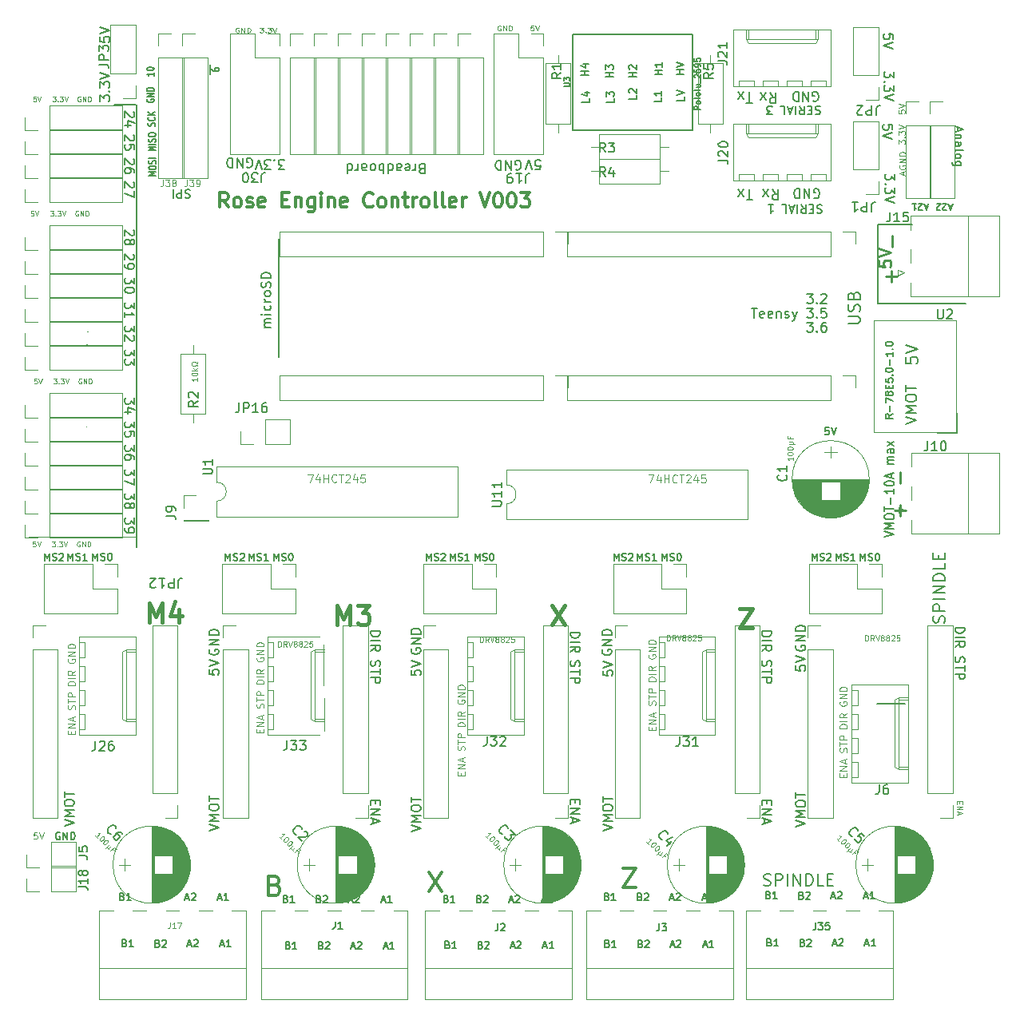
<source format=gto>
G04 #@! TF.GenerationSoftware,KiCad,Pcbnew,(5.1.10)-1*
G04 #@! TF.CreationDate,2022-04-23T00:12:33-07:00*
G04 #@! TF.ProjectId,4Rose_5a_003_Black,34526f73-655f-4356-915f-3030335f426c,rev?*
G04 #@! TF.SameCoordinates,Original*
G04 #@! TF.FileFunction,Legend,Top*
G04 #@! TF.FilePolarity,Positive*
%FSLAX46Y46*%
G04 Gerber Fmt 4.6, Leading zero omitted, Abs format (unit mm)*
G04 Created by KiCad (PCBNEW (5.1.10)-1) date 2022-04-23 00:12:33*
%MOMM*%
%LPD*%
G01*
G04 APERTURE LIST*
%ADD10C,0.152400*%
%ADD11C,0.127000*%
%ADD12C,0.101600*%
%ADD13C,0.150000*%
%ADD14C,0.406400*%
%ADD15C,0.304800*%
%ADD16C,0.203200*%
%ADD17C,0.254000*%
%ADD18C,0.177800*%
%ADD19C,0.120000*%
G04 APERTURE END LIST*
D10*
X167141676Y-93291780D02*
X167141676Y-92566066D01*
X167190057Y-92420923D01*
X167286819Y-92324161D01*
X167431961Y-92275780D01*
X167528723Y-92275780D01*
X166125676Y-92275780D02*
X166706247Y-92275780D01*
X166415961Y-92275780D02*
X166415961Y-93291780D01*
X166512723Y-93146638D01*
X166609485Y-93049876D01*
X166706247Y-93001495D01*
X165641866Y-92275780D02*
X165448342Y-92275780D01*
X165351580Y-92324161D01*
X165303200Y-92372542D01*
X165206438Y-92517685D01*
X165158057Y-92711209D01*
X165158057Y-93098257D01*
X165206438Y-93195019D01*
X165254819Y-93243400D01*
X165351580Y-93291780D01*
X165545104Y-93291780D01*
X165641866Y-93243400D01*
X165690247Y-93195019D01*
X165738628Y-93098257D01*
X165738628Y-92856352D01*
X165690247Y-92759590D01*
X165641866Y-92711209D01*
X165545104Y-92662828D01*
X165351580Y-92662828D01*
X165254819Y-92711209D01*
X165206438Y-92759590D01*
X165158057Y-92856352D01*
D11*
X134532914Y-169100500D02*
X134895771Y-169100500D01*
X134460342Y-169318214D02*
X134714342Y-168556214D01*
X134968342Y-169318214D01*
X135621485Y-169318214D02*
X135186057Y-169318214D01*
X135403771Y-169318214D02*
X135403771Y-168556214D01*
X135331200Y-168665071D01*
X135258628Y-168737642D01*
X135186057Y-168773928D01*
X124380171Y-168919071D02*
X124489028Y-168955357D01*
X124525314Y-168991642D01*
X124561600Y-169064214D01*
X124561600Y-169173071D01*
X124525314Y-169245642D01*
X124489028Y-169281928D01*
X124416457Y-169318214D01*
X124126171Y-169318214D01*
X124126171Y-168556214D01*
X124380171Y-168556214D01*
X124452742Y-168592500D01*
X124489028Y-168628785D01*
X124525314Y-168701357D01*
X124525314Y-168773928D01*
X124489028Y-168846500D01*
X124452742Y-168882785D01*
X124380171Y-168919071D01*
X124126171Y-168919071D01*
X125287314Y-169318214D02*
X124851885Y-169318214D01*
X125069600Y-169318214D02*
X125069600Y-168556214D01*
X124997028Y-168665071D01*
X124924457Y-168737642D01*
X124851885Y-168773928D01*
X127885371Y-168944471D02*
X127994228Y-168980757D01*
X128030514Y-169017042D01*
X128066800Y-169089614D01*
X128066800Y-169198471D01*
X128030514Y-169271042D01*
X127994228Y-169307328D01*
X127921657Y-169343614D01*
X127631371Y-169343614D01*
X127631371Y-168581614D01*
X127885371Y-168581614D01*
X127957942Y-168617900D01*
X127994228Y-168654185D01*
X128030514Y-168726757D01*
X128030514Y-168799328D01*
X127994228Y-168871900D01*
X127957942Y-168908185D01*
X127885371Y-168944471D01*
X127631371Y-168944471D01*
X128357085Y-168654185D02*
X128393371Y-168617900D01*
X128465942Y-168581614D01*
X128647371Y-168581614D01*
X128719942Y-168617900D01*
X128756228Y-168654185D01*
X128792514Y-168726757D01*
X128792514Y-168799328D01*
X128756228Y-168908185D01*
X128320800Y-169343614D01*
X128792514Y-169343614D01*
X131078514Y-169100500D02*
X131441371Y-169100500D01*
X131005942Y-169318214D02*
X131259942Y-168556214D01*
X131513942Y-169318214D01*
X131731657Y-168628785D02*
X131767942Y-168592500D01*
X131840514Y-168556214D01*
X132021942Y-168556214D01*
X132094514Y-168592500D01*
X132130800Y-168628785D01*
X132167085Y-168701357D01*
X132167085Y-168773928D01*
X132130800Y-168882785D01*
X131695371Y-169318214D01*
X132167085Y-169318214D01*
X124621471Y-173846671D02*
X124730328Y-173882957D01*
X124766614Y-173919242D01*
X124802900Y-173991814D01*
X124802900Y-174100671D01*
X124766614Y-174173242D01*
X124730328Y-174209528D01*
X124657757Y-174245814D01*
X124367471Y-174245814D01*
X124367471Y-173483814D01*
X124621471Y-173483814D01*
X124694042Y-173520100D01*
X124730328Y-173556385D01*
X124766614Y-173628957D01*
X124766614Y-173701528D01*
X124730328Y-173774100D01*
X124694042Y-173810385D01*
X124621471Y-173846671D01*
X124367471Y-173846671D01*
X125528614Y-174245814D02*
X125093185Y-174245814D01*
X125310900Y-174245814D02*
X125310900Y-173483814D01*
X125238328Y-173592671D01*
X125165757Y-173665242D01*
X125093185Y-173701528D01*
X128126671Y-173872071D02*
X128235528Y-173908357D01*
X128271814Y-173944642D01*
X128308100Y-174017214D01*
X128308100Y-174126071D01*
X128271814Y-174198642D01*
X128235528Y-174234928D01*
X128162957Y-174271214D01*
X127872671Y-174271214D01*
X127872671Y-173509214D01*
X128126671Y-173509214D01*
X128199242Y-173545500D01*
X128235528Y-173581785D01*
X128271814Y-173654357D01*
X128271814Y-173726928D01*
X128235528Y-173799500D01*
X128199242Y-173835785D01*
X128126671Y-173872071D01*
X127872671Y-173872071D01*
X128598385Y-173581785D02*
X128634671Y-173545500D01*
X128707242Y-173509214D01*
X128888671Y-173509214D01*
X128961242Y-173545500D01*
X128997528Y-173581785D01*
X129033814Y-173654357D01*
X129033814Y-173726928D01*
X128997528Y-173835785D01*
X128562100Y-174271214D01*
X129033814Y-174271214D01*
X134774214Y-174028100D02*
X135137071Y-174028100D01*
X134701642Y-174245814D02*
X134955642Y-173483814D01*
X135209642Y-174245814D01*
X135862785Y-174245814D02*
X135427357Y-174245814D01*
X135645071Y-174245814D02*
X135645071Y-173483814D01*
X135572500Y-173592671D01*
X135499928Y-173665242D01*
X135427357Y-173701528D01*
X131319814Y-174028100D02*
X131682671Y-174028100D01*
X131247242Y-174245814D02*
X131501242Y-173483814D01*
X131755242Y-174245814D01*
X131972957Y-173556385D02*
X132009242Y-173520100D01*
X132081814Y-173483814D01*
X132263242Y-173483814D01*
X132335814Y-173520100D01*
X132372100Y-173556385D01*
X132408385Y-173628957D01*
X132408385Y-173701528D01*
X132372100Y-173810385D01*
X131936671Y-174245814D01*
X132408385Y-174245814D01*
X118252119Y-161452076D02*
X119268119Y-161113409D01*
X118252119Y-160774742D01*
X119268119Y-160436076D02*
X118252119Y-160436076D01*
X118977833Y-160097409D01*
X118252119Y-159758742D01*
X119268119Y-159758742D01*
X118252119Y-159081409D02*
X118252119Y-158887885D01*
X118300500Y-158791123D01*
X118397261Y-158694361D01*
X118590785Y-158645980D01*
X118929452Y-158645980D01*
X119122976Y-158694361D01*
X119219738Y-158791123D01*
X119268119Y-158887885D01*
X119268119Y-159081409D01*
X119219738Y-159178171D01*
X119122976Y-159274933D01*
X118929452Y-159323314D01*
X118590785Y-159323314D01*
X118397261Y-159274933D01*
X118300500Y-159178171D01*
X118252119Y-159081409D01*
X118252119Y-158355695D02*
X118252119Y-157775123D01*
X119268119Y-158065409D02*
X118252119Y-158065409D01*
D12*
X200456800Y-148268871D02*
X200420514Y-148341442D01*
X200420514Y-148450300D01*
X200456800Y-148559157D01*
X200529371Y-148631728D01*
X200601942Y-148668014D01*
X200747085Y-148704300D01*
X200855942Y-148704300D01*
X201001085Y-148668014D01*
X201073657Y-148631728D01*
X201146228Y-148559157D01*
X201182514Y-148450300D01*
X201182514Y-148377728D01*
X201146228Y-148268871D01*
X201109942Y-148232585D01*
X200855942Y-148232585D01*
X200855942Y-148377728D01*
X201182514Y-147906014D02*
X200420514Y-147906014D01*
X201182514Y-147470585D01*
X200420514Y-147470585D01*
X201182514Y-147107728D02*
X200420514Y-147107728D01*
X200420514Y-146926300D01*
X200456800Y-146817442D01*
X200529371Y-146744871D01*
X200601942Y-146708585D01*
X200747085Y-146672300D01*
X200855942Y-146672300D01*
X201001085Y-146708585D01*
X201073657Y-146744871D01*
X201146228Y-146817442D01*
X201182514Y-146926300D01*
X201182514Y-147107728D01*
X200783371Y-156248100D02*
X200783371Y-155994100D01*
X201182514Y-155885242D02*
X201182514Y-156248100D01*
X200420514Y-156248100D01*
X200420514Y-155885242D01*
X201182514Y-155558671D02*
X200420514Y-155558671D01*
X201182514Y-155123242D01*
X200420514Y-155123242D01*
X200964800Y-154796671D02*
X200964800Y-154433814D01*
X201182514Y-154869242D02*
X200420514Y-154615242D01*
X201182514Y-154361242D01*
X201146228Y-153606500D02*
X201182514Y-153497642D01*
X201182514Y-153316214D01*
X201146228Y-153243642D01*
X201109942Y-153207357D01*
X201037371Y-153171071D01*
X200964800Y-153171071D01*
X200892228Y-153207357D01*
X200855942Y-153243642D01*
X200819657Y-153316214D01*
X200783371Y-153461357D01*
X200747085Y-153533928D01*
X200710800Y-153570214D01*
X200638228Y-153606500D01*
X200565657Y-153606500D01*
X200493085Y-153570214D01*
X200456800Y-153533928D01*
X200420514Y-153461357D01*
X200420514Y-153279928D01*
X200456800Y-153171071D01*
X200420514Y-152953357D02*
X200420514Y-152517928D01*
X201182514Y-152735642D02*
X200420514Y-152735642D01*
X201182514Y-152263928D02*
X200420514Y-152263928D01*
X200420514Y-151973642D01*
X200456800Y-151901071D01*
X200493085Y-151864785D01*
X200565657Y-151828500D01*
X200674514Y-151828500D01*
X200747085Y-151864785D01*
X200783371Y-151901071D01*
X200819657Y-151973642D01*
X200819657Y-152263928D01*
X201182514Y-151066500D02*
X200420514Y-151066500D01*
X200420514Y-150885071D01*
X200456800Y-150776214D01*
X200529371Y-150703642D01*
X200601942Y-150667357D01*
X200747085Y-150631071D01*
X200855942Y-150631071D01*
X201001085Y-150667357D01*
X201073657Y-150703642D01*
X201146228Y-150776214D01*
X201182514Y-150885071D01*
X201182514Y-151066500D01*
X201182514Y-150304500D02*
X200420514Y-150304500D01*
X201182514Y-149506214D02*
X200819657Y-149760214D01*
X201182514Y-149941642D02*
X200420514Y-149941642D01*
X200420514Y-149651357D01*
X200456800Y-149578785D01*
X200493085Y-149542500D01*
X200565657Y-149506214D01*
X200674514Y-149506214D01*
X200747085Y-149542500D01*
X200783371Y-149578785D01*
X200819657Y-149651357D01*
X200819657Y-149941642D01*
X118643400Y-143734971D02*
X118607114Y-143807542D01*
X118607114Y-143916400D01*
X118643400Y-144025257D01*
X118715971Y-144097828D01*
X118788542Y-144134114D01*
X118933685Y-144170400D01*
X119042542Y-144170400D01*
X119187685Y-144134114D01*
X119260257Y-144097828D01*
X119332828Y-144025257D01*
X119369114Y-143916400D01*
X119369114Y-143843828D01*
X119332828Y-143734971D01*
X119296542Y-143698685D01*
X119042542Y-143698685D01*
X119042542Y-143843828D01*
X119369114Y-143372114D02*
X118607114Y-143372114D01*
X119369114Y-142936685D01*
X118607114Y-142936685D01*
X119369114Y-142573828D02*
X118607114Y-142573828D01*
X118607114Y-142392400D01*
X118643400Y-142283542D01*
X118715971Y-142210971D01*
X118788542Y-142174685D01*
X118933685Y-142138400D01*
X119042542Y-142138400D01*
X119187685Y-142174685D01*
X119260257Y-142210971D01*
X119332828Y-142283542D01*
X119369114Y-142392400D01*
X119369114Y-142573828D01*
X118969971Y-151714200D02*
X118969971Y-151460200D01*
X119369114Y-151351342D02*
X119369114Y-151714200D01*
X118607114Y-151714200D01*
X118607114Y-151351342D01*
X119369114Y-151024771D02*
X118607114Y-151024771D01*
X119369114Y-150589342D01*
X118607114Y-150589342D01*
X119151400Y-150262771D02*
X119151400Y-149899914D01*
X119369114Y-150335342D02*
X118607114Y-150081342D01*
X119369114Y-149827342D01*
X119332828Y-149072600D02*
X119369114Y-148963742D01*
X119369114Y-148782314D01*
X119332828Y-148709742D01*
X119296542Y-148673457D01*
X119223971Y-148637171D01*
X119151400Y-148637171D01*
X119078828Y-148673457D01*
X119042542Y-148709742D01*
X119006257Y-148782314D01*
X118969971Y-148927457D01*
X118933685Y-149000028D01*
X118897400Y-149036314D01*
X118824828Y-149072600D01*
X118752257Y-149072600D01*
X118679685Y-149036314D01*
X118643400Y-149000028D01*
X118607114Y-148927457D01*
X118607114Y-148746028D01*
X118643400Y-148637171D01*
X118607114Y-148419457D02*
X118607114Y-147984028D01*
X119369114Y-148201742D02*
X118607114Y-148201742D01*
X119369114Y-147730028D02*
X118607114Y-147730028D01*
X118607114Y-147439742D01*
X118643400Y-147367171D01*
X118679685Y-147330885D01*
X118752257Y-147294600D01*
X118861114Y-147294600D01*
X118933685Y-147330885D01*
X118969971Y-147367171D01*
X119006257Y-147439742D01*
X119006257Y-147730028D01*
X119369114Y-146532600D02*
X118607114Y-146532600D01*
X118607114Y-146351171D01*
X118643400Y-146242314D01*
X118715971Y-146169742D01*
X118788542Y-146133457D01*
X118933685Y-146097171D01*
X119042542Y-146097171D01*
X119187685Y-146133457D01*
X119260257Y-146169742D01*
X119332828Y-146242314D01*
X119369114Y-146351171D01*
X119369114Y-146532600D01*
X119369114Y-145770600D02*
X118607114Y-145770600D01*
X119369114Y-144972314D02*
X119006257Y-145226314D01*
X119369114Y-145407742D02*
X118607114Y-145407742D01*
X118607114Y-145117457D01*
X118643400Y-145044885D01*
X118679685Y-145008600D01*
X118752257Y-144972314D01*
X118861114Y-144972314D01*
X118933685Y-145008600D01*
X118969971Y-145044885D01*
X119006257Y-145117457D01*
X119006257Y-145407742D01*
D13*
X133705600Y-81724500D02*
X133692900Y-80772000D01*
D11*
X133868885Y-81130623D02*
X133868885Y-81241900D01*
X133905171Y-81297538D01*
X133941457Y-81325357D01*
X134050314Y-81380995D01*
X134195457Y-81408814D01*
X134485742Y-81408814D01*
X134558314Y-81380995D01*
X134594600Y-81353176D01*
X134630885Y-81297538D01*
X134630885Y-81186261D01*
X134594600Y-81130623D01*
X134558314Y-81102804D01*
X134485742Y-81074985D01*
X134304314Y-81074985D01*
X134231742Y-81102804D01*
X134195457Y-81130623D01*
X134159171Y-81186261D01*
X134159171Y-81297538D01*
X134195457Y-81353176D01*
X134231742Y-81380995D01*
X134304314Y-81408814D01*
X127738414Y-81569076D02*
X127738414Y-81902904D01*
X127738414Y-81735990D02*
X126976414Y-81735990D01*
X127085271Y-81791628D01*
X127157842Y-81847266D01*
X127194128Y-81902904D01*
X126976414Y-81207428D02*
X126976414Y-81151790D01*
X127012700Y-81096152D01*
X127048985Y-81068333D01*
X127121557Y-81040514D01*
X127266700Y-81012695D01*
X127448128Y-81012695D01*
X127593271Y-81040514D01*
X127665842Y-81068333D01*
X127702128Y-81096152D01*
X127738414Y-81151790D01*
X127738414Y-81207428D01*
X127702128Y-81263066D01*
X127665842Y-81290885D01*
X127593271Y-81318704D01*
X127448128Y-81346523D01*
X127266700Y-81346523D01*
X127121557Y-81318704D01*
X127048985Y-81290885D01*
X127012700Y-81263066D01*
X126976414Y-81207428D01*
D10*
X125580019Y-85738304D02*
X125628400Y-85786685D01*
X125676780Y-85883447D01*
X125676780Y-86125352D01*
X125628400Y-86222114D01*
X125580019Y-86270495D01*
X125483257Y-86318876D01*
X125386495Y-86318876D01*
X125241352Y-86270495D01*
X124660780Y-85689923D01*
X124660780Y-86318876D01*
X125338114Y-87189733D02*
X124660780Y-87189733D01*
X125725161Y-86947828D02*
X124999447Y-86705923D01*
X124999447Y-87334876D01*
D14*
X127209247Y-139806438D02*
X127209247Y-137774438D01*
X127886580Y-139225866D01*
X128563914Y-137774438D01*
X128563914Y-139806438D01*
X130402390Y-138451771D02*
X130402390Y-139806438D01*
X129918580Y-137677676D02*
X129434771Y-139129104D01*
X130692676Y-139129104D01*
D12*
X121737409Y-162700359D02*
X121501357Y-162464307D01*
X121619383Y-162582333D02*
X122032475Y-162169241D01*
X121934120Y-162188912D01*
X121855436Y-162188912D01*
X121796422Y-162169241D01*
X122406225Y-162542991D02*
X122445567Y-162582333D01*
X122465238Y-162641346D01*
X122465238Y-162680688D01*
X122445567Y-162739701D01*
X122386554Y-162838056D01*
X122288198Y-162936412D01*
X122189843Y-162995425D01*
X122130830Y-163015096D01*
X122091488Y-163015096D01*
X122032475Y-162995425D01*
X121993133Y-162956083D01*
X121973462Y-162897069D01*
X121973462Y-162857727D01*
X121993133Y-162798714D01*
X122052146Y-162700359D01*
X122150501Y-162602004D01*
X122248856Y-162542991D01*
X122307869Y-162523320D01*
X122347212Y-162523320D01*
X122406225Y-162542991D01*
X122799645Y-162936412D02*
X122838987Y-162975754D01*
X122858659Y-163034767D01*
X122858659Y-163074109D01*
X122838987Y-163133122D01*
X122779974Y-163231477D01*
X122681619Y-163329832D01*
X122583264Y-163388845D01*
X122524251Y-163408516D01*
X122484909Y-163408516D01*
X122425896Y-163388845D01*
X122386554Y-163349503D01*
X122366883Y-163290490D01*
X122366883Y-163251148D01*
X122386554Y-163192135D01*
X122445567Y-163093780D01*
X122543922Y-162995425D01*
X122642277Y-162936412D01*
X122701290Y-162916740D01*
X122740632Y-162916740D01*
X122799645Y-162936412D01*
X122976685Y-163388845D02*
X122563593Y-163801937D01*
X122957014Y-163801937D02*
X122937343Y-163860950D01*
X122957014Y-163919963D01*
X122760303Y-163605227D02*
X122740632Y-163664240D01*
X122760303Y-163723253D01*
X122838987Y-163801937D01*
X122898001Y-163821608D01*
X122957014Y-163801937D01*
X123173395Y-163585556D01*
X123488132Y-164018319D02*
X123350434Y-163880621D01*
X123134053Y-164097003D02*
X123547145Y-163683911D01*
X123743855Y-163880621D01*
D11*
X118654285Y-133288314D02*
X118654285Y-132526314D01*
X118908285Y-133070600D01*
X119162285Y-132526314D01*
X119162285Y-133288314D01*
X119488857Y-133252028D02*
X119597714Y-133288314D01*
X119779142Y-133288314D01*
X119851714Y-133252028D01*
X119888000Y-133215742D01*
X119924285Y-133143171D01*
X119924285Y-133070600D01*
X119888000Y-132998028D01*
X119851714Y-132961742D01*
X119779142Y-132925457D01*
X119634000Y-132889171D01*
X119561428Y-132852885D01*
X119525142Y-132816600D01*
X119488857Y-132744028D01*
X119488857Y-132671457D01*
X119525142Y-132598885D01*
X119561428Y-132562600D01*
X119634000Y-132526314D01*
X119815428Y-132526314D01*
X119924285Y-132562600D01*
X120650000Y-133288314D02*
X120214571Y-133288314D01*
X120432285Y-133288314D02*
X120432285Y-132526314D01*
X120359714Y-132635171D01*
X120287142Y-132707742D01*
X120214571Y-132744028D01*
X121270485Y-133288314D02*
X121270485Y-132526314D01*
X121524485Y-133070600D01*
X121778485Y-132526314D01*
X121778485Y-133288314D01*
X122105057Y-133252028D02*
X122213914Y-133288314D01*
X122395342Y-133288314D01*
X122467914Y-133252028D01*
X122504200Y-133215742D01*
X122540485Y-133143171D01*
X122540485Y-133070600D01*
X122504200Y-132998028D01*
X122467914Y-132961742D01*
X122395342Y-132925457D01*
X122250200Y-132889171D01*
X122177628Y-132852885D01*
X122141342Y-132816600D01*
X122105057Y-132744028D01*
X122105057Y-132671457D01*
X122141342Y-132598885D01*
X122177628Y-132562600D01*
X122250200Y-132526314D01*
X122431628Y-132526314D01*
X122540485Y-132562600D01*
X123012200Y-132526314D02*
X123084771Y-132526314D01*
X123157342Y-132562600D01*
X123193628Y-132598885D01*
X123229914Y-132671457D01*
X123266200Y-132816600D01*
X123266200Y-132998028D01*
X123229914Y-133143171D01*
X123193628Y-133215742D01*
X123157342Y-133252028D01*
X123084771Y-133288314D01*
X123012200Y-133288314D01*
X122939628Y-133252028D01*
X122903342Y-133215742D01*
X122867057Y-133143171D01*
X122830771Y-132998028D01*
X122830771Y-132816600D01*
X122867057Y-132671457D01*
X122903342Y-132598885D01*
X122939628Y-132562600D01*
X123012200Y-132526314D01*
X116139685Y-133313714D02*
X116139685Y-132551714D01*
X116393685Y-133096000D01*
X116647685Y-132551714D01*
X116647685Y-133313714D01*
X116974257Y-133277428D02*
X117083114Y-133313714D01*
X117264542Y-133313714D01*
X117337114Y-133277428D01*
X117373400Y-133241142D01*
X117409685Y-133168571D01*
X117409685Y-133096000D01*
X117373400Y-133023428D01*
X117337114Y-132987142D01*
X117264542Y-132950857D01*
X117119400Y-132914571D01*
X117046828Y-132878285D01*
X117010542Y-132842000D01*
X116974257Y-132769428D01*
X116974257Y-132696857D01*
X117010542Y-132624285D01*
X117046828Y-132588000D01*
X117119400Y-132551714D01*
X117300828Y-132551714D01*
X117409685Y-132588000D01*
X117699971Y-132624285D02*
X117736257Y-132588000D01*
X117808828Y-132551714D01*
X117990257Y-132551714D01*
X118062828Y-132588000D01*
X118099114Y-132624285D01*
X118135400Y-132696857D01*
X118135400Y-132769428D01*
X118099114Y-132878285D01*
X117663685Y-133313714D01*
X118135400Y-133313714D01*
X185904414Y-169100500D02*
X186267271Y-169100500D01*
X185831842Y-169318214D02*
X186085842Y-168556214D01*
X186339842Y-169318214D01*
X186992985Y-169318214D02*
X186557557Y-169318214D01*
X186775271Y-169318214D02*
X186775271Y-168556214D01*
X186702700Y-168665071D01*
X186630128Y-168737642D01*
X186557557Y-168773928D01*
X175751671Y-168919071D02*
X175860528Y-168955357D01*
X175896814Y-168991642D01*
X175933100Y-169064214D01*
X175933100Y-169173071D01*
X175896814Y-169245642D01*
X175860528Y-169281928D01*
X175787957Y-169318214D01*
X175497671Y-169318214D01*
X175497671Y-168556214D01*
X175751671Y-168556214D01*
X175824242Y-168592500D01*
X175860528Y-168628785D01*
X175896814Y-168701357D01*
X175896814Y-168773928D01*
X175860528Y-168846500D01*
X175824242Y-168882785D01*
X175751671Y-168919071D01*
X175497671Y-168919071D01*
X176658814Y-169318214D02*
X176223385Y-169318214D01*
X176441100Y-169318214D02*
X176441100Y-168556214D01*
X176368528Y-168665071D01*
X176295957Y-168737642D01*
X176223385Y-168773928D01*
D12*
X160270371Y-156057600D02*
X160270371Y-155803600D01*
X160669514Y-155694742D02*
X160669514Y-156057600D01*
X159907514Y-156057600D01*
X159907514Y-155694742D01*
X160669514Y-155368171D02*
X159907514Y-155368171D01*
X160669514Y-154932742D01*
X159907514Y-154932742D01*
X160451800Y-154606171D02*
X160451800Y-154243314D01*
X160669514Y-154678742D02*
X159907514Y-154424742D01*
X160669514Y-154170742D01*
D11*
X155005919Y-162023576D02*
X156021919Y-161684909D01*
X155005919Y-161346242D01*
X156021919Y-161007576D02*
X155005919Y-161007576D01*
X155731633Y-160668909D01*
X155005919Y-160330242D01*
X156021919Y-160330242D01*
X155005919Y-159652909D02*
X155005919Y-159459385D01*
X155054300Y-159362623D01*
X155151061Y-159265861D01*
X155344585Y-159217480D01*
X155683252Y-159217480D01*
X155876776Y-159265861D01*
X155973538Y-159362623D01*
X156021919Y-159459385D01*
X156021919Y-159652909D01*
X155973538Y-159749671D01*
X155876776Y-159846433D01*
X155683252Y-159894814D01*
X155344585Y-159894814D01*
X155151061Y-159846433D01*
X155054300Y-159749671D01*
X155005919Y-159652909D01*
X155005919Y-158927195D02*
X155005919Y-158346623D01*
X156021919Y-158636909D02*
X155005919Y-158636909D01*
X195785619Y-144452823D02*
X195785619Y-144936633D01*
X196269428Y-144985014D01*
X196221047Y-144936633D01*
X196172666Y-144839871D01*
X196172666Y-144597966D01*
X196221047Y-144501204D01*
X196269428Y-144452823D01*
X196366190Y-144404442D01*
X196608095Y-144404442D01*
X196704857Y-144452823D01*
X196753238Y-144501204D01*
X196801619Y-144597966D01*
X196801619Y-144839871D01*
X196753238Y-144936633D01*
X196704857Y-144985014D01*
X195785619Y-144114157D02*
X196801619Y-143775490D01*
X195785619Y-143436823D01*
D12*
X180851628Y-148615400D02*
X180887914Y-148506542D01*
X180887914Y-148325114D01*
X180851628Y-148252542D01*
X180815342Y-148216257D01*
X180742771Y-148179971D01*
X180670200Y-148179971D01*
X180597628Y-148216257D01*
X180561342Y-148252542D01*
X180525057Y-148325114D01*
X180488771Y-148470257D01*
X180452485Y-148542828D01*
X180416200Y-148579114D01*
X180343628Y-148615400D01*
X180271057Y-148615400D01*
X180198485Y-148579114D01*
X180162200Y-148542828D01*
X180125914Y-148470257D01*
X180125914Y-148288828D01*
X180162200Y-148179971D01*
X180125914Y-147962257D02*
X180125914Y-147526828D01*
X180887914Y-147744542D02*
X180125914Y-147744542D01*
X180887914Y-147272828D02*
X180125914Y-147272828D01*
X180125914Y-146982542D01*
X180162200Y-146909971D01*
X180198485Y-146873685D01*
X180271057Y-146837400D01*
X180379914Y-146837400D01*
X180452485Y-146873685D01*
X180488771Y-146909971D01*
X180525057Y-146982542D01*
X180525057Y-147272828D01*
D11*
X195785619Y-161553676D02*
X196801619Y-161215009D01*
X195785619Y-160876342D01*
X196801619Y-160537676D02*
X195785619Y-160537676D01*
X196511333Y-160199009D01*
X195785619Y-159860342D01*
X196801619Y-159860342D01*
X195785619Y-159183009D02*
X195785619Y-158989485D01*
X195834000Y-158892723D01*
X195930761Y-158795961D01*
X196124285Y-158747580D01*
X196462952Y-158747580D01*
X196656476Y-158795961D01*
X196753238Y-158892723D01*
X196801619Y-158989485D01*
X196801619Y-159183009D01*
X196753238Y-159279771D01*
X196656476Y-159376533D01*
X196462952Y-159424914D01*
X196124285Y-159424914D01*
X195930761Y-159376533D01*
X195834000Y-159279771D01*
X195785619Y-159183009D01*
X195785619Y-158457295D02*
X195785619Y-157876723D01*
X196801619Y-158167009D02*
X195785619Y-158167009D01*
D12*
X162301161Y-141945480D02*
X162301161Y-141361280D01*
X162440257Y-141361280D01*
X162523714Y-141389100D01*
X162579352Y-141444738D01*
X162607171Y-141500376D01*
X162634990Y-141611652D01*
X162634990Y-141695109D01*
X162607171Y-141806385D01*
X162579352Y-141862023D01*
X162523714Y-141917661D01*
X162440257Y-141945480D01*
X162301161Y-141945480D01*
X163219190Y-141945480D02*
X163024457Y-141667290D01*
X162885361Y-141945480D02*
X162885361Y-141361280D01*
X163107914Y-141361280D01*
X163163552Y-141389100D01*
X163191371Y-141416919D01*
X163219190Y-141472557D01*
X163219190Y-141556014D01*
X163191371Y-141611652D01*
X163163552Y-141639471D01*
X163107914Y-141667290D01*
X162885361Y-141667290D01*
X163386104Y-141361280D02*
X163580838Y-141945480D01*
X163775571Y-141361280D01*
X164053761Y-141611652D02*
X163998123Y-141583833D01*
X163970304Y-141556014D01*
X163942485Y-141500376D01*
X163942485Y-141472557D01*
X163970304Y-141416919D01*
X163998123Y-141389100D01*
X164053761Y-141361280D01*
X164165038Y-141361280D01*
X164220676Y-141389100D01*
X164248495Y-141416919D01*
X164276314Y-141472557D01*
X164276314Y-141500376D01*
X164248495Y-141556014D01*
X164220676Y-141583833D01*
X164165038Y-141611652D01*
X164053761Y-141611652D01*
X163998123Y-141639471D01*
X163970304Y-141667290D01*
X163942485Y-141722928D01*
X163942485Y-141834204D01*
X163970304Y-141889842D01*
X163998123Y-141917661D01*
X164053761Y-141945480D01*
X164165038Y-141945480D01*
X164220676Y-141917661D01*
X164248495Y-141889842D01*
X164276314Y-141834204D01*
X164276314Y-141722928D01*
X164248495Y-141667290D01*
X164220676Y-141639471D01*
X164165038Y-141611652D01*
X164610142Y-141611652D02*
X164554504Y-141583833D01*
X164526685Y-141556014D01*
X164498866Y-141500376D01*
X164498866Y-141472557D01*
X164526685Y-141416919D01*
X164554504Y-141389100D01*
X164610142Y-141361280D01*
X164721419Y-141361280D01*
X164777057Y-141389100D01*
X164804876Y-141416919D01*
X164832695Y-141472557D01*
X164832695Y-141500376D01*
X164804876Y-141556014D01*
X164777057Y-141583833D01*
X164721419Y-141611652D01*
X164610142Y-141611652D01*
X164554504Y-141639471D01*
X164526685Y-141667290D01*
X164498866Y-141722928D01*
X164498866Y-141834204D01*
X164526685Y-141889842D01*
X164554504Y-141917661D01*
X164610142Y-141945480D01*
X164721419Y-141945480D01*
X164777057Y-141917661D01*
X164804876Y-141889842D01*
X164832695Y-141834204D01*
X164832695Y-141722928D01*
X164804876Y-141667290D01*
X164777057Y-141639471D01*
X164721419Y-141611652D01*
X165055247Y-141416919D02*
X165083066Y-141389100D01*
X165138704Y-141361280D01*
X165277800Y-141361280D01*
X165333438Y-141389100D01*
X165361257Y-141416919D01*
X165389076Y-141472557D01*
X165389076Y-141528195D01*
X165361257Y-141611652D01*
X165027428Y-141945480D01*
X165389076Y-141945480D01*
X165917638Y-141361280D02*
X165639447Y-141361280D01*
X165611628Y-141639471D01*
X165639447Y-141611652D01*
X165695085Y-141583833D01*
X165834180Y-141583833D01*
X165889819Y-141611652D01*
X165917638Y-141639471D01*
X165945457Y-141695109D01*
X165945457Y-141834204D01*
X165917638Y-141889842D01*
X165889819Y-141917661D01*
X165834180Y-141945480D01*
X165695085Y-141945480D01*
X165639447Y-141917661D01*
X165611628Y-141889842D01*
X180887914Y-146075400D02*
X180125914Y-146075400D01*
X180125914Y-145893971D01*
X180162200Y-145785114D01*
X180234771Y-145712542D01*
X180307342Y-145676257D01*
X180452485Y-145639971D01*
X180561342Y-145639971D01*
X180706485Y-145676257D01*
X180779057Y-145712542D01*
X180851628Y-145785114D01*
X180887914Y-145893971D01*
X180887914Y-146075400D01*
X180887914Y-145313400D02*
X180125914Y-145313400D01*
X180887914Y-144515114D02*
X180525057Y-144769114D01*
X180887914Y-144950542D02*
X180125914Y-144950542D01*
X180125914Y-144660257D01*
X180162200Y-144587685D01*
X180198485Y-144551400D01*
X180271057Y-144515114D01*
X180379914Y-144515114D01*
X180452485Y-144551400D01*
X180488771Y-144587685D01*
X180525057Y-144660257D01*
X180525057Y-144950542D01*
D11*
X203024014Y-168935400D02*
X203386871Y-168935400D01*
X202951442Y-169153114D02*
X203205442Y-168391114D01*
X203459442Y-169153114D01*
X204112585Y-169153114D02*
X203677157Y-169153114D01*
X203894871Y-169153114D02*
X203894871Y-168391114D01*
X203822300Y-168499971D01*
X203749728Y-168572542D01*
X203677157Y-168608828D01*
X175313219Y-161972776D02*
X176329219Y-161634109D01*
X175313219Y-161295442D01*
X176329219Y-160956776D02*
X175313219Y-160956776D01*
X176038933Y-160618109D01*
X175313219Y-160279442D01*
X176329219Y-160279442D01*
X175313219Y-159602109D02*
X175313219Y-159408585D01*
X175361600Y-159311823D01*
X175458361Y-159215061D01*
X175651885Y-159166680D01*
X175990552Y-159166680D01*
X176184076Y-159215061D01*
X176280838Y-159311823D01*
X176329219Y-159408585D01*
X176329219Y-159602109D01*
X176280838Y-159698871D01*
X176184076Y-159795633D01*
X175990552Y-159844014D01*
X175651885Y-159844014D01*
X175458361Y-159795633D01*
X175361600Y-159698871D01*
X175313219Y-159602109D01*
X175313219Y-158876395D02*
X175313219Y-158295823D01*
X176329219Y-158586109D02*
X175313219Y-158586109D01*
X182450014Y-169100500D02*
X182812871Y-169100500D01*
X182377442Y-169318214D02*
X182631442Y-168556214D01*
X182885442Y-169318214D01*
X183103157Y-168628785D02*
X183139442Y-168592500D01*
X183212014Y-168556214D01*
X183393442Y-168556214D01*
X183466014Y-168592500D01*
X183502300Y-168628785D01*
X183538585Y-168701357D01*
X183538585Y-168773928D01*
X183502300Y-168882785D01*
X183066871Y-169318214D01*
X183538585Y-169318214D01*
X175338619Y-144986223D02*
X175338619Y-145470033D01*
X175822428Y-145518414D01*
X175774047Y-145470033D01*
X175725666Y-145373271D01*
X175725666Y-145131366D01*
X175774047Y-145034604D01*
X175822428Y-144986223D01*
X175919190Y-144937842D01*
X176161095Y-144937842D01*
X176257857Y-144986223D01*
X176306238Y-145034604D01*
X176354619Y-145131366D01*
X176354619Y-145373271D01*
X176306238Y-145470033D01*
X176257857Y-145518414D01*
X175338619Y-144647557D02*
X176354619Y-144308890D01*
X175338619Y-143970223D01*
X196376471Y-168779371D02*
X196485328Y-168815657D01*
X196521614Y-168851942D01*
X196557900Y-168924514D01*
X196557900Y-169033371D01*
X196521614Y-169105942D01*
X196485328Y-169142228D01*
X196412757Y-169178514D01*
X196122471Y-169178514D01*
X196122471Y-168416514D01*
X196376471Y-168416514D01*
X196449042Y-168452800D01*
X196485328Y-168489085D01*
X196521614Y-168561657D01*
X196521614Y-168634228D01*
X196485328Y-168706800D01*
X196449042Y-168743085D01*
X196376471Y-168779371D01*
X196122471Y-168779371D01*
X196848185Y-168489085D02*
X196884471Y-168452800D01*
X196957042Y-168416514D01*
X197138471Y-168416514D01*
X197211042Y-168452800D01*
X197247328Y-168489085D01*
X197283614Y-168561657D01*
X197283614Y-168634228D01*
X197247328Y-168743085D01*
X196811900Y-169178514D01*
X197283614Y-169178514D01*
X168861014Y-169329100D02*
X169223871Y-169329100D01*
X168788442Y-169546814D02*
X169042442Y-168784814D01*
X169296442Y-169546814D01*
X169949585Y-169546814D02*
X169514157Y-169546814D01*
X169731871Y-169546814D02*
X169731871Y-168784814D01*
X169659300Y-168893671D01*
X169586728Y-168966242D01*
X169514157Y-169002528D01*
D12*
X160669514Y-150876000D02*
X159907514Y-150876000D01*
X159907514Y-150694571D01*
X159943800Y-150585714D01*
X160016371Y-150513142D01*
X160088942Y-150476857D01*
X160234085Y-150440571D01*
X160342942Y-150440571D01*
X160488085Y-150476857D01*
X160560657Y-150513142D01*
X160633228Y-150585714D01*
X160669514Y-150694571D01*
X160669514Y-150876000D01*
X160669514Y-150114000D02*
X159907514Y-150114000D01*
X160669514Y-149315714D02*
X160306657Y-149569714D01*
X160669514Y-149751142D02*
X159907514Y-149751142D01*
X159907514Y-149460857D01*
X159943800Y-149388285D01*
X159980085Y-149352000D01*
X160052657Y-149315714D01*
X160161514Y-149315714D01*
X160234085Y-149352000D01*
X160270371Y-149388285D01*
X160306657Y-149460857D01*
X160306657Y-149751142D01*
X159943800Y-148078371D02*
X159907514Y-148150942D01*
X159907514Y-148259800D01*
X159943800Y-148368657D01*
X160016371Y-148441228D01*
X160088942Y-148477514D01*
X160234085Y-148513800D01*
X160342942Y-148513800D01*
X160488085Y-148477514D01*
X160560657Y-148441228D01*
X160633228Y-148368657D01*
X160669514Y-148259800D01*
X160669514Y-148187228D01*
X160633228Y-148078371D01*
X160596942Y-148042085D01*
X160342942Y-148042085D01*
X160342942Y-148187228D01*
X160669514Y-147715514D02*
X159907514Y-147715514D01*
X160669514Y-147280085D01*
X159907514Y-147280085D01*
X160669514Y-146917228D02*
X159907514Y-146917228D01*
X159907514Y-146735800D01*
X159943800Y-146626942D01*
X160016371Y-146554371D01*
X160088942Y-146518085D01*
X160234085Y-146481800D01*
X160342942Y-146481800D01*
X160488085Y-146518085D01*
X160560657Y-146554371D01*
X160633228Y-146626942D01*
X160669514Y-146735800D01*
X160669514Y-146917228D01*
X160633228Y-153416000D02*
X160669514Y-153307142D01*
X160669514Y-153125714D01*
X160633228Y-153053142D01*
X160596942Y-153016857D01*
X160524371Y-152980571D01*
X160451800Y-152980571D01*
X160379228Y-153016857D01*
X160342942Y-153053142D01*
X160306657Y-153125714D01*
X160270371Y-153270857D01*
X160234085Y-153343428D01*
X160197800Y-153379714D01*
X160125228Y-153416000D01*
X160052657Y-153416000D01*
X159980085Y-153379714D01*
X159943800Y-153343428D01*
X159907514Y-153270857D01*
X159907514Y-153089428D01*
X159943800Y-152980571D01*
X159907514Y-152762857D02*
X159907514Y-152327428D01*
X160669514Y-152545142D02*
X159907514Y-152545142D01*
X160669514Y-152073428D02*
X159907514Y-152073428D01*
X159907514Y-151783142D01*
X159943800Y-151710571D01*
X159980085Y-151674285D01*
X160052657Y-151638000D01*
X160161514Y-151638000D01*
X160234085Y-151674285D01*
X160270371Y-151710571D01*
X160306657Y-151783142D01*
X160306657Y-152073428D01*
X138645900Y-143569871D02*
X138609614Y-143642442D01*
X138609614Y-143751300D01*
X138645900Y-143860157D01*
X138718471Y-143932728D01*
X138791042Y-143969014D01*
X138936185Y-144005300D01*
X139045042Y-144005300D01*
X139190185Y-143969014D01*
X139262757Y-143932728D01*
X139335328Y-143860157D01*
X139371614Y-143751300D01*
X139371614Y-143678728D01*
X139335328Y-143569871D01*
X139299042Y-143533585D01*
X139045042Y-143533585D01*
X139045042Y-143678728D01*
X139371614Y-143207014D02*
X138609614Y-143207014D01*
X139371614Y-142771585D01*
X138609614Y-142771585D01*
X139371614Y-142408728D02*
X138609614Y-142408728D01*
X138609614Y-142227300D01*
X138645900Y-142118442D01*
X138718471Y-142045871D01*
X138791042Y-142009585D01*
X138936185Y-141973300D01*
X139045042Y-141973300D01*
X139190185Y-142009585D01*
X139262757Y-142045871D01*
X139335328Y-142118442D01*
X139371614Y-142227300D01*
X139371614Y-142408728D01*
X180162200Y-143277771D02*
X180125914Y-143350342D01*
X180125914Y-143459200D01*
X180162200Y-143568057D01*
X180234771Y-143640628D01*
X180307342Y-143676914D01*
X180452485Y-143713200D01*
X180561342Y-143713200D01*
X180706485Y-143676914D01*
X180779057Y-143640628D01*
X180851628Y-143568057D01*
X180887914Y-143459200D01*
X180887914Y-143386628D01*
X180851628Y-143277771D01*
X180815342Y-143241485D01*
X180561342Y-143241485D01*
X180561342Y-143386628D01*
X180887914Y-142914914D02*
X180125914Y-142914914D01*
X180887914Y-142479485D01*
X180125914Y-142479485D01*
X180887914Y-142116628D02*
X180125914Y-142116628D01*
X180125914Y-141935200D01*
X180162200Y-141826342D01*
X180234771Y-141753771D01*
X180307342Y-141717485D01*
X180452485Y-141681200D01*
X180561342Y-141681200D01*
X180706485Y-141717485D01*
X180779057Y-141753771D01*
X180851628Y-141826342D01*
X180887914Y-141935200D01*
X180887914Y-142116628D01*
D11*
X133581019Y-161921976D02*
X134597019Y-161583309D01*
X133581019Y-161244642D01*
X134597019Y-160905976D02*
X133581019Y-160905976D01*
X134306733Y-160567309D01*
X133581019Y-160228642D01*
X134597019Y-160228642D01*
X133581019Y-159551309D02*
X133581019Y-159357785D01*
X133629400Y-159261023D01*
X133726161Y-159164261D01*
X133919685Y-159115880D01*
X134258352Y-159115880D01*
X134451876Y-159164261D01*
X134548638Y-159261023D01*
X134597019Y-159357785D01*
X134597019Y-159551309D01*
X134548638Y-159648071D01*
X134451876Y-159744833D01*
X134258352Y-159793214D01*
X133919685Y-159793214D01*
X133726161Y-159744833D01*
X133629400Y-159648071D01*
X133581019Y-159551309D01*
X133581019Y-158825595D02*
X133581019Y-158245023D01*
X134597019Y-158535309D02*
X133581019Y-158535309D01*
X155005919Y-144935423D02*
X155005919Y-145419233D01*
X155489728Y-145467614D01*
X155441347Y-145419233D01*
X155392966Y-145322471D01*
X155392966Y-145080566D01*
X155441347Y-144983804D01*
X155489728Y-144935423D01*
X155586490Y-144887042D01*
X155828395Y-144887042D01*
X155925157Y-144935423D01*
X155973538Y-144983804D01*
X156021919Y-145080566D01*
X156021919Y-145322471D01*
X155973538Y-145419233D01*
X155925157Y-145467614D01*
X155005919Y-144596757D02*
X156021919Y-144258090D01*
X155005919Y-143919423D01*
X165406614Y-169329100D02*
X165769471Y-169329100D01*
X165334042Y-169546814D02*
X165588042Y-168784814D01*
X165842042Y-169546814D01*
X166059757Y-168857385D02*
X166096042Y-168821100D01*
X166168614Y-168784814D01*
X166350042Y-168784814D01*
X166422614Y-168821100D01*
X166458900Y-168857385D01*
X166495185Y-168929957D01*
X166495185Y-169002528D01*
X166458900Y-169111385D01*
X166023471Y-169546814D01*
X166495185Y-169546814D01*
D12*
X182113161Y-141780380D02*
X182113161Y-141196180D01*
X182252257Y-141196180D01*
X182335714Y-141224000D01*
X182391352Y-141279638D01*
X182419171Y-141335276D01*
X182446990Y-141446552D01*
X182446990Y-141530009D01*
X182419171Y-141641285D01*
X182391352Y-141696923D01*
X182335714Y-141752561D01*
X182252257Y-141780380D01*
X182113161Y-141780380D01*
X183031190Y-141780380D02*
X182836457Y-141502190D01*
X182697361Y-141780380D02*
X182697361Y-141196180D01*
X182919914Y-141196180D01*
X182975552Y-141224000D01*
X183003371Y-141251819D01*
X183031190Y-141307457D01*
X183031190Y-141390914D01*
X183003371Y-141446552D01*
X182975552Y-141474371D01*
X182919914Y-141502190D01*
X182697361Y-141502190D01*
X183198104Y-141196180D02*
X183392838Y-141780380D01*
X183587571Y-141196180D01*
X183865761Y-141446552D02*
X183810123Y-141418733D01*
X183782304Y-141390914D01*
X183754485Y-141335276D01*
X183754485Y-141307457D01*
X183782304Y-141251819D01*
X183810123Y-141224000D01*
X183865761Y-141196180D01*
X183977038Y-141196180D01*
X184032676Y-141224000D01*
X184060495Y-141251819D01*
X184088314Y-141307457D01*
X184088314Y-141335276D01*
X184060495Y-141390914D01*
X184032676Y-141418733D01*
X183977038Y-141446552D01*
X183865761Y-141446552D01*
X183810123Y-141474371D01*
X183782304Y-141502190D01*
X183754485Y-141557828D01*
X183754485Y-141669104D01*
X183782304Y-141724742D01*
X183810123Y-141752561D01*
X183865761Y-141780380D01*
X183977038Y-141780380D01*
X184032676Y-141752561D01*
X184060495Y-141724742D01*
X184088314Y-141669104D01*
X184088314Y-141557828D01*
X184060495Y-141502190D01*
X184032676Y-141474371D01*
X183977038Y-141446552D01*
X184422142Y-141446552D02*
X184366504Y-141418733D01*
X184338685Y-141390914D01*
X184310866Y-141335276D01*
X184310866Y-141307457D01*
X184338685Y-141251819D01*
X184366504Y-141224000D01*
X184422142Y-141196180D01*
X184533419Y-141196180D01*
X184589057Y-141224000D01*
X184616876Y-141251819D01*
X184644695Y-141307457D01*
X184644695Y-141335276D01*
X184616876Y-141390914D01*
X184589057Y-141418733D01*
X184533419Y-141446552D01*
X184422142Y-141446552D01*
X184366504Y-141474371D01*
X184338685Y-141502190D01*
X184310866Y-141557828D01*
X184310866Y-141669104D01*
X184338685Y-141724742D01*
X184366504Y-141752561D01*
X184422142Y-141780380D01*
X184533419Y-141780380D01*
X184589057Y-141752561D01*
X184616876Y-141724742D01*
X184644695Y-141669104D01*
X184644695Y-141557828D01*
X184616876Y-141502190D01*
X184589057Y-141474371D01*
X184533419Y-141446552D01*
X184867247Y-141251819D02*
X184895066Y-141224000D01*
X184950704Y-141196180D01*
X185089800Y-141196180D01*
X185145438Y-141224000D01*
X185173257Y-141251819D01*
X185201076Y-141307457D01*
X185201076Y-141363095D01*
X185173257Y-141446552D01*
X184839428Y-141780380D01*
X185201076Y-141780380D01*
X185729638Y-141196180D02*
X185451447Y-141196180D01*
X185423628Y-141474371D01*
X185451447Y-141446552D01*
X185507085Y-141418733D01*
X185646180Y-141418733D01*
X185701819Y-141446552D01*
X185729638Y-141474371D01*
X185757457Y-141530009D01*
X185757457Y-141669104D01*
X185729638Y-141724742D01*
X185701819Y-141752561D01*
X185646180Y-141780380D01*
X185507085Y-141780380D01*
X185451447Y-141752561D01*
X185423628Y-141724742D01*
D11*
X179256871Y-168944471D02*
X179365728Y-168980757D01*
X179402014Y-169017042D01*
X179438300Y-169089614D01*
X179438300Y-169198471D01*
X179402014Y-169271042D01*
X179365728Y-169307328D01*
X179293157Y-169343614D01*
X179002871Y-169343614D01*
X179002871Y-168581614D01*
X179256871Y-168581614D01*
X179329442Y-168617900D01*
X179365728Y-168654185D01*
X179402014Y-168726757D01*
X179402014Y-168799328D01*
X179365728Y-168871900D01*
X179329442Y-168908185D01*
X179256871Y-168944471D01*
X179002871Y-168944471D01*
X179728585Y-168654185D02*
X179764871Y-168617900D01*
X179837442Y-168581614D01*
X180018871Y-168581614D01*
X180091442Y-168617900D01*
X180127728Y-168654185D01*
X180164014Y-168726757D01*
X180164014Y-168799328D01*
X180127728Y-168908185D01*
X179692300Y-169343614D01*
X180164014Y-169343614D01*
D12*
X139371614Y-146367500D02*
X138609614Y-146367500D01*
X138609614Y-146186071D01*
X138645900Y-146077214D01*
X138718471Y-146004642D01*
X138791042Y-145968357D01*
X138936185Y-145932071D01*
X139045042Y-145932071D01*
X139190185Y-145968357D01*
X139262757Y-146004642D01*
X139335328Y-146077214D01*
X139371614Y-146186071D01*
X139371614Y-146367500D01*
X139371614Y-145605500D02*
X138609614Y-145605500D01*
X139371614Y-144807214D02*
X139008757Y-145061214D01*
X139371614Y-145242642D02*
X138609614Y-145242642D01*
X138609614Y-144952357D01*
X138645900Y-144879785D01*
X138682185Y-144843500D01*
X138754757Y-144807214D01*
X138863614Y-144807214D01*
X138936185Y-144843500D01*
X138972471Y-144879785D01*
X139008757Y-144952357D01*
X139008757Y-145242642D01*
D11*
X199569614Y-168935400D02*
X199932471Y-168935400D01*
X199497042Y-169153114D02*
X199751042Y-168391114D01*
X200005042Y-169153114D01*
X200222757Y-168463685D02*
X200259042Y-168427400D01*
X200331614Y-168391114D01*
X200513042Y-168391114D01*
X200585614Y-168427400D01*
X200621900Y-168463685D01*
X200658185Y-168536257D01*
X200658185Y-168608828D01*
X200621900Y-168717685D01*
X200186471Y-169153114D01*
X200658185Y-169153114D01*
D12*
X139335328Y-148907500D02*
X139371614Y-148798642D01*
X139371614Y-148617214D01*
X139335328Y-148544642D01*
X139299042Y-148508357D01*
X139226471Y-148472071D01*
X139153900Y-148472071D01*
X139081328Y-148508357D01*
X139045042Y-148544642D01*
X139008757Y-148617214D01*
X138972471Y-148762357D01*
X138936185Y-148834928D01*
X138899900Y-148871214D01*
X138827328Y-148907500D01*
X138754757Y-148907500D01*
X138682185Y-148871214D01*
X138645900Y-148834928D01*
X138609614Y-148762357D01*
X138609614Y-148580928D01*
X138645900Y-148472071D01*
X138609614Y-148254357D02*
X138609614Y-147818928D01*
X139371614Y-148036642D02*
X138609614Y-148036642D01*
X139371614Y-147564928D02*
X138609614Y-147564928D01*
X138609614Y-147274642D01*
X138645900Y-147202071D01*
X138682185Y-147165785D01*
X138754757Y-147129500D01*
X138863614Y-147129500D01*
X138936185Y-147165785D01*
X138972471Y-147202071D01*
X139008757Y-147274642D01*
X139008757Y-147564928D01*
X138972471Y-151549100D02*
X138972471Y-151295100D01*
X139371614Y-151186242D02*
X139371614Y-151549100D01*
X138609614Y-151549100D01*
X138609614Y-151186242D01*
X139371614Y-150859671D02*
X138609614Y-150859671D01*
X139371614Y-150424242D01*
X138609614Y-150424242D01*
X139153900Y-150097671D02*
X139153900Y-149734814D01*
X139371614Y-150170242D02*
X138609614Y-149916242D01*
X139371614Y-149662242D01*
X180488771Y-151257000D02*
X180488771Y-151003000D01*
X180887914Y-150894142D02*
X180887914Y-151257000D01*
X180125914Y-151257000D01*
X180125914Y-150894142D01*
X180887914Y-150567571D02*
X180125914Y-150567571D01*
X180887914Y-150132142D01*
X180125914Y-150132142D01*
X180670200Y-149805571D02*
X180670200Y-149442714D01*
X180887914Y-149878142D02*
X180125914Y-149624142D01*
X180887914Y-149370142D01*
D11*
X162213471Y-169173071D02*
X162322328Y-169209357D01*
X162358614Y-169245642D01*
X162394900Y-169318214D01*
X162394900Y-169427071D01*
X162358614Y-169499642D01*
X162322328Y-169535928D01*
X162249757Y-169572214D01*
X161959471Y-169572214D01*
X161959471Y-168810214D01*
X162213471Y-168810214D01*
X162286042Y-168846500D01*
X162322328Y-168882785D01*
X162358614Y-168955357D01*
X162358614Y-169027928D01*
X162322328Y-169100500D01*
X162286042Y-169136785D01*
X162213471Y-169173071D01*
X161959471Y-169173071D01*
X162685185Y-168882785D02*
X162721471Y-168846500D01*
X162794042Y-168810214D01*
X162975471Y-168810214D01*
X163048042Y-168846500D01*
X163084328Y-168882785D01*
X163120614Y-168955357D01*
X163120614Y-169027928D01*
X163084328Y-169136785D01*
X162648900Y-169572214D01*
X163120614Y-169572214D01*
X192871271Y-168753971D02*
X192980128Y-168790257D01*
X193016414Y-168826542D01*
X193052700Y-168899114D01*
X193052700Y-169007971D01*
X193016414Y-169080542D01*
X192980128Y-169116828D01*
X192907557Y-169153114D01*
X192617271Y-169153114D01*
X192617271Y-168391114D01*
X192871271Y-168391114D01*
X192943842Y-168427400D01*
X192980128Y-168463685D01*
X193016414Y-168536257D01*
X193016414Y-168608828D01*
X192980128Y-168681400D01*
X192943842Y-168717685D01*
X192871271Y-168753971D01*
X192617271Y-168753971D01*
X193778414Y-169153114D02*
X193342985Y-169153114D01*
X193560700Y-169153114D02*
X193560700Y-168391114D01*
X193488128Y-168499971D01*
X193415557Y-168572542D01*
X193342985Y-168608828D01*
X158708271Y-169147671D02*
X158817128Y-169183957D01*
X158853414Y-169220242D01*
X158889700Y-169292814D01*
X158889700Y-169401671D01*
X158853414Y-169474242D01*
X158817128Y-169510528D01*
X158744557Y-169546814D01*
X158454271Y-169546814D01*
X158454271Y-168784814D01*
X158708271Y-168784814D01*
X158780842Y-168821100D01*
X158817128Y-168857385D01*
X158853414Y-168929957D01*
X158853414Y-169002528D01*
X158817128Y-169075100D01*
X158780842Y-169111385D01*
X158708271Y-169147671D01*
X158454271Y-169147671D01*
X159615414Y-169546814D02*
X159179985Y-169546814D01*
X159397700Y-169546814D02*
X159397700Y-168784814D01*
X159325128Y-168893671D01*
X159252557Y-168966242D01*
X159179985Y-169002528D01*
X133629400Y-142734695D02*
X133581019Y-142831457D01*
X133581019Y-142976600D01*
X133629400Y-143121742D01*
X133726161Y-143218504D01*
X133822923Y-143266885D01*
X134016447Y-143315266D01*
X134161590Y-143315266D01*
X134355114Y-143266885D01*
X134451876Y-143218504D01*
X134548638Y-143121742D01*
X134597019Y-142976600D01*
X134597019Y-142879838D01*
X134548638Y-142734695D01*
X134500257Y-142686314D01*
X134161590Y-142686314D01*
X134161590Y-142879838D01*
X134597019Y-142250885D02*
X133581019Y-142250885D01*
X134597019Y-141670314D01*
X133581019Y-141670314D01*
X134597019Y-141186504D02*
X133581019Y-141186504D01*
X133581019Y-140944600D01*
X133629400Y-140799457D01*
X133726161Y-140702695D01*
X133822923Y-140654314D01*
X134016447Y-140605933D01*
X134161590Y-140605933D01*
X134355114Y-140654314D01*
X134451876Y-140702695D01*
X134548638Y-140799457D01*
X134597019Y-140944600D01*
X134597019Y-141186504D01*
X155028900Y-142620395D02*
X154980519Y-142717157D01*
X154980519Y-142862300D01*
X155028900Y-143007442D01*
X155125661Y-143104204D01*
X155222423Y-143152585D01*
X155415947Y-143200966D01*
X155561090Y-143200966D01*
X155754614Y-143152585D01*
X155851376Y-143104204D01*
X155948138Y-143007442D01*
X155996519Y-142862300D01*
X155996519Y-142765538D01*
X155948138Y-142620395D01*
X155899757Y-142572014D01*
X155561090Y-142572014D01*
X155561090Y-142765538D01*
X155996519Y-142136585D02*
X154980519Y-142136585D01*
X155996519Y-141556014D01*
X154980519Y-141556014D01*
X155996519Y-141072204D02*
X154980519Y-141072204D01*
X154980519Y-140830300D01*
X155028900Y-140685157D01*
X155125661Y-140588395D01*
X155222423Y-140540014D01*
X155415947Y-140491633D01*
X155561090Y-140491633D01*
X155754614Y-140540014D01*
X155851376Y-140588395D01*
X155948138Y-140685157D01*
X155996519Y-140830300D01*
X155996519Y-141072204D01*
X192148580Y-140804900D02*
X193164580Y-140804900D01*
X193164580Y-141046804D01*
X193116200Y-141191947D01*
X193019438Y-141288709D01*
X192922676Y-141337090D01*
X192729152Y-141385471D01*
X192584009Y-141385471D01*
X192390485Y-141337090D01*
X192293723Y-141288709D01*
X192196961Y-141191947D01*
X192148580Y-141046804D01*
X192148580Y-140804900D01*
X192148580Y-141820900D02*
X193164580Y-141820900D01*
X192148580Y-142885280D02*
X192632390Y-142546614D01*
X192148580Y-142304709D02*
X193164580Y-142304709D01*
X193164580Y-142691757D01*
X193116200Y-142788519D01*
X193067819Y-142836900D01*
X192971057Y-142885280D01*
X192825914Y-142885280D01*
X192729152Y-142836900D01*
X192680771Y-142788519D01*
X192632390Y-142691757D01*
X192632390Y-142304709D01*
D14*
X169909066Y-138079238D02*
X171263733Y-140111238D01*
X171263733Y-138079238D02*
X169909066Y-140111238D01*
D11*
X150744161Y-143912166D02*
X150695780Y-144057309D01*
X150695780Y-144299214D01*
X150744161Y-144395976D01*
X150792542Y-144444357D01*
X150889304Y-144492738D01*
X150986066Y-144492738D01*
X151082828Y-144444357D01*
X151131209Y-144395976D01*
X151179590Y-144299214D01*
X151227971Y-144105690D01*
X151276352Y-144008928D01*
X151324733Y-143960547D01*
X151421495Y-143912166D01*
X151518257Y-143912166D01*
X151615019Y-143960547D01*
X151663400Y-144008928D01*
X151711780Y-144105690D01*
X151711780Y-144347595D01*
X151663400Y-144492738D01*
X151711780Y-144783023D02*
X151711780Y-145363595D01*
X150695780Y-145073309D02*
X151711780Y-145073309D01*
X150695780Y-145702261D02*
X151711780Y-145702261D01*
X151711780Y-146089309D01*
X151663400Y-146186071D01*
X151615019Y-146234452D01*
X151518257Y-146282833D01*
X151373114Y-146282833D01*
X151276352Y-146234452D01*
X151227971Y-146186071D01*
X151179590Y-146089309D01*
X151179590Y-145702261D01*
D14*
X189822666Y-138409438D02*
X191177333Y-138409438D01*
X189822666Y-140441438D01*
X191177333Y-140441438D01*
D11*
X172398871Y-158631466D02*
X172398871Y-158970133D01*
X171866680Y-159115276D02*
X171866680Y-158631466D01*
X172882680Y-158631466D01*
X172882680Y-159115276D01*
X171866680Y-159550704D02*
X172882680Y-159550704D01*
X171866680Y-160131276D01*
X172882680Y-160131276D01*
X172156966Y-160566704D02*
X172156966Y-161050514D01*
X171866680Y-160469942D02*
X172882680Y-160808609D01*
X171866680Y-161147276D01*
D12*
X163101309Y-162738459D02*
X162865257Y-162502407D01*
X162983283Y-162620433D02*
X163396375Y-162207341D01*
X163298020Y-162227012D01*
X163219336Y-162227012D01*
X163160322Y-162207341D01*
X163770125Y-162581091D02*
X163809467Y-162620433D01*
X163829138Y-162679446D01*
X163829138Y-162718788D01*
X163809467Y-162777801D01*
X163750454Y-162876156D01*
X163652098Y-162974512D01*
X163553743Y-163033525D01*
X163494730Y-163053196D01*
X163455388Y-163053196D01*
X163396375Y-163033525D01*
X163357033Y-162994183D01*
X163337362Y-162935169D01*
X163337362Y-162895827D01*
X163357033Y-162836814D01*
X163416046Y-162738459D01*
X163514401Y-162640104D01*
X163612756Y-162581091D01*
X163671769Y-162561420D01*
X163711112Y-162561420D01*
X163770125Y-162581091D01*
X164163545Y-162974512D02*
X164202887Y-163013854D01*
X164222559Y-163072867D01*
X164222559Y-163112209D01*
X164202887Y-163171222D01*
X164143874Y-163269577D01*
X164045519Y-163367932D01*
X163947164Y-163426945D01*
X163888151Y-163446616D01*
X163848809Y-163446616D01*
X163789796Y-163426945D01*
X163750454Y-163387603D01*
X163730783Y-163328590D01*
X163730783Y-163289248D01*
X163750454Y-163230235D01*
X163809467Y-163131880D01*
X163907822Y-163033525D01*
X164006177Y-162974512D01*
X164065190Y-162954840D01*
X164104532Y-162954840D01*
X164163545Y-162974512D01*
X164340585Y-163426945D02*
X163927493Y-163840037D01*
X164320914Y-163840037D02*
X164301243Y-163899050D01*
X164320914Y-163958063D01*
X164124203Y-163643327D02*
X164104532Y-163702340D01*
X164124203Y-163761353D01*
X164202887Y-163840037D01*
X164261901Y-163859708D01*
X164320914Y-163840037D01*
X164537295Y-163623656D01*
X164852032Y-164056419D02*
X164714334Y-163918721D01*
X164497953Y-164135103D02*
X164911045Y-163722011D01*
X165107755Y-163918721D01*
D11*
X175285400Y-142747395D02*
X175237019Y-142844157D01*
X175237019Y-142989300D01*
X175285400Y-143134442D01*
X175382161Y-143231204D01*
X175478923Y-143279585D01*
X175672447Y-143327966D01*
X175817590Y-143327966D01*
X176011114Y-143279585D01*
X176107876Y-143231204D01*
X176204638Y-143134442D01*
X176253019Y-142989300D01*
X176253019Y-142892538D01*
X176204638Y-142747395D01*
X176156257Y-142699014D01*
X175817590Y-142699014D01*
X175817590Y-142892538D01*
X176253019Y-142263585D02*
X175237019Y-142263585D01*
X176253019Y-141683014D01*
X175237019Y-141683014D01*
X176253019Y-141199204D02*
X175237019Y-141199204D01*
X175237019Y-140957300D01*
X175285400Y-140812157D01*
X175382161Y-140715395D01*
X175478923Y-140667014D01*
X175672447Y-140618633D01*
X175817590Y-140618633D01*
X176011114Y-140667014D01*
X176107876Y-140715395D01*
X176204638Y-140812157D01*
X176253019Y-140957300D01*
X176253019Y-141199204D01*
X150695780Y-140804900D02*
X151711780Y-140804900D01*
X151711780Y-141046804D01*
X151663400Y-141191947D01*
X151566638Y-141288709D01*
X151469876Y-141337090D01*
X151276352Y-141385471D01*
X151131209Y-141385471D01*
X150937685Y-141337090D01*
X150840923Y-141288709D01*
X150744161Y-141191947D01*
X150695780Y-141046804D01*
X150695780Y-140804900D01*
X150695780Y-141820900D02*
X151711780Y-141820900D01*
X150695780Y-142885280D02*
X151179590Y-142546614D01*
X150695780Y-142304709D02*
X151711780Y-142304709D01*
X151711780Y-142691757D01*
X151663400Y-142788519D01*
X151615019Y-142836900D01*
X151518257Y-142885280D01*
X151373114Y-142885280D01*
X151276352Y-142836900D01*
X151227971Y-142788519D01*
X151179590Y-142691757D01*
X151179590Y-142304709D01*
X171915061Y-143937566D02*
X171866680Y-144082709D01*
X171866680Y-144324614D01*
X171915061Y-144421376D01*
X171963442Y-144469757D01*
X172060204Y-144518138D01*
X172156966Y-144518138D01*
X172253728Y-144469757D01*
X172302109Y-144421376D01*
X172350490Y-144324614D01*
X172398871Y-144131090D01*
X172447252Y-144034328D01*
X172495633Y-143985947D01*
X172592395Y-143937566D01*
X172689157Y-143937566D01*
X172785919Y-143985947D01*
X172834300Y-144034328D01*
X172882680Y-144131090D01*
X172882680Y-144372995D01*
X172834300Y-144518138D01*
X172882680Y-144808423D02*
X172882680Y-145388995D01*
X171866680Y-145098709D02*
X172882680Y-145098709D01*
X171866680Y-145727661D02*
X172882680Y-145727661D01*
X172882680Y-146114709D01*
X172834300Y-146211471D01*
X172785919Y-146259852D01*
X172689157Y-146308233D01*
X172544014Y-146308233D01*
X172447252Y-146259852D01*
X172398871Y-146211471D01*
X172350490Y-146114709D01*
X172350490Y-145727661D01*
X133581019Y-144859223D02*
X133581019Y-145343033D01*
X134064828Y-145391414D01*
X134016447Y-145343033D01*
X133968066Y-145246271D01*
X133968066Y-145004366D01*
X134016447Y-144907604D01*
X134064828Y-144859223D01*
X134161590Y-144810842D01*
X134403495Y-144810842D01*
X134500257Y-144859223D01*
X134548638Y-144907604D01*
X134597019Y-145004366D01*
X134597019Y-145246271D01*
X134548638Y-145343033D01*
X134500257Y-145391414D01*
X133581019Y-144520557D02*
X134597019Y-144181890D01*
X133581019Y-143843223D01*
X171866680Y-140931900D02*
X172882680Y-140931900D01*
X172882680Y-141173804D01*
X172834300Y-141318947D01*
X172737538Y-141415709D01*
X172640776Y-141464090D01*
X172447252Y-141512471D01*
X172302109Y-141512471D01*
X172108585Y-141464090D01*
X172011823Y-141415709D01*
X171915061Y-141318947D01*
X171866680Y-141173804D01*
X171866680Y-140931900D01*
X171866680Y-141947900D02*
X172882680Y-141947900D01*
X171866680Y-143012280D02*
X172350490Y-142673614D01*
X171866680Y-142431709D02*
X172882680Y-142431709D01*
X172882680Y-142818757D01*
X172834300Y-142915519D01*
X172785919Y-142963900D01*
X172689157Y-143012280D01*
X172544014Y-143012280D01*
X172447252Y-142963900D01*
X172398871Y-142915519D01*
X172350490Y-142818757D01*
X172350490Y-142431709D01*
X151227971Y-158758466D02*
X151227971Y-159097133D01*
X150695780Y-159242276D02*
X150695780Y-158758466D01*
X151711780Y-158758466D01*
X151711780Y-159242276D01*
X150695780Y-159677704D02*
X151711780Y-159677704D01*
X150695780Y-160258276D01*
X151711780Y-160258276D01*
X150986066Y-160693704D02*
X150986066Y-161177514D01*
X150695780Y-160596942D02*
X151711780Y-160935609D01*
X150695780Y-161274276D01*
X192222361Y-143912166D02*
X192173980Y-144057309D01*
X192173980Y-144299214D01*
X192222361Y-144395976D01*
X192270742Y-144444357D01*
X192367504Y-144492738D01*
X192464266Y-144492738D01*
X192561028Y-144444357D01*
X192609409Y-144395976D01*
X192657790Y-144299214D01*
X192706171Y-144105690D01*
X192754552Y-144008928D01*
X192802933Y-143960547D01*
X192899695Y-143912166D01*
X192996457Y-143912166D01*
X193093219Y-143960547D01*
X193141600Y-144008928D01*
X193189980Y-144105690D01*
X193189980Y-144347595D01*
X193141600Y-144492738D01*
X193189980Y-144783023D02*
X193189980Y-145363595D01*
X192173980Y-145073309D02*
X193189980Y-145073309D01*
X192173980Y-145702261D02*
X193189980Y-145702261D01*
X193189980Y-146089309D01*
X193141600Y-146186071D01*
X193093219Y-146234452D01*
X192996457Y-146282833D01*
X192851314Y-146282833D01*
X192754552Y-146234452D01*
X192706171Y-146186071D01*
X192657790Y-146089309D01*
X192657790Y-145702261D01*
X192706171Y-158720366D02*
X192706171Y-159059033D01*
X192173980Y-159204176D02*
X192173980Y-158720366D01*
X193189980Y-158720366D01*
X193189980Y-159204176D01*
X192173980Y-159639604D02*
X193189980Y-159639604D01*
X192173980Y-160220176D01*
X193189980Y-160220176D01*
X192464266Y-160655604D02*
X192464266Y-161139414D01*
X192173980Y-160558842D02*
X193189980Y-160897509D01*
X192173980Y-161236176D01*
D13*
X204419200Y-148488400D02*
X207302100Y-148488400D01*
D15*
X140581742Y-167710757D02*
X140872028Y-167807519D01*
X140968790Y-167904280D01*
X141065552Y-168097804D01*
X141065552Y-168388090D01*
X140968790Y-168581614D01*
X140872028Y-168678376D01*
X140678504Y-168775138D01*
X139904409Y-168775138D01*
X139904409Y-166743138D01*
X140581742Y-166743138D01*
X140775266Y-166839900D01*
X140872028Y-166936661D01*
X140968790Y-167130185D01*
X140968790Y-167323709D01*
X140872028Y-167517233D01*
X140775266Y-167613995D01*
X140581742Y-167710757D01*
X139904409Y-167710757D01*
X156904266Y-166324038D02*
X158258933Y-168356038D01*
X158258933Y-166324038D02*
X156904266Y-168356038D01*
D11*
X212694761Y-143518466D02*
X212646380Y-143663609D01*
X212646380Y-143905514D01*
X212694761Y-144002276D01*
X212743142Y-144050657D01*
X212839904Y-144099038D01*
X212936666Y-144099038D01*
X213033428Y-144050657D01*
X213081809Y-144002276D01*
X213130190Y-143905514D01*
X213178571Y-143711990D01*
X213226952Y-143615228D01*
X213275333Y-143566847D01*
X213372095Y-143518466D01*
X213468857Y-143518466D01*
X213565619Y-143566847D01*
X213614000Y-143615228D01*
X213662380Y-143711990D01*
X213662380Y-143953895D01*
X213614000Y-144099038D01*
X213662380Y-144389323D02*
X213662380Y-144969895D01*
X212646380Y-144679609D02*
X213662380Y-144679609D01*
X212646380Y-145308561D02*
X213662380Y-145308561D01*
X213662380Y-145695609D01*
X213614000Y-145792371D01*
X213565619Y-145840752D01*
X213468857Y-145889133D01*
X213323714Y-145889133D01*
X213226952Y-145840752D01*
X213178571Y-145792371D01*
X213130190Y-145695609D01*
X213130190Y-145308561D01*
X148414014Y-169329100D02*
X148776871Y-169329100D01*
X148341442Y-169546814D02*
X148595442Y-168784814D01*
X148849442Y-169546814D01*
X149067157Y-168857385D02*
X149103442Y-168821100D01*
X149176014Y-168784814D01*
X149357442Y-168784814D01*
X149430014Y-168821100D01*
X149466300Y-168857385D01*
X149502585Y-168929957D01*
X149502585Y-169002528D01*
X149466300Y-169111385D01*
X149030871Y-169546814D01*
X149502585Y-169546814D01*
D15*
X177427466Y-165943038D02*
X178782133Y-165943038D01*
X177427466Y-167975038D01*
X178782133Y-167975038D01*
D11*
X195834000Y-142302895D02*
X195785619Y-142399657D01*
X195785619Y-142544800D01*
X195834000Y-142689942D01*
X195930761Y-142786704D01*
X196027523Y-142835085D01*
X196221047Y-142883466D01*
X196366190Y-142883466D01*
X196559714Y-142835085D01*
X196656476Y-142786704D01*
X196753238Y-142689942D01*
X196801619Y-142544800D01*
X196801619Y-142448038D01*
X196753238Y-142302895D01*
X196704857Y-142254514D01*
X196366190Y-142254514D01*
X196366190Y-142448038D01*
X196801619Y-141819085D02*
X195785619Y-141819085D01*
X196801619Y-141238514D01*
X195785619Y-141238514D01*
X196801619Y-140754704D02*
X195785619Y-140754704D01*
X195785619Y-140512800D01*
X195834000Y-140367657D01*
X195930761Y-140270895D01*
X196027523Y-140222514D01*
X196221047Y-140174133D01*
X196366190Y-140174133D01*
X196559714Y-140222514D01*
X196656476Y-140270895D01*
X196753238Y-140367657D01*
X196801619Y-140512800D01*
X196801619Y-140754704D01*
D12*
X203144361Y-141818480D02*
X203144361Y-141234280D01*
X203283457Y-141234280D01*
X203366914Y-141262100D01*
X203422552Y-141317738D01*
X203450371Y-141373376D01*
X203478190Y-141484652D01*
X203478190Y-141568109D01*
X203450371Y-141679385D01*
X203422552Y-141735023D01*
X203366914Y-141790661D01*
X203283457Y-141818480D01*
X203144361Y-141818480D01*
X204062390Y-141818480D02*
X203867657Y-141540290D01*
X203728561Y-141818480D02*
X203728561Y-141234280D01*
X203951114Y-141234280D01*
X204006752Y-141262100D01*
X204034571Y-141289919D01*
X204062390Y-141345557D01*
X204062390Y-141429014D01*
X204034571Y-141484652D01*
X204006752Y-141512471D01*
X203951114Y-141540290D01*
X203728561Y-141540290D01*
X204229304Y-141234280D02*
X204424038Y-141818480D01*
X204618771Y-141234280D01*
X204896961Y-141484652D02*
X204841323Y-141456833D01*
X204813504Y-141429014D01*
X204785685Y-141373376D01*
X204785685Y-141345557D01*
X204813504Y-141289919D01*
X204841323Y-141262100D01*
X204896961Y-141234280D01*
X205008238Y-141234280D01*
X205063876Y-141262100D01*
X205091695Y-141289919D01*
X205119514Y-141345557D01*
X205119514Y-141373376D01*
X205091695Y-141429014D01*
X205063876Y-141456833D01*
X205008238Y-141484652D01*
X204896961Y-141484652D01*
X204841323Y-141512471D01*
X204813504Y-141540290D01*
X204785685Y-141595928D01*
X204785685Y-141707204D01*
X204813504Y-141762842D01*
X204841323Y-141790661D01*
X204896961Y-141818480D01*
X205008238Y-141818480D01*
X205063876Y-141790661D01*
X205091695Y-141762842D01*
X205119514Y-141707204D01*
X205119514Y-141595928D01*
X205091695Y-141540290D01*
X205063876Y-141512471D01*
X205008238Y-141484652D01*
X205453342Y-141484652D02*
X205397704Y-141456833D01*
X205369885Y-141429014D01*
X205342066Y-141373376D01*
X205342066Y-141345557D01*
X205369885Y-141289919D01*
X205397704Y-141262100D01*
X205453342Y-141234280D01*
X205564619Y-141234280D01*
X205620257Y-141262100D01*
X205648076Y-141289919D01*
X205675895Y-141345557D01*
X205675895Y-141373376D01*
X205648076Y-141429014D01*
X205620257Y-141456833D01*
X205564619Y-141484652D01*
X205453342Y-141484652D01*
X205397704Y-141512471D01*
X205369885Y-141540290D01*
X205342066Y-141595928D01*
X205342066Y-141707204D01*
X205369885Y-141762842D01*
X205397704Y-141790661D01*
X205453342Y-141818480D01*
X205564619Y-141818480D01*
X205620257Y-141790661D01*
X205648076Y-141762842D01*
X205675895Y-141707204D01*
X205675895Y-141595928D01*
X205648076Y-141540290D01*
X205620257Y-141512471D01*
X205564619Y-141484652D01*
X205898447Y-141289919D02*
X205926266Y-141262100D01*
X205981904Y-141234280D01*
X206121000Y-141234280D01*
X206176638Y-141262100D01*
X206204457Y-141289919D01*
X206232276Y-141345557D01*
X206232276Y-141401195D01*
X206204457Y-141484652D01*
X205870628Y-141818480D01*
X206232276Y-141818480D01*
X206760838Y-141234280D02*
X206482647Y-141234280D01*
X206454828Y-141512471D01*
X206482647Y-141484652D01*
X206538285Y-141456833D01*
X206677380Y-141456833D01*
X206733019Y-141484652D01*
X206760838Y-141512471D01*
X206788657Y-141568109D01*
X206788657Y-141707204D01*
X206760838Y-141762842D01*
X206733019Y-141790661D01*
X206677380Y-141818480D01*
X206538285Y-141818480D01*
X206482647Y-141790661D01*
X206454828Y-141762842D01*
D11*
X141715671Y-169147671D02*
X141824528Y-169183957D01*
X141860814Y-169220242D01*
X141897100Y-169292814D01*
X141897100Y-169401671D01*
X141860814Y-169474242D01*
X141824528Y-169510528D01*
X141751957Y-169546814D01*
X141461671Y-169546814D01*
X141461671Y-168784814D01*
X141715671Y-168784814D01*
X141788242Y-168821100D01*
X141824528Y-168857385D01*
X141860814Y-168929957D01*
X141860814Y-169002528D01*
X141824528Y-169075100D01*
X141788242Y-169111385D01*
X141715671Y-169147671D01*
X141461671Y-169147671D01*
X142622814Y-169546814D02*
X142187385Y-169546814D01*
X142405100Y-169546814D02*
X142405100Y-168784814D01*
X142332528Y-168893671D01*
X142259957Y-168966242D01*
X142187385Y-169002528D01*
D12*
X140901661Y-142440780D02*
X140901661Y-141856580D01*
X141040757Y-141856580D01*
X141124214Y-141884400D01*
X141179852Y-141940038D01*
X141207671Y-141995676D01*
X141235490Y-142106952D01*
X141235490Y-142190409D01*
X141207671Y-142301685D01*
X141179852Y-142357323D01*
X141124214Y-142412961D01*
X141040757Y-142440780D01*
X140901661Y-142440780D01*
X141819690Y-142440780D02*
X141624957Y-142162590D01*
X141485861Y-142440780D02*
X141485861Y-141856580D01*
X141708414Y-141856580D01*
X141764052Y-141884400D01*
X141791871Y-141912219D01*
X141819690Y-141967857D01*
X141819690Y-142051314D01*
X141791871Y-142106952D01*
X141764052Y-142134771D01*
X141708414Y-142162590D01*
X141485861Y-142162590D01*
X141986604Y-141856580D02*
X142181338Y-142440780D01*
X142376071Y-141856580D01*
X142654261Y-142106952D02*
X142598623Y-142079133D01*
X142570804Y-142051314D01*
X142542985Y-141995676D01*
X142542985Y-141967857D01*
X142570804Y-141912219D01*
X142598623Y-141884400D01*
X142654261Y-141856580D01*
X142765538Y-141856580D01*
X142821176Y-141884400D01*
X142848995Y-141912219D01*
X142876814Y-141967857D01*
X142876814Y-141995676D01*
X142848995Y-142051314D01*
X142821176Y-142079133D01*
X142765538Y-142106952D01*
X142654261Y-142106952D01*
X142598623Y-142134771D01*
X142570804Y-142162590D01*
X142542985Y-142218228D01*
X142542985Y-142329504D01*
X142570804Y-142385142D01*
X142598623Y-142412961D01*
X142654261Y-142440780D01*
X142765538Y-142440780D01*
X142821176Y-142412961D01*
X142848995Y-142385142D01*
X142876814Y-142329504D01*
X142876814Y-142218228D01*
X142848995Y-142162590D01*
X142821176Y-142134771D01*
X142765538Y-142106952D01*
X143210642Y-142106952D02*
X143155004Y-142079133D01*
X143127185Y-142051314D01*
X143099366Y-141995676D01*
X143099366Y-141967857D01*
X143127185Y-141912219D01*
X143155004Y-141884400D01*
X143210642Y-141856580D01*
X143321919Y-141856580D01*
X143377557Y-141884400D01*
X143405376Y-141912219D01*
X143433195Y-141967857D01*
X143433195Y-141995676D01*
X143405376Y-142051314D01*
X143377557Y-142079133D01*
X143321919Y-142106952D01*
X143210642Y-142106952D01*
X143155004Y-142134771D01*
X143127185Y-142162590D01*
X143099366Y-142218228D01*
X143099366Y-142329504D01*
X143127185Y-142385142D01*
X143155004Y-142412961D01*
X143210642Y-142440780D01*
X143321919Y-142440780D01*
X143377557Y-142412961D01*
X143405376Y-142385142D01*
X143433195Y-142329504D01*
X143433195Y-142218228D01*
X143405376Y-142162590D01*
X143377557Y-142134771D01*
X143321919Y-142106952D01*
X143655747Y-141912219D02*
X143683566Y-141884400D01*
X143739204Y-141856580D01*
X143878300Y-141856580D01*
X143933938Y-141884400D01*
X143961757Y-141912219D01*
X143989576Y-141967857D01*
X143989576Y-142023495D01*
X143961757Y-142106952D01*
X143627928Y-142440780D01*
X143989576Y-142440780D01*
X144518138Y-141856580D02*
X144239947Y-141856580D01*
X144212128Y-142134771D01*
X144239947Y-142106952D01*
X144295585Y-142079133D01*
X144434680Y-142079133D01*
X144490319Y-142106952D01*
X144518138Y-142134771D01*
X144545957Y-142190409D01*
X144545957Y-142329504D01*
X144518138Y-142385142D01*
X144490319Y-142412961D01*
X144434680Y-142440780D01*
X144295585Y-142440780D01*
X144239947Y-142412961D01*
X144212128Y-142385142D01*
X213122328Y-158830433D02*
X213122328Y-159025166D01*
X212816319Y-159108623D02*
X212816319Y-158830433D01*
X213400519Y-158830433D01*
X213400519Y-159108623D01*
X212816319Y-159358995D02*
X213400519Y-159358995D01*
X212816319Y-159692823D01*
X213400519Y-159692823D01*
X212983233Y-159943195D02*
X212983233Y-160221385D01*
X212816319Y-159887557D02*
X213400519Y-160082290D01*
X212816319Y-160277023D01*
X200350409Y-163017859D02*
X200114357Y-162781807D01*
X200232383Y-162899833D02*
X200645475Y-162486741D01*
X200547120Y-162506412D01*
X200468436Y-162506412D01*
X200409422Y-162486741D01*
X201019225Y-162860491D02*
X201058567Y-162899833D01*
X201078238Y-162958846D01*
X201078238Y-162998188D01*
X201058567Y-163057201D01*
X200999554Y-163155556D01*
X200901198Y-163253912D01*
X200802843Y-163312925D01*
X200743830Y-163332596D01*
X200704488Y-163332596D01*
X200645475Y-163312925D01*
X200606133Y-163273583D01*
X200586462Y-163214569D01*
X200586462Y-163175227D01*
X200606133Y-163116214D01*
X200665146Y-163017859D01*
X200763501Y-162919504D01*
X200861856Y-162860491D01*
X200920869Y-162840820D01*
X200960212Y-162840820D01*
X201019225Y-162860491D01*
X201412645Y-163253912D02*
X201451987Y-163293254D01*
X201471659Y-163352267D01*
X201471659Y-163391609D01*
X201451987Y-163450622D01*
X201392974Y-163548977D01*
X201294619Y-163647332D01*
X201196264Y-163706345D01*
X201137251Y-163726016D01*
X201097909Y-163726016D01*
X201038896Y-163706345D01*
X200999554Y-163667003D01*
X200979883Y-163607990D01*
X200979883Y-163568648D01*
X200999554Y-163509635D01*
X201058567Y-163411280D01*
X201156922Y-163312925D01*
X201255277Y-163253912D01*
X201314290Y-163234240D01*
X201353632Y-163234240D01*
X201412645Y-163253912D01*
X201589685Y-163706345D02*
X201176593Y-164119437D01*
X201570014Y-164119437D02*
X201550343Y-164178450D01*
X201570014Y-164237463D01*
X201373303Y-163922727D02*
X201353632Y-163981740D01*
X201373303Y-164040753D01*
X201451987Y-164119437D01*
X201511001Y-164139108D01*
X201570014Y-164119437D01*
X201786395Y-163903056D01*
X202101132Y-164335819D02*
X201963434Y-164198121D01*
X201747053Y-164414503D02*
X202160145Y-164001411D01*
X202356855Y-164198121D01*
D14*
X147186347Y-140085838D02*
X147186347Y-138053838D01*
X147863680Y-139505266D01*
X148541014Y-138053838D01*
X148541014Y-140085838D01*
X149315109Y-138053838D02*
X150573014Y-138053838D01*
X149895680Y-138827933D01*
X150185966Y-138827933D01*
X150379490Y-138924695D01*
X150476252Y-139021457D01*
X150573014Y-139214980D01*
X150573014Y-139698790D01*
X150476252Y-139892314D01*
X150379490Y-139989076D01*
X150185966Y-140085838D01*
X149605395Y-140085838D01*
X149411871Y-139989076D01*
X149315109Y-139892314D01*
D12*
X180182809Y-163348059D02*
X179946757Y-163112007D01*
X180064783Y-163230033D02*
X180477875Y-162816941D01*
X180379520Y-162836612D01*
X180300836Y-162836612D01*
X180241822Y-162816941D01*
X180851625Y-163190691D02*
X180890967Y-163230033D01*
X180910638Y-163289046D01*
X180910638Y-163328388D01*
X180890967Y-163387401D01*
X180831954Y-163485756D01*
X180733598Y-163584112D01*
X180635243Y-163643125D01*
X180576230Y-163662796D01*
X180536888Y-163662796D01*
X180477875Y-163643125D01*
X180438533Y-163603783D01*
X180418862Y-163544769D01*
X180418862Y-163505427D01*
X180438533Y-163446414D01*
X180497546Y-163348059D01*
X180595901Y-163249704D01*
X180694256Y-163190691D01*
X180753269Y-163171020D01*
X180792612Y-163171020D01*
X180851625Y-163190691D01*
X181245045Y-163584112D02*
X181284387Y-163623454D01*
X181304059Y-163682467D01*
X181304059Y-163721809D01*
X181284387Y-163780822D01*
X181225374Y-163879177D01*
X181127019Y-163977532D01*
X181028664Y-164036545D01*
X180969651Y-164056216D01*
X180930309Y-164056216D01*
X180871296Y-164036545D01*
X180831954Y-163997203D01*
X180812283Y-163938190D01*
X180812283Y-163898848D01*
X180831954Y-163839835D01*
X180890967Y-163741480D01*
X180989322Y-163643125D01*
X181087677Y-163584112D01*
X181146690Y-163564440D01*
X181186032Y-163564440D01*
X181245045Y-163584112D01*
X181422085Y-164036545D02*
X181008993Y-164449637D01*
X181402414Y-164449637D02*
X181382743Y-164508650D01*
X181402414Y-164567663D01*
X181205703Y-164252927D02*
X181186032Y-164311940D01*
X181205703Y-164370953D01*
X181284387Y-164449637D01*
X181343401Y-164469308D01*
X181402414Y-164449637D01*
X181618795Y-164233256D01*
X181933532Y-164666019D02*
X181795834Y-164528321D01*
X181579453Y-164744703D02*
X181992545Y-164331611D01*
X182189255Y-164528321D01*
D16*
X192386252Y-167722247D02*
X192567680Y-167782723D01*
X192870061Y-167782723D01*
X192991014Y-167722247D01*
X193051490Y-167661771D01*
X193111966Y-167540819D01*
X193111966Y-167419866D01*
X193051490Y-167298914D01*
X192991014Y-167238438D01*
X192870061Y-167177961D01*
X192628157Y-167117485D01*
X192507204Y-167057009D01*
X192446728Y-166996533D01*
X192386252Y-166875580D01*
X192386252Y-166754628D01*
X192446728Y-166633676D01*
X192507204Y-166573200D01*
X192628157Y-166512723D01*
X192930538Y-166512723D01*
X193111966Y-166573200D01*
X193656252Y-167782723D02*
X193656252Y-166512723D01*
X194140061Y-166512723D01*
X194261014Y-166573200D01*
X194321490Y-166633676D01*
X194381966Y-166754628D01*
X194381966Y-166936057D01*
X194321490Y-167057009D01*
X194261014Y-167117485D01*
X194140061Y-167177961D01*
X193656252Y-167177961D01*
X194926252Y-167782723D02*
X194926252Y-166512723D01*
X195531014Y-167782723D02*
X195531014Y-166512723D01*
X196256728Y-167782723D01*
X196256728Y-166512723D01*
X196861490Y-167782723D02*
X196861490Y-166512723D01*
X197163871Y-166512723D01*
X197345300Y-166573200D01*
X197466252Y-166694152D01*
X197526728Y-166815104D01*
X197587204Y-167057009D01*
X197587204Y-167238438D01*
X197526728Y-167480342D01*
X197466252Y-167601295D01*
X197345300Y-167722247D01*
X197163871Y-167782723D01*
X196861490Y-167782723D01*
X198736252Y-167782723D02*
X198131490Y-167782723D01*
X198131490Y-166512723D01*
X199159585Y-167117485D02*
X199582919Y-167117485D01*
X199764347Y-167782723D02*
X199159585Y-167782723D01*
X199159585Y-166512723D01*
X199764347Y-166512723D01*
D11*
X212646380Y-140411200D02*
X213662380Y-140411200D01*
X213662380Y-140653104D01*
X213614000Y-140798247D01*
X213517238Y-140895009D01*
X213420476Y-140943390D01*
X213226952Y-140991771D01*
X213081809Y-140991771D01*
X212888285Y-140943390D01*
X212791523Y-140895009D01*
X212694761Y-140798247D01*
X212646380Y-140653104D01*
X212646380Y-140411200D01*
X212646380Y-141427200D02*
X213662380Y-141427200D01*
X212646380Y-142491580D02*
X213130190Y-142152914D01*
X212646380Y-141911009D02*
X213662380Y-141911009D01*
X213662380Y-142298057D01*
X213614000Y-142394819D01*
X213565619Y-142443200D01*
X213468857Y-142491580D01*
X213323714Y-142491580D01*
X213226952Y-142443200D01*
X213178571Y-142394819D01*
X213130190Y-142298057D01*
X213130190Y-141911009D01*
D12*
X141244609Y-162814659D02*
X141008557Y-162578607D01*
X141126583Y-162696633D02*
X141539675Y-162283541D01*
X141441320Y-162303212D01*
X141362636Y-162303212D01*
X141303622Y-162283541D01*
X141913425Y-162657291D02*
X141952767Y-162696633D01*
X141972438Y-162755646D01*
X141972438Y-162794988D01*
X141952767Y-162854001D01*
X141893754Y-162952356D01*
X141795398Y-163050712D01*
X141697043Y-163109725D01*
X141638030Y-163129396D01*
X141598688Y-163129396D01*
X141539675Y-163109725D01*
X141500333Y-163070383D01*
X141480662Y-163011369D01*
X141480662Y-162972027D01*
X141500333Y-162913014D01*
X141559346Y-162814659D01*
X141657701Y-162716304D01*
X141756056Y-162657291D01*
X141815069Y-162637620D01*
X141854412Y-162637620D01*
X141913425Y-162657291D01*
X142306845Y-163050712D02*
X142346187Y-163090054D01*
X142365859Y-163149067D01*
X142365859Y-163188409D01*
X142346187Y-163247422D01*
X142287174Y-163345777D01*
X142188819Y-163444132D01*
X142090464Y-163503145D01*
X142031451Y-163522816D01*
X141992109Y-163522816D01*
X141933096Y-163503145D01*
X141893754Y-163463803D01*
X141874083Y-163404790D01*
X141874083Y-163365448D01*
X141893754Y-163306435D01*
X141952767Y-163208080D01*
X142051122Y-163109725D01*
X142149477Y-163050712D01*
X142208490Y-163031040D01*
X142247832Y-163031040D01*
X142306845Y-163050712D01*
X142483885Y-163503145D02*
X142070793Y-163916237D01*
X142464214Y-163916237D02*
X142444543Y-163975250D01*
X142464214Y-164034263D01*
X142267503Y-163719527D02*
X142247832Y-163778540D01*
X142267503Y-163837553D01*
X142346187Y-163916237D01*
X142405201Y-163935908D01*
X142464214Y-163916237D01*
X142680595Y-163699856D01*
X142995332Y-164132619D02*
X142857634Y-163994921D01*
X142641253Y-164211303D02*
X143054345Y-163798211D01*
X143251055Y-163994921D01*
D11*
X145220871Y-169173071D02*
X145329728Y-169209357D01*
X145366014Y-169245642D01*
X145402300Y-169318214D01*
X145402300Y-169427071D01*
X145366014Y-169499642D01*
X145329728Y-169535928D01*
X145257157Y-169572214D01*
X144966871Y-169572214D01*
X144966871Y-168810214D01*
X145220871Y-168810214D01*
X145293442Y-168846500D01*
X145329728Y-168882785D01*
X145366014Y-168955357D01*
X145366014Y-169027928D01*
X145329728Y-169100500D01*
X145293442Y-169136785D01*
X145220871Y-169173071D01*
X144966871Y-169173071D01*
X145692585Y-168882785D02*
X145728871Y-168846500D01*
X145801442Y-168810214D01*
X145982871Y-168810214D01*
X146055442Y-168846500D01*
X146091728Y-168882785D01*
X146128014Y-168955357D01*
X146128014Y-169027928D01*
X146091728Y-169136785D01*
X145656300Y-169572214D01*
X146128014Y-169572214D01*
X151868414Y-169329100D02*
X152231271Y-169329100D01*
X151795842Y-169546814D02*
X152049842Y-168784814D01*
X152303842Y-169546814D01*
X152956985Y-169546814D02*
X152521557Y-169546814D01*
X152739271Y-169546814D02*
X152739271Y-168784814D01*
X152666700Y-168893671D01*
X152594128Y-168966242D01*
X152521557Y-169002528D01*
D13*
X140982700Y-99161600D02*
X140982700Y-111709200D01*
D10*
X201298023Y-108155619D02*
X202326119Y-108155619D01*
X202447071Y-108095142D01*
X202507547Y-108034666D01*
X202568023Y-107913714D01*
X202568023Y-107671809D01*
X202507547Y-107550857D01*
X202447071Y-107490380D01*
X202326119Y-107429904D01*
X201298023Y-107429904D01*
X202507547Y-106885619D02*
X202568023Y-106704190D01*
X202568023Y-106401809D01*
X202507547Y-106280857D01*
X202447071Y-106220380D01*
X202326119Y-106159904D01*
X202205166Y-106159904D01*
X202084214Y-106220380D01*
X202023738Y-106280857D01*
X201963261Y-106401809D01*
X201902785Y-106643714D01*
X201842309Y-106764666D01*
X201781833Y-106825142D01*
X201660880Y-106885619D01*
X201539928Y-106885619D01*
X201418976Y-106825142D01*
X201358500Y-106764666D01*
X201298023Y-106643714D01*
X201298023Y-106341333D01*
X201358500Y-106159904D01*
X201902785Y-105192285D02*
X201963261Y-105010857D01*
X202023738Y-104950380D01*
X202144690Y-104889904D01*
X202326119Y-104889904D01*
X202447071Y-104950380D01*
X202507547Y-105010857D01*
X202568023Y-105131809D01*
X202568023Y-105615619D01*
X201298023Y-105615619D01*
X201298023Y-105192285D01*
X201358500Y-105071333D01*
X201418976Y-105010857D01*
X201539928Y-104950380D01*
X201660880Y-104950380D01*
X201781833Y-105010857D01*
X201842309Y-105071333D01*
X201902785Y-105192285D01*
X201902785Y-105615619D01*
X140121519Y-108568066D02*
X139444185Y-108568066D01*
X139540947Y-108568066D02*
X139492566Y-108519685D01*
X139444185Y-108422923D01*
X139444185Y-108277780D01*
X139492566Y-108181019D01*
X139589328Y-108132638D01*
X140121519Y-108132638D01*
X139589328Y-108132638D02*
X139492566Y-108084257D01*
X139444185Y-107987495D01*
X139444185Y-107842352D01*
X139492566Y-107745590D01*
X139589328Y-107697209D01*
X140121519Y-107697209D01*
X140121519Y-107213400D02*
X139444185Y-107213400D01*
X139105519Y-107213400D02*
X139153900Y-107261780D01*
X139202280Y-107213400D01*
X139153900Y-107165019D01*
X139105519Y-107213400D01*
X139202280Y-107213400D01*
X140073138Y-106294161D02*
X140121519Y-106390923D01*
X140121519Y-106584447D01*
X140073138Y-106681209D01*
X140024757Y-106729590D01*
X139927995Y-106777971D01*
X139637709Y-106777971D01*
X139540947Y-106729590D01*
X139492566Y-106681209D01*
X139444185Y-106584447D01*
X139444185Y-106390923D01*
X139492566Y-106294161D01*
X140121519Y-105858733D02*
X139444185Y-105858733D01*
X139637709Y-105858733D02*
X139540947Y-105810352D01*
X139492566Y-105761971D01*
X139444185Y-105665209D01*
X139444185Y-105568447D01*
X140121519Y-105084638D02*
X140073138Y-105181400D01*
X140024757Y-105229780D01*
X139927995Y-105278161D01*
X139637709Y-105278161D01*
X139540947Y-105229780D01*
X139492566Y-105181400D01*
X139444185Y-105084638D01*
X139444185Y-104939495D01*
X139492566Y-104842733D01*
X139540947Y-104794352D01*
X139637709Y-104745971D01*
X139927995Y-104745971D01*
X140024757Y-104794352D01*
X140073138Y-104842733D01*
X140121519Y-104939495D01*
X140121519Y-105084638D01*
X140073138Y-104358923D02*
X140121519Y-104213780D01*
X140121519Y-103971876D01*
X140073138Y-103875114D01*
X140024757Y-103826733D01*
X139927995Y-103778352D01*
X139831233Y-103778352D01*
X139734471Y-103826733D01*
X139686090Y-103875114D01*
X139637709Y-103971876D01*
X139589328Y-104165400D01*
X139540947Y-104262161D01*
X139492566Y-104310542D01*
X139395804Y-104358923D01*
X139299042Y-104358923D01*
X139202280Y-104310542D01*
X139153900Y-104262161D01*
X139105519Y-104165400D01*
X139105519Y-103923495D01*
X139153900Y-103778352D01*
X140121519Y-103342923D02*
X139105519Y-103342923D01*
X139105519Y-103101019D01*
X139153900Y-102955876D01*
X139250661Y-102859114D01*
X139347423Y-102810733D01*
X139540947Y-102762352D01*
X139686090Y-102762352D01*
X139879614Y-102810733D01*
X139976376Y-102859114D01*
X140073138Y-102955876D01*
X140121519Y-103101019D01*
X140121519Y-103342923D01*
X196954019Y-108054019D02*
X197582971Y-108054019D01*
X197244304Y-108441066D01*
X197389447Y-108441066D01*
X197486209Y-108489447D01*
X197534590Y-108537828D01*
X197582971Y-108634590D01*
X197582971Y-108876495D01*
X197534590Y-108973257D01*
X197486209Y-109021638D01*
X197389447Y-109070019D01*
X197099161Y-109070019D01*
X197002400Y-109021638D01*
X196954019Y-108973257D01*
X198018400Y-108973257D02*
X198066780Y-109021638D01*
X198018400Y-109070019D01*
X197970019Y-109021638D01*
X198018400Y-108973257D01*
X198018400Y-109070019D01*
X198937638Y-108054019D02*
X198744114Y-108054019D01*
X198647352Y-108102400D01*
X198598971Y-108150780D01*
X198502209Y-108295923D01*
X198453828Y-108489447D01*
X198453828Y-108876495D01*
X198502209Y-108973257D01*
X198550590Y-109021638D01*
X198647352Y-109070019D01*
X198840876Y-109070019D01*
X198937638Y-109021638D01*
X198986019Y-108973257D01*
X199034400Y-108876495D01*
X199034400Y-108634590D01*
X198986019Y-108537828D01*
X198937638Y-108489447D01*
X198840876Y-108441066D01*
X198647352Y-108441066D01*
X198550590Y-108489447D01*
X198502209Y-108537828D01*
X198453828Y-108634590D01*
X196954019Y-105031419D02*
X197582971Y-105031419D01*
X197244304Y-105418466D01*
X197389447Y-105418466D01*
X197486209Y-105466847D01*
X197534590Y-105515228D01*
X197582971Y-105611990D01*
X197582971Y-105853895D01*
X197534590Y-105950657D01*
X197486209Y-105999038D01*
X197389447Y-106047419D01*
X197099161Y-106047419D01*
X197002400Y-105999038D01*
X196954019Y-105950657D01*
X198018400Y-105950657D02*
X198066780Y-105999038D01*
X198018400Y-106047419D01*
X197970019Y-105999038D01*
X198018400Y-105950657D01*
X198018400Y-106047419D01*
X198453828Y-105128180D02*
X198502209Y-105079800D01*
X198598971Y-105031419D01*
X198840876Y-105031419D01*
X198937638Y-105079800D01*
X198986019Y-105128180D01*
X199034400Y-105224942D01*
X199034400Y-105321704D01*
X198986019Y-105466847D01*
X198405447Y-106047419D01*
X199034400Y-106047419D01*
X139125476Y-93228280D02*
X139125476Y-92502566D01*
X139173857Y-92357423D01*
X139270619Y-92260661D01*
X139415761Y-92212280D01*
X139512523Y-92212280D01*
X138738428Y-93228280D02*
X138109476Y-93228280D01*
X138448142Y-92841233D01*
X138303000Y-92841233D01*
X138206238Y-92792852D01*
X138157857Y-92744471D01*
X138109476Y-92647709D01*
X138109476Y-92405804D01*
X138157857Y-92309042D01*
X138206238Y-92260661D01*
X138303000Y-92212280D01*
X138593285Y-92212280D01*
X138690047Y-92260661D01*
X138738428Y-92309042D01*
X137480523Y-93228280D02*
X137383761Y-93228280D01*
X137287000Y-93179900D01*
X137238619Y-93131519D01*
X137190238Y-93034757D01*
X137141857Y-92841233D01*
X137141857Y-92599328D01*
X137190238Y-92405804D01*
X137238619Y-92309042D01*
X137287000Y-92260661D01*
X137383761Y-92212280D01*
X137480523Y-92212280D01*
X137577285Y-92260661D01*
X137625666Y-92309042D01*
X137674047Y-92405804D01*
X137722428Y-92599328D01*
X137722428Y-92841233D01*
X137674047Y-93034757D01*
X137625666Y-93131519D01*
X137577285Y-93179900D01*
X137480523Y-93228280D01*
X130324376Y-136192380D02*
X130324376Y-135466666D01*
X130372757Y-135321523D01*
X130469519Y-135224761D01*
X130614661Y-135176380D01*
X130711423Y-135176380D01*
X129840566Y-135176380D02*
X129840566Y-136192380D01*
X129453519Y-136192380D01*
X129356757Y-136144000D01*
X129308376Y-136095619D01*
X129259995Y-135998857D01*
X129259995Y-135853714D01*
X129308376Y-135756952D01*
X129356757Y-135708571D01*
X129453519Y-135660190D01*
X129840566Y-135660190D01*
X128292376Y-135176380D02*
X128872947Y-135176380D01*
X128582661Y-135176380D02*
X128582661Y-136192380D01*
X128679423Y-136047238D01*
X128776185Y-135950476D01*
X128872947Y-135902095D01*
X127905328Y-136095619D02*
X127856947Y-136144000D01*
X127760185Y-136192380D01*
X127518280Y-136192380D01*
X127421519Y-136144000D01*
X127373138Y-136095619D01*
X127324757Y-135998857D01*
X127324757Y-135902095D01*
X127373138Y-135756952D01*
X127953709Y-135176380D01*
X127324757Y-135176380D01*
D16*
X203792666Y-96327080D02*
X203792666Y-95601366D01*
X203841047Y-95456223D01*
X203937809Y-95359461D01*
X204082952Y-95311080D01*
X204179714Y-95311080D01*
X203308857Y-95311080D02*
X203308857Y-96327080D01*
X202921809Y-96327080D01*
X202825047Y-96278700D01*
X202776666Y-96230319D01*
X202728285Y-96133557D01*
X202728285Y-95988414D01*
X202776666Y-95891652D01*
X202825047Y-95843271D01*
X202921809Y-95794890D01*
X203308857Y-95794890D01*
X201760666Y-95311080D02*
X202341238Y-95311080D01*
X202050952Y-95311080D02*
X202050952Y-96327080D01*
X202147714Y-96181938D01*
X202244476Y-96085176D01*
X202341238Y-96036795D01*
X204300666Y-86116280D02*
X204300666Y-85390566D01*
X204349047Y-85245423D01*
X204445809Y-85148661D01*
X204590952Y-85100280D01*
X204687714Y-85100280D01*
X203816857Y-85100280D02*
X203816857Y-86116280D01*
X203429809Y-86116280D01*
X203333047Y-86067900D01*
X203284666Y-86019519D01*
X203236285Y-85922757D01*
X203236285Y-85777614D01*
X203284666Y-85680852D01*
X203333047Y-85632471D01*
X203429809Y-85584090D01*
X203816857Y-85584090D01*
X202849238Y-86019519D02*
X202800857Y-86067900D01*
X202704095Y-86116280D01*
X202462190Y-86116280D01*
X202365428Y-86067900D01*
X202317047Y-86019519D01*
X202268666Y-85922757D01*
X202268666Y-85825995D01*
X202317047Y-85680852D01*
X202897619Y-85100280D01*
X202268666Y-85100280D01*
D12*
X116941600Y-131292600D02*
X117271800Y-131292600D01*
X117094000Y-131495800D01*
X117170200Y-131495800D01*
X117221000Y-131521200D01*
X117246400Y-131546600D01*
X117271800Y-131597400D01*
X117271800Y-131724400D01*
X117246400Y-131775200D01*
X117221000Y-131800600D01*
X117170200Y-131826000D01*
X117017800Y-131826000D01*
X116967000Y-131800600D01*
X116941600Y-131775200D01*
X117500400Y-131775200D02*
X117525800Y-131800600D01*
X117500400Y-131826000D01*
X117475000Y-131800600D01*
X117500400Y-131775200D01*
X117500400Y-131826000D01*
X117703600Y-131292600D02*
X118033800Y-131292600D01*
X117856000Y-131495800D01*
X117932200Y-131495800D01*
X117983000Y-131521200D01*
X118008400Y-131546600D01*
X118033800Y-131597400D01*
X118033800Y-131724400D01*
X118008400Y-131775200D01*
X117983000Y-131800600D01*
X117932200Y-131826000D01*
X117779800Y-131826000D01*
X117729000Y-131800600D01*
X117703600Y-131775200D01*
X118186200Y-131292600D02*
X118364000Y-131826000D01*
X118541800Y-131292600D01*
X119888000Y-131318000D02*
X119837200Y-131292600D01*
X119761000Y-131292600D01*
X119684800Y-131318000D01*
X119634000Y-131368800D01*
X119608600Y-131419600D01*
X119583200Y-131521200D01*
X119583200Y-131597400D01*
X119608600Y-131699000D01*
X119634000Y-131749800D01*
X119684800Y-131800600D01*
X119761000Y-131826000D01*
X119811800Y-131826000D01*
X119888000Y-131800600D01*
X119913400Y-131775200D01*
X119913400Y-131597400D01*
X119811800Y-131597400D01*
X120142000Y-131826000D02*
X120142000Y-131292600D01*
X120446800Y-131826000D01*
X120446800Y-131292600D01*
X120700800Y-131826000D02*
X120700800Y-131292600D01*
X120827800Y-131292600D01*
X120904000Y-131318000D01*
X120954800Y-131368800D01*
X120980200Y-131419600D01*
X121005600Y-131521200D01*
X121005600Y-131597400D01*
X120980200Y-131699000D01*
X120954800Y-131749800D01*
X120904000Y-131800600D01*
X120827800Y-131826000D01*
X120700800Y-131826000D01*
X115176300Y-131292600D02*
X114922300Y-131292600D01*
X114896900Y-131546600D01*
X114922300Y-131521200D01*
X114973100Y-131495800D01*
X115100100Y-131495800D01*
X115150900Y-131521200D01*
X115176300Y-131546600D01*
X115201700Y-131597400D01*
X115201700Y-131724400D01*
X115176300Y-131775200D01*
X115150900Y-131800600D01*
X115100100Y-131826000D01*
X114973100Y-131826000D01*
X114922300Y-131800600D01*
X114896900Y-131775200D01*
X115354100Y-131292600D02*
X115531900Y-131826000D01*
X115709700Y-131292600D01*
X117094000Y-114020600D02*
X117424200Y-114020600D01*
X117246400Y-114223800D01*
X117322600Y-114223800D01*
X117373400Y-114249200D01*
X117398800Y-114274600D01*
X117424200Y-114325400D01*
X117424200Y-114452400D01*
X117398800Y-114503200D01*
X117373400Y-114528600D01*
X117322600Y-114554000D01*
X117170200Y-114554000D01*
X117119400Y-114528600D01*
X117094000Y-114503200D01*
X117652800Y-114503200D02*
X117678200Y-114528600D01*
X117652800Y-114554000D01*
X117627400Y-114528600D01*
X117652800Y-114503200D01*
X117652800Y-114554000D01*
X117856000Y-114020600D02*
X118186200Y-114020600D01*
X118008400Y-114223800D01*
X118084600Y-114223800D01*
X118135400Y-114249200D01*
X118160800Y-114274600D01*
X118186200Y-114325400D01*
X118186200Y-114452400D01*
X118160800Y-114503200D01*
X118135400Y-114528600D01*
X118084600Y-114554000D01*
X117932200Y-114554000D01*
X117881400Y-114528600D01*
X117856000Y-114503200D01*
X118338600Y-114020600D02*
X118516400Y-114554000D01*
X118694200Y-114020600D01*
X120040400Y-114046000D02*
X119989600Y-114020600D01*
X119913400Y-114020600D01*
X119837200Y-114046000D01*
X119786400Y-114096800D01*
X119761000Y-114147600D01*
X119735600Y-114249200D01*
X119735600Y-114325400D01*
X119761000Y-114427000D01*
X119786400Y-114477800D01*
X119837200Y-114528600D01*
X119913400Y-114554000D01*
X119964200Y-114554000D01*
X120040400Y-114528600D01*
X120065800Y-114503200D01*
X120065800Y-114325400D01*
X119964200Y-114325400D01*
X120294400Y-114554000D02*
X120294400Y-114020600D01*
X120599200Y-114554000D01*
X120599200Y-114020600D01*
X120853200Y-114554000D02*
X120853200Y-114020600D01*
X120980200Y-114020600D01*
X121056400Y-114046000D01*
X121107200Y-114096800D01*
X121132600Y-114147600D01*
X121158000Y-114249200D01*
X121158000Y-114325400D01*
X121132600Y-114427000D01*
X121107200Y-114477800D01*
X121056400Y-114528600D01*
X120980200Y-114554000D01*
X120853200Y-114554000D01*
X115328700Y-114020600D02*
X115074700Y-114020600D01*
X115049300Y-114274600D01*
X115074700Y-114249200D01*
X115125500Y-114223800D01*
X115252500Y-114223800D01*
X115303300Y-114249200D01*
X115328700Y-114274600D01*
X115354100Y-114325400D01*
X115354100Y-114452400D01*
X115328700Y-114503200D01*
X115303300Y-114528600D01*
X115252500Y-114554000D01*
X115125500Y-114554000D01*
X115074700Y-114528600D01*
X115049300Y-114503200D01*
X115506500Y-114020600D02*
X115684300Y-114554000D01*
X115862100Y-114020600D01*
X116751100Y-96253300D02*
X117081300Y-96253300D01*
X116903500Y-96456500D01*
X116979700Y-96456500D01*
X117030500Y-96481900D01*
X117055900Y-96507300D01*
X117081300Y-96558100D01*
X117081300Y-96685100D01*
X117055900Y-96735900D01*
X117030500Y-96761300D01*
X116979700Y-96786700D01*
X116827300Y-96786700D01*
X116776500Y-96761300D01*
X116751100Y-96735900D01*
X117309900Y-96735900D02*
X117335300Y-96761300D01*
X117309900Y-96786700D01*
X117284500Y-96761300D01*
X117309900Y-96735900D01*
X117309900Y-96786700D01*
X117513100Y-96253300D02*
X117843300Y-96253300D01*
X117665500Y-96456500D01*
X117741700Y-96456500D01*
X117792500Y-96481900D01*
X117817900Y-96507300D01*
X117843300Y-96558100D01*
X117843300Y-96685100D01*
X117817900Y-96735900D01*
X117792500Y-96761300D01*
X117741700Y-96786700D01*
X117589300Y-96786700D01*
X117538500Y-96761300D01*
X117513100Y-96735900D01*
X117995700Y-96253300D02*
X118173500Y-96786700D01*
X118351300Y-96253300D01*
X119697500Y-96278700D02*
X119646700Y-96253300D01*
X119570500Y-96253300D01*
X119494300Y-96278700D01*
X119443500Y-96329500D01*
X119418100Y-96380300D01*
X119392700Y-96481900D01*
X119392700Y-96558100D01*
X119418100Y-96659700D01*
X119443500Y-96710500D01*
X119494300Y-96761300D01*
X119570500Y-96786700D01*
X119621300Y-96786700D01*
X119697500Y-96761300D01*
X119722900Y-96735900D01*
X119722900Y-96558100D01*
X119621300Y-96558100D01*
X119951500Y-96786700D02*
X119951500Y-96253300D01*
X120256300Y-96786700D01*
X120256300Y-96253300D01*
X120510300Y-96786700D02*
X120510300Y-96253300D01*
X120637300Y-96253300D01*
X120713500Y-96278700D01*
X120764300Y-96329500D01*
X120789700Y-96380300D01*
X120815100Y-96481900D01*
X120815100Y-96558100D01*
X120789700Y-96659700D01*
X120764300Y-96710500D01*
X120713500Y-96761300D01*
X120637300Y-96786700D01*
X120510300Y-96786700D01*
X114985800Y-96253300D02*
X114731800Y-96253300D01*
X114706400Y-96507300D01*
X114731800Y-96481900D01*
X114782600Y-96456500D01*
X114909600Y-96456500D01*
X114960400Y-96481900D01*
X114985800Y-96507300D01*
X115011200Y-96558100D01*
X115011200Y-96685100D01*
X114985800Y-96735900D01*
X114960400Y-96761300D01*
X114909600Y-96786700D01*
X114782600Y-96786700D01*
X114731800Y-96761300D01*
X114706400Y-96735900D01*
X115163600Y-96253300D02*
X115341400Y-96786700D01*
X115519200Y-96253300D01*
D11*
X148655314Y-174256700D02*
X149018171Y-174256700D01*
X148582742Y-174474414D02*
X148836742Y-173712414D01*
X149090742Y-174474414D01*
X149308457Y-173784985D02*
X149344742Y-173748700D01*
X149417314Y-173712414D01*
X149598742Y-173712414D01*
X149671314Y-173748700D01*
X149707600Y-173784985D01*
X149743885Y-173857557D01*
X149743885Y-173930128D01*
X149707600Y-174038985D01*
X149272171Y-174474414D01*
X149743885Y-174474414D01*
X145462171Y-174100671D02*
X145571028Y-174136957D01*
X145607314Y-174173242D01*
X145643600Y-174245814D01*
X145643600Y-174354671D01*
X145607314Y-174427242D01*
X145571028Y-174463528D01*
X145498457Y-174499814D01*
X145208171Y-174499814D01*
X145208171Y-173737814D01*
X145462171Y-173737814D01*
X145534742Y-173774100D01*
X145571028Y-173810385D01*
X145607314Y-173882957D01*
X145607314Y-173955528D01*
X145571028Y-174028100D01*
X145534742Y-174064385D01*
X145462171Y-174100671D01*
X145208171Y-174100671D01*
X145933885Y-173810385D02*
X145970171Y-173774100D01*
X146042742Y-173737814D01*
X146224171Y-173737814D01*
X146296742Y-173774100D01*
X146333028Y-173810385D01*
X146369314Y-173882957D01*
X146369314Y-173955528D01*
X146333028Y-174064385D01*
X145897600Y-174499814D01*
X146369314Y-174499814D01*
X141956971Y-174075271D02*
X142065828Y-174111557D01*
X142102114Y-174147842D01*
X142138400Y-174220414D01*
X142138400Y-174329271D01*
X142102114Y-174401842D01*
X142065828Y-174438128D01*
X141993257Y-174474414D01*
X141702971Y-174474414D01*
X141702971Y-173712414D01*
X141956971Y-173712414D01*
X142029542Y-173748700D01*
X142065828Y-173784985D01*
X142102114Y-173857557D01*
X142102114Y-173930128D01*
X142065828Y-174002700D01*
X142029542Y-174038985D01*
X141956971Y-174075271D01*
X141702971Y-174075271D01*
X142864114Y-174474414D02*
X142428685Y-174474414D01*
X142646400Y-174474414D02*
X142646400Y-173712414D01*
X142573828Y-173821271D01*
X142501257Y-173893842D01*
X142428685Y-173930128D01*
X152109714Y-174256700D02*
X152472571Y-174256700D01*
X152037142Y-174474414D02*
X152291142Y-173712414D01*
X152545142Y-174474414D01*
X153198285Y-174474414D02*
X152762857Y-174474414D01*
X152980571Y-174474414D02*
X152980571Y-173712414D01*
X152908000Y-173821271D01*
X152835428Y-173893842D01*
X152762857Y-173930128D01*
X165559014Y-174193200D02*
X165921871Y-174193200D01*
X165486442Y-174410914D02*
X165740442Y-173648914D01*
X165994442Y-174410914D01*
X166212157Y-173721485D02*
X166248442Y-173685200D01*
X166321014Y-173648914D01*
X166502442Y-173648914D01*
X166575014Y-173685200D01*
X166611300Y-173721485D01*
X166647585Y-173794057D01*
X166647585Y-173866628D01*
X166611300Y-173975485D01*
X166175871Y-174410914D01*
X166647585Y-174410914D01*
X162365871Y-174037171D02*
X162474728Y-174073457D01*
X162511014Y-174109742D01*
X162547300Y-174182314D01*
X162547300Y-174291171D01*
X162511014Y-174363742D01*
X162474728Y-174400028D01*
X162402157Y-174436314D01*
X162111871Y-174436314D01*
X162111871Y-173674314D01*
X162365871Y-173674314D01*
X162438442Y-173710600D01*
X162474728Y-173746885D01*
X162511014Y-173819457D01*
X162511014Y-173892028D01*
X162474728Y-173964600D01*
X162438442Y-174000885D01*
X162365871Y-174037171D01*
X162111871Y-174037171D01*
X162837585Y-173746885D02*
X162873871Y-173710600D01*
X162946442Y-173674314D01*
X163127871Y-173674314D01*
X163200442Y-173710600D01*
X163236728Y-173746885D01*
X163273014Y-173819457D01*
X163273014Y-173892028D01*
X163236728Y-174000885D01*
X162801300Y-174436314D01*
X163273014Y-174436314D01*
X158860671Y-174011771D02*
X158969528Y-174048057D01*
X159005814Y-174084342D01*
X159042100Y-174156914D01*
X159042100Y-174265771D01*
X159005814Y-174338342D01*
X158969528Y-174374628D01*
X158896957Y-174410914D01*
X158606671Y-174410914D01*
X158606671Y-173648914D01*
X158860671Y-173648914D01*
X158933242Y-173685200D01*
X158969528Y-173721485D01*
X159005814Y-173794057D01*
X159005814Y-173866628D01*
X158969528Y-173939200D01*
X158933242Y-173975485D01*
X158860671Y-174011771D01*
X158606671Y-174011771D01*
X159767814Y-174410914D02*
X159332385Y-174410914D01*
X159550100Y-174410914D02*
X159550100Y-173648914D01*
X159477528Y-173757771D01*
X159404957Y-173830342D01*
X159332385Y-173866628D01*
X169013414Y-174193200D02*
X169376271Y-174193200D01*
X168940842Y-174410914D02*
X169194842Y-173648914D01*
X169448842Y-174410914D01*
X170101985Y-174410914D02*
X169666557Y-174410914D01*
X169884271Y-174410914D02*
X169884271Y-173648914D01*
X169811700Y-173757771D01*
X169739128Y-173830342D01*
X169666557Y-173866628D01*
X182500814Y-174078900D02*
X182863671Y-174078900D01*
X182428242Y-174296614D02*
X182682242Y-173534614D01*
X182936242Y-174296614D01*
X183153957Y-173607185D02*
X183190242Y-173570900D01*
X183262814Y-173534614D01*
X183444242Y-173534614D01*
X183516814Y-173570900D01*
X183553100Y-173607185D01*
X183589385Y-173679757D01*
X183589385Y-173752328D01*
X183553100Y-173861185D01*
X183117671Y-174296614D01*
X183589385Y-174296614D01*
X179307671Y-173922871D02*
X179416528Y-173959157D01*
X179452814Y-173995442D01*
X179489100Y-174068014D01*
X179489100Y-174176871D01*
X179452814Y-174249442D01*
X179416528Y-174285728D01*
X179343957Y-174322014D01*
X179053671Y-174322014D01*
X179053671Y-173560014D01*
X179307671Y-173560014D01*
X179380242Y-173596300D01*
X179416528Y-173632585D01*
X179452814Y-173705157D01*
X179452814Y-173777728D01*
X179416528Y-173850300D01*
X179380242Y-173886585D01*
X179307671Y-173922871D01*
X179053671Y-173922871D01*
X179779385Y-173632585D02*
X179815671Y-173596300D01*
X179888242Y-173560014D01*
X180069671Y-173560014D01*
X180142242Y-173596300D01*
X180178528Y-173632585D01*
X180214814Y-173705157D01*
X180214814Y-173777728D01*
X180178528Y-173886585D01*
X179743100Y-174322014D01*
X180214814Y-174322014D01*
X175802471Y-173897471D02*
X175911328Y-173933757D01*
X175947614Y-173970042D01*
X175983900Y-174042614D01*
X175983900Y-174151471D01*
X175947614Y-174224042D01*
X175911328Y-174260328D01*
X175838757Y-174296614D01*
X175548471Y-174296614D01*
X175548471Y-173534614D01*
X175802471Y-173534614D01*
X175875042Y-173570900D01*
X175911328Y-173607185D01*
X175947614Y-173679757D01*
X175947614Y-173752328D01*
X175911328Y-173824900D01*
X175875042Y-173861185D01*
X175802471Y-173897471D01*
X175548471Y-173897471D01*
X176709614Y-174296614D02*
X176274185Y-174296614D01*
X176491900Y-174296614D02*
X176491900Y-173534614D01*
X176419328Y-173643471D01*
X176346757Y-173716042D01*
X176274185Y-173752328D01*
X185955214Y-174078900D02*
X186318071Y-174078900D01*
X185882642Y-174296614D02*
X186136642Y-173534614D01*
X186390642Y-174296614D01*
X187043785Y-174296614D02*
X186608357Y-174296614D01*
X186826071Y-174296614D02*
X186826071Y-173534614D01*
X186753500Y-173643471D01*
X186680928Y-173716042D01*
X186608357Y-173752328D01*
X199683914Y-173951900D02*
X200046771Y-173951900D01*
X199611342Y-174169614D02*
X199865342Y-173407614D01*
X200119342Y-174169614D01*
X200337057Y-173480185D02*
X200373342Y-173443900D01*
X200445914Y-173407614D01*
X200627342Y-173407614D01*
X200699914Y-173443900D01*
X200736200Y-173480185D01*
X200772485Y-173552757D01*
X200772485Y-173625328D01*
X200736200Y-173734185D01*
X200300771Y-174169614D01*
X200772485Y-174169614D01*
X196490771Y-173795871D02*
X196599628Y-173832157D01*
X196635914Y-173868442D01*
X196672200Y-173941014D01*
X196672200Y-174049871D01*
X196635914Y-174122442D01*
X196599628Y-174158728D01*
X196527057Y-174195014D01*
X196236771Y-174195014D01*
X196236771Y-173433014D01*
X196490771Y-173433014D01*
X196563342Y-173469300D01*
X196599628Y-173505585D01*
X196635914Y-173578157D01*
X196635914Y-173650728D01*
X196599628Y-173723300D01*
X196563342Y-173759585D01*
X196490771Y-173795871D01*
X196236771Y-173795871D01*
X196962485Y-173505585D02*
X196998771Y-173469300D01*
X197071342Y-173433014D01*
X197252771Y-173433014D01*
X197325342Y-173469300D01*
X197361628Y-173505585D01*
X197397914Y-173578157D01*
X197397914Y-173650728D01*
X197361628Y-173759585D01*
X196926200Y-174195014D01*
X197397914Y-174195014D01*
X192985571Y-173770471D02*
X193094428Y-173806757D01*
X193130714Y-173843042D01*
X193167000Y-173915614D01*
X193167000Y-174024471D01*
X193130714Y-174097042D01*
X193094428Y-174133328D01*
X193021857Y-174169614D01*
X192731571Y-174169614D01*
X192731571Y-173407614D01*
X192985571Y-173407614D01*
X193058142Y-173443900D01*
X193094428Y-173480185D01*
X193130714Y-173552757D01*
X193130714Y-173625328D01*
X193094428Y-173697900D01*
X193058142Y-173734185D01*
X192985571Y-173770471D01*
X192731571Y-173770471D01*
X193892714Y-174169614D02*
X193457285Y-174169614D01*
X193675000Y-174169614D02*
X193675000Y-173407614D01*
X193602428Y-173516471D01*
X193529857Y-173589042D01*
X193457285Y-173625328D01*
X203138314Y-173951900D02*
X203501171Y-173951900D01*
X203065742Y-174169614D02*
X203319742Y-173407614D01*
X203573742Y-174169614D01*
X204226885Y-174169614D02*
X203791457Y-174169614D01*
X204009171Y-174169614D02*
X204009171Y-173407614D01*
X203936600Y-173516471D01*
X203864028Y-173589042D01*
X203791457Y-173625328D01*
D12*
X180156757Y-124191485D02*
X180715557Y-124191485D01*
X180356328Y-125029685D01*
X181394100Y-124470885D02*
X181394100Y-125029685D01*
X181194528Y-124151571D02*
X180994957Y-124750285D01*
X181513842Y-124750285D01*
X181833157Y-125029685D02*
X181833157Y-124191485D01*
X181833157Y-124590628D02*
X182312128Y-124590628D01*
X182312128Y-125029685D02*
X182312128Y-124191485D01*
X183190242Y-124949857D02*
X183150328Y-124989771D01*
X183030585Y-125029685D01*
X182950757Y-125029685D01*
X182831014Y-124989771D01*
X182751185Y-124909942D01*
X182711271Y-124830114D01*
X182671357Y-124670457D01*
X182671357Y-124550714D01*
X182711271Y-124391057D01*
X182751185Y-124311228D01*
X182831014Y-124231400D01*
X182950757Y-124191485D01*
X183030585Y-124191485D01*
X183150328Y-124231400D01*
X183190242Y-124271314D01*
X183429728Y-124191485D02*
X183908700Y-124191485D01*
X183669214Y-125029685D02*
X183669214Y-124191485D01*
X184148185Y-124271314D02*
X184188100Y-124231400D01*
X184267928Y-124191485D01*
X184467500Y-124191485D01*
X184547328Y-124231400D01*
X184587242Y-124271314D01*
X184627157Y-124351142D01*
X184627157Y-124430971D01*
X184587242Y-124550714D01*
X184108271Y-125029685D01*
X184627157Y-125029685D01*
X185345614Y-124470885D02*
X185345614Y-125029685D01*
X185146042Y-124151571D02*
X184946471Y-124750285D01*
X185465357Y-124750285D01*
X186183814Y-124191485D02*
X185784671Y-124191485D01*
X185744757Y-124590628D01*
X185784671Y-124550714D01*
X185864500Y-124510800D01*
X186064071Y-124510800D01*
X186143900Y-124550714D01*
X186183814Y-124590628D01*
X186223728Y-124670457D01*
X186223728Y-124870028D01*
X186183814Y-124949857D01*
X186143900Y-124989771D01*
X186064071Y-125029685D01*
X185864500Y-125029685D01*
X185784671Y-124989771D01*
X185744757Y-124949857D01*
X115350471Y-162133642D02*
X115023900Y-162133642D01*
X114991242Y-162460214D01*
X115023900Y-162427557D01*
X115089214Y-162394900D01*
X115252500Y-162394900D01*
X115317814Y-162427557D01*
X115350471Y-162460214D01*
X115383128Y-162525528D01*
X115383128Y-162688814D01*
X115350471Y-162754128D01*
X115317814Y-162786785D01*
X115252500Y-162819442D01*
X115089214Y-162819442D01*
X115023900Y-162786785D01*
X114991242Y-162754128D01*
X115579071Y-162133642D02*
X115807671Y-162819442D01*
X116036271Y-162133642D01*
D16*
X206258280Y-92302390D02*
X206258280Y-92931342D01*
X205871233Y-92592676D01*
X205871233Y-92737819D01*
X205822852Y-92834580D01*
X205774471Y-92882961D01*
X205677709Y-92931342D01*
X205435804Y-92931342D01*
X205339042Y-92882961D01*
X205290661Y-92834580D01*
X205242280Y-92737819D01*
X205242280Y-92447533D01*
X205290661Y-92350771D01*
X205339042Y-92302390D01*
X205339042Y-93366771D02*
X205290661Y-93415152D01*
X205242280Y-93366771D01*
X205290661Y-93318390D01*
X205339042Y-93366771D01*
X205242280Y-93366771D01*
X206258280Y-93753819D02*
X206258280Y-94382771D01*
X205871233Y-94044104D01*
X205871233Y-94189247D01*
X205822852Y-94286009D01*
X205774471Y-94334390D01*
X205677709Y-94382771D01*
X205435804Y-94382771D01*
X205339042Y-94334390D01*
X205290661Y-94286009D01*
X205242280Y-94189247D01*
X205242280Y-93898961D01*
X205290661Y-93802200D01*
X205339042Y-93753819D01*
X206258280Y-94673057D02*
X205242280Y-95011723D01*
X206258280Y-95350390D01*
X206029680Y-87614276D02*
X206029680Y-87130466D01*
X205545871Y-87082085D01*
X205594252Y-87130466D01*
X205642633Y-87227228D01*
X205642633Y-87469133D01*
X205594252Y-87565895D01*
X205545871Y-87614276D01*
X205449109Y-87662657D01*
X205207204Y-87662657D01*
X205110442Y-87614276D01*
X205062061Y-87565895D01*
X205013680Y-87469133D01*
X205013680Y-87227228D01*
X205062061Y-87130466D01*
X205110442Y-87082085D01*
X206029680Y-87952942D02*
X205013680Y-88291609D01*
X206029680Y-88630276D01*
D12*
X138964609Y-76837419D02*
X139326257Y-76837419D01*
X139131523Y-77021266D01*
X139214980Y-77021266D01*
X139270619Y-77044247D01*
X139298438Y-77067228D01*
X139326257Y-77113190D01*
X139326257Y-77228095D01*
X139298438Y-77274057D01*
X139270619Y-77297038D01*
X139214980Y-77320019D01*
X139048066Y-77320019D01*
X138992428Y-77297038D01*
X138964609Y-77274057D01*
X139576628Y-77274057D02*
X139604447Y-77297038D01*
X139576628Y-77320019D01*
X139548809Y-77297038D01*
X139576628Y-77274057D01*
X139576628Y-77320019D01*
X139799180Y-76837419D02*
X140160828Y-76837419D01*
X139966095Y-77021266D01*
X140049552Y-77021266D01*
X140105190Y-77044247D01*
X140133009Y-77067228D01*
X140160828Y-77113190D01*
X140160828Y-77228095D01*
X140133009Y-77274057D01*
X140105190Y-77297038D01*
X140049552Y-77320019D01*
X139882638Y-77320019D01*
X139827000Y-77297038D01*
X139799180Y-77274057D01*
X140327742Y-76837419D02*
X140522476Y-77320019D01*
X140717209Y-76837419D01*
D16*
X137603895Y-91605100D02*
X137700657Y-91653480D01*
X137845800Y-91653480D01*
X137990942Y-91605100D01*
X138087704Y-91508338D01*
X138136085Y-91411576D01*
X138184466Y-91218052D01*
X138184466Y-91072909D01*
X138136085Y-90879385D01*
X138087704Y-90782623D01*
X137990942Y-90685861D01*
X137845800Y-90637480D01*
X137749038Y-90637480D01*
X137603895Y-90685861D01*
X137555514Y-90734242D01*
X137555514Y-91072909D01*
X137749038Y-91072909D01*
X137120085Y-90637480D02*
X137120085Y-91653480D01*
X136539514Y-90637480D01*
X136539514Y-91653480D01*
X136055704Y-90637480D02*
X136055704Y-91653480D01*
X135813800Y-91653480D01*
X135668657Y-91605100D01*
X135571895Y-91508338D01*
X135523514Y-91411576D01*
X135475133Y-91218052D01*
X135475133Y-91072909D01*
X135523514Y-90879385D01*
X135571895Y-90782623D01*
X135668657Y-90685861D01*
X135813800Y-90637480D01*
X136055704Y-90637480D01*
X166077295Y-91846400D02*
X166174057Y-91894780D01*
X166319200Y-91894780D01*
X166464342Y-91846400D01*
X166561104Y-91749638D01*
X166609485Y-91652876D01*
X166657866Y-91459352D01*
X166657866Y-91314209D01*
X166609485Y-91120685D01*
X166561104Y-91023923D01*
X166464342Y-90927161D01*
X166319200Y-90878780D01*
X166222438Y-90878780D01*
X166077295Y-90927161D01*
X166028914Y-90975542D01*
X166028914Y-91314209D01*
X166222438Y-91314209D01*
X165593485Y-90878780D02*
X165593485Y-91894780D01*
X165012914Y-90878780D01*
X165012914Y-91894780D01*
X164529104Y-90878780D02*
X164529104Y-91894780D01*
X164287200Y-91894780D01*
X164142057Y-91846400D01*
X164045295Y-91749638D01*
X163996914Y-91652876D01*
X163948533Y-91459352D01*
X163948533Y-91314209D01*
X163996914Y-91120685D01*
X164045295Y-91023923D01*
X164142057Y-90927161D01*
X164287200Y-90878780D01*
X164529104Y-90878780D01*
D12*
X136740295Y-76873100D02*
X136684657Y-76850119D01*
X136601200Y-76850119D01*
X136517742Y-76873100D01*
X136462104Y-76919061D01*
X136434285Y-76965023D01*
X136406466Y-77056947D01*
X136406466Y-77125890D01*
X136434285Y-77217814D01*
X136462104Y-77263776D01*
X136517742Y-77309738D01*
X136601200Y-77332719D01*
X136656838Y-77332719D01*
X136740295Y-77309738D01*
X136768114Y-77286757D01*
X136768114Y-77125890D01*
X136656838Y-77125890D01*
X137018485Y-77332719D02*
X137018485Y-76850119D01*
X137352314Y-77332719D01*
X137352314Y-76850119D01*
X137630504Y-77332719D02*
X137630504Y-76850119D01*
X137769600Y-76850119D01*
X137853057Y-76873100D01*
X137908695Y-76919061D01*
X137936514Y-76965023D01*
X137964333Y-77056947D01*
X137964333Y-77125890D01*
X137936514Y-77217814D01*
X137908695Y-77263776D01*
X137853057Y-77309738D01*
X137769600Y-77332719D01*
X137630504Y-77332719D01*
D10*
X156098723Y-91791971D02*
X155953580Y-91743590D01*
X155905200Y-91695209D01*
X155856819Y-91598447D01*
X155856819Y-91453304D01*
X155905200Y-91356542D01*
X155953580Y-91308161D01*
X156050342Y-91259780D01*
X156437390Y-91259780D01*
X156437390Y-92275780D01*
X156098723Y-92275780D01*
X156001961Y-92227400D01*
X155953580Y-92179019D01*
X155905200Y-92082257D01*
X155905200Y-91985495D01*
X155953580Y-91888733D01*
X156001961Y-91840352D01*
X156098723Y-91791971D01*
X156437390Y-91791971D01*
X155421390Y-91259780D02*
X155421390Y-91937114D01*
X155421390Y-91743590D02*
X155373009Y-91840352D01*
X155324628Y-91888733D01*
X155227866Y-91937114D01*
X155131104Y-91937114D01*
X154405390Y-91308161D02*
X154502152Y-91259780D01*
X154695676Y-91259780D01*
X154792438Y-91308161D01*
X154840819Y-91404923D01*
X154840819Y-91791971D01*
X154792438Y-91888733D01*
X154695676Y-91937114D01*
X154502152Y-91937114D01*
X154405390Y-91888733D01*
X154357009Y-91791971D01*
X154357009Y-91695209D01*
X154840819Y-91598447D01*
X153486152Y-91259780D02*
X153486152Y-91791971D01*
X153534533Y-91888733D01*
X153631295Y-91937114D01*
X153824819Y-91937114D01*
X153921580Y-91888733D01*
X153486152Y-91308161D02*
X153582914Y-91259780D01*
X153824819Y-91259780D01*
X153921580Y-91308161D01*
X153969961Y-91404923D01*
X153969961Y-91501685D01*
X153921580Y-91598447D01*
X153824819Y-91646828D01*
X153582914Y-91646828D01*
X153486152Y-91695209D01*
X152566914Y-91259780D02*
X152566914Y-92275780D01*
X152566914Y-91308161D02*
X152663676Y-91259780D01*
X152857200Y-91259780D01*
X152953961Y-91308161D01*
X153002342Y-91356542D01*
X153050723Y-91453304D01*
X153050723Y-91743590D01*
X153002342Y-91840352D01*
X152953961Y-91888733D01*
X152857200Y-91937114D01*
X152663676Y-91937114D01*
X152566914Y-91888733D01*
X152083104Y-91259780D02*
X152083104Y-92275780D01*
X152083104Y-91888733D02*
X151986342Y-91937114D01*
X151792819Y-91937114D01*
X151696057Y-91888733D01*
X151647676Y-91840352D01*
X151599295Y-91743590D01*
X151599295Y-91453304D01*
X151647676Y-91356542D01*
X151696057Y-91308161D01*
X151792819Y-91259780D01*
X151986342Y-91259780D01*
X152083104Y-91308161D01*
X151018723Y-91259780D02*
X151115485Y-91308161D01*
X151163866Y-91356542D01*
X151212247Y-91453304D01*
X151212247Y-91743590D01*
X151163866Y-91840352D01*
X151115485Y-91888733D01*
X151018723Y-91937114D01*
X150873580Y-91937114D01*
X150776819Y-91888733D01*
X150728438Y-91840352D01*
X150680057Y-91743590D01*
X150680057Y-91453304D01*
X150728438Y-91356542D01*
X150776819Y-91308161D01*
X150873580Y-91259780D01*
X151018723Y-91259780D01*
X149809200Y-91259780D02*
X149809200Y-91791971D01*
X149857580Y-91888733D01*
X149954342Y-91937114D01*
X150147866Y-91937114D01*
X150244628Y-91888733D01*
X149809200Y-91308161D02*
X149905961Y-91259780D01*
X150147866Y-91259780D01*
X150244628Y-91308161D01*
X150293009Y-91404923D01*
X150293009Y-91501685D01*
X150244628Y-91598447D01*
X150147866Y-91646828D01*
X149905961Y-91646828D01*
X149809200Y-91695209D01*
X149325390Y-91259780D02*
X149325390Y-91937114D01*
X149325390Y-91743590D02*
X149277009Y-91840352D01*
X149228628Y-91888733D01*
X149131866Y-91937114D01*
X149035104Y-91937114D01*
X148261009Y-91259780D02*
X148261009Y-92275780D01*
X148261009Y-91308161D02*
X148357771Y-91259780D01*
X148551295Y-91259780D01*
X148648057Y-91308161D01*
X148696438Y-91356542D01*
X148744819Y-91453304D01*
X148744819Y-91743590D01*
X148696438Y-91840352D01*
X148648057Y-91888733D01*
X148551295Y-91937114D01*
X148357771Y-91937114D01*
X148261009Y-91888733D01*
D16*
X141555409Y-91793180D02*
X140926457Y-91793180D01*
X141265123Y-91406133D01*
X141119980Y-91406133D01*
X141023219Y-91357752D01*
X140974838Y-91309371D01*
X140926457Y-91212609D01*
X140926457Y-90970704D01*
X140974838Y-90873942D01*
X141023219Y-90825561D01*
X141119980Y-90777180D01*
X141410266Y-90777180D01*
X141507028Y-90825561D01*
X141555409Y-90873942D01*
X140491028Y-90873942D02*
X140442647Y-90825561D01*
X140491028Y-90777180D01*
X140539409Y-90825561D01*
X140491028Y-90873942D01*
X140491028Y-90777180D01*
X140103980Y-91793180D02*
X139475028Y-91793180D01*
X139813695Y-91406133D01*
X139668552Y-91406133D01*
X139571790Y-91357752D01*
X139523409Y-91309371D01*
X139475028Y-91212609D01*
X139475028Y-90970704D01*
X139523409Y-90873942D01*
X139571790Y-90825561D01*
X139668552Y-90777180D01*
X139958838Y-90777180D01*
X140055600Y-90825561D01*
X140103980Y-90873942D01*
X139184742Y-91793180D02*
X138846076Y-90777180D01*
X138507409Y-91793180D01*
D12*
X164477095Y-76644500D02*
X164421457Y-76621519D01*
X164338000Y-76621519D01*
X164254542Y-76644500D01*
X164198904Y-76690461D01*
X164171085Y-76736423D01*
X164143266Y-76828347D01*
X164143266Y-76897290D01*
X164171085Y-76989214D01*
X164198904Y-77035176D01*
X164254542Y-77081138D01*
X164338000Y-77104119D01*
X164393638Y-77104119D01*
X164477095Y-77081138D01*
X164504914Y-77058157D01*
X164504914Y-76897290D01*
X164393638Y-76897290D01*
X164755285Y-77104119D02*
X164755285Y-76621519D01*
X165089114Y-77104119D01*
X165089114Y-76621519D01*
X165367304Y-77104119D02*
X165367304Y-76621519D01*
X165506400Y-76621519D01*
X165589857Y-76644500D01*
X165645495Y-76690461D01*
X165673314Y-76736423D01*
X165701133Y-76828347D01*
X165701133Y-76897290D01*
X165673314Y-76989214D01*
X165645495Y-77035176D01*
X165589857Y-77081138D01*
X165506400Y-77104119D01*
X165367304Y-77104119D01*
D16*
X168163723Y-91856680D02*
X168647533Y-91856680D01*
X168695914Y-91372871D01*
X168647533Y-91421252D01*
X168550771Y-91469633D01*
X168308866Y-91469633D01*
X168212104Y-91421252D01*
X168163723Y-91372871D01*
X168115342Y-91276109D01*
X168115342Y-91034204D01*
X168163723Y-90937442D01*
X168212104Y-90889061D01*
X168308866Y-90840680D01*
X168550771Y-90840680D01*
X168647533Y-90889061D01*
X168695914Y-90937442D01*
X167825057Y-91856680D02*
X167486390Y-90840680D01*
X167147723Y-91856680D01*
D12*
X167973223Y-76608819D02*
X167695033Y-76608819D01*
X167667214Y-76838628D01*
X167695033Y-76815647D01*
X167750671Y-76792666D01*
X167889766Y-76792666D01*
X167945404Y-76815647D01*
X167973223Y-76838628D01*
X168001042Y-76884590D01*
X168001042Y-76999495D01*
X167973223Y-77045457D01*
X167945404Y-77068438D01*
X167889766Y-77091419D01*
X167750671Y-77091419D01*
X167695033Y-77068438D01*
X167667214Y-77045457D01*
X168167957Y-76608819D02*
X168362690Y-77091419D01*
X168557423Y-76608819D01*
D13*
X204457300Y-97699600D02*
X208114900Y-97699600D01*
X204482700Y-106083100D02*
X204457300Y-97699600D01*
X213779100Y-106019600D02*
X204470000Y-106019600D01*
D11*
X206033914Y-117777985D02*
X205671057Y-118031985D01*
X206033914Y-118213414D02*
X205271914Y-118213414D01*
X205271914Y-117923128D01*
X205308200Y-117850557D01*
X205344485Y-117814271D01*
X205417057Y-117777985D01*
X205525914Y-117777985D01*
X205598485Y-117814271D01*
X205634771Y-117850557D01*
X205671057Y-117923128D01*
X205671057Y-118213414D01*
X205743628Y-117451414D02*
X205743628Y-116870842D01*
X205271914Y-116580557D02*
X205271914Y-116072557D01*
X206033914Y-116399128D01*
X205598485Y-115673414D02*
X205562200Y-115745985D01*
X205525914Y-115782271D01*
X205453342Y-115818557D01*
X205417057Y-115818557D01*
X205344485Y-115782271D01*
X205308200Y-115745985D01*
X205271914Y-115673414D01*
X205271914Y-115528271D01*
X205308200Y-115455700D01*
X205344485Y-115419414D01*
X205417057Y-115383128D01*
X205453342Y-115383128D01*
X205525914Y-115419414D01*
X205562200Y-115455700D01*
X205598485Y-115528271D01*
X205598485Y-115673414D01*
X205634771Y-115745985D01*
X205671057Y-115782271D01*
X205743628Y-115818557D01*
X205888771Y-115818557D01*
X205961342Y-115782271D01*
X205997628Y-115745985D01*
X206033914Y-115673414D01*
X206033914Y-115528271D01*
X205997628Y-115455700D01*
X205961342Y-115419414D01*
X205888771Y-115383128D01*
X205743628Y-115383128D01*
X205671057Y-115419414D01*
X205634771Y-115455700D01*
X205598485Y-115528271D01*
X205634771Y-115056557D02*
X205634771Y-114802557D01*
X206033914Y-114693700D02*
X206033914Y-115056557D01*
X205271914Y-115056557D01*
X205271914Y-114693700D01*
X205271914Y-114004271D02*
X205271914Y-114367128D01*
X205634771Y-114403414D01*
X205598485Y-114367128D01*
X205562200Y-114294557D01*
X205562200Y-114113128D01*
X205598485Y-114040557D01*
X205634771Y-114004271D01*
X205707342Y-113967985D01*
X205888771Y-113967985D01*
X205961342Y-114004271D01*
X205997628Y-114040557D01*
X206033914Y-114113128D01*
X206033914Y-114294557D01*
X205997628Y-114367128D01*
X205961342Y-114403414D01*
X205961342Y-113641414D02*
X205997628Y-113605128D01*
X206033914Y-113641414D01*
X205997628Y-113677700D01*
X205961342Y-113641414D01*
X206033914Y-113641414D01*
X205271914Y-113133414D02*
X205271914Y-113060842D01*
X205308200Y-112988271D01*
X205344485Y-112951985D01*
X205417057Y-112915700D01*
X205562200Y-112879414D01*
X205743628Y-112879414D01*
X205888771Y-112915700D01*
X205961342Y-112951985D01*
X205997628Y-112988271D01*
X206033914Y-113060842D01*
X206033914Y-113133414D01*
X205997628Y-113205985D01*
X205961342Y-113242271D01*
X205888771Y-113278557D01*
X205743628Y-113314842D01*
X205562200Y-113314842D01*
X205417057Y-113278557D01*
X205344485Y-113242271D01*
X205308200Y-113205985D01*
X205271914Y-113133414D01*
X205743628Y-112552842D02*
X205743628Y-111972271D01*
X206033914Y-111210271D02*
X206033914Y-111645700D01*
X206033914Y-111427985D02*
X205271914Y-111427985D01*
X205380771Y-111500557D01*
X205453342Y-111573128D01*
X205489628Y-111645700D01*
X205961342Y-110883700D02*
X205997628Y-110847414D01*
X206033914Y-110883700D01*
X205997628Y-110919985D01*
X205961342Y-110883700D01*
X206033914Y-110883700D01*
X205271914Y-110375700D02*
X205271914Y-110303128D01*
X205308200Y-110230557D01*
X205344485Y-110194271D01*
X205417057Y-110157985D01*
X205562200Y-110121700D01*
X205743628Y-110121700D01*
X205888771Y-110157985D01*
X205961342Y-110194271D01*
X205997628Y-110230557D01*
X206033914Y-110303128D01*
X206033914Y-110375700D01*
X205997628Y-110448271D01*
X205961342Y-110484557D01*
X205888771Y-110520842D01*
X205743628Y-110557128D01*
X205562200Y-110557128D01*
X205417057Y-110520842D01*
X205344485Y-110484557D01*
X205308200Y-110448271D01*
X205271914Y-110375700D01*
D13*
X125793500Y-85013800D02*
X123558300Y-85013800D01*
X125882400Y-131851400D02*
X125882400Y-85013800D01*
D11*
X117758028Y-162140900D02*
X117685457Y-162104614D01*
X117576600Y-162104614D01*
X117467742Y-162140900D01*
X117395171Y-162213471D01*
X117358885Y-162286042D01*
X117322600Y-162431185D01*
X117322600Y-162540042D01*
X117358885Y-162685185D01*
X117395171Y-162757757D01*
X117467742Y-162830328D01*
X117576600Y-162866614D01*
X117649171Y-162866614D01*
X117758028Y-162830328D01*
X117794314Y-162794042D01*
X117794314Y-162540042D01*
X117649171Y-162540042D01*
X118120885Y-162866614D02*
X118120885Y-162104614D01*
X118556314Y-162866614D01*
X118556314Y-162104614D01*
X118919171Y-162866614D02*
X118919171Y-162104614D01*
X119100600Y-162104614D01*
X119209457Y-162140900D01*
X119282028Y-162213471D01*
X119318314Y-162286042D01*
X119354600Y-162431185D01*
X119354600Y-162540042D01*
X119318314Y-162685185D01*
X119282028Y-162757757D01*
X119209457Y-162830328D01*
X119100600Y-162866614D01*
X118919171Y-162866614D01*
D17*
X205925057Y-103768071D02*
X205925057Y-102606928D01*
X206505628Y-103187500D02*
X205344485Y-103187500D01*
X206001257Y-100034271D02*
X206001257Y-98873128D01*
X206843615Y-125083908D02*
X206843615Y-123922765D01*
X206843615Y-128589108D02*
X206843615Y-127427965D01*
X207424186Y-128008537D02*
X206263043Y-128008537D01*
D16*
X122016844Y-84620670D02*
X122016844Y-83991718D01*
X122403891Y-84330384D01*
X122403891Y-84185241D01*
X122452272Y-84088480D01*
X122500653Y-84040099D01*
X122597415Y-83991718D01*
X122839320Y-83991718D01*
X122936082Y-84040099D01*
X122984463Y-84088480D01*
X123032844Y-84185241D01*
X123032844Y-84475527D01*
X122984463Y-84572289D01*
X122936082Y-84620670D01*
X122936082Y-83556289D02*
X122984463Y-83507908D01*
X123032844Y-83556289D01*
X122984463Y-83604670D01*
X122936082Y-83556289D01*
X123032844Y-83556289D01*
X122016844Y-83169241D02*
X122016844Y-82540289D01*
X122403891Y-82878956D01*
X122403891Y-82733813D01*
X122452272Y-82637051D01*
X122500653Y-82588670D01*
X122597415Y-82540289D01*
X122839320Y-82540289D01*
X122936082Y-82588670D01*
X122984463Y-82637051D01*
X123032844Y-82733813D01*
X123032844Y-83024099D01*
X122984463Y-83120861D01*
X122936082Y-83169241D01*
X122016844Y-82250003D02*
X123032844Y-81911337D01*
X122016844Y-81572670D01*
X122016843Y-77815285D02*
X122016843Y-78299095D01*
X122500652Y-78347476D01*
X122452271Y-78299095D01*
X122403890Y-78202333D01*
X122403890Y-77960428D01*
X122452271Y-77863666D01*
X122500652Y-77815285D01*
X122597414Y-77766904D01*
X122839319Y-77766904D01*
X122936081Y-77815285D01*
X122984462Y-77863666D01*
X123032843Y-77960428D01*
X123032843Y-78202333D01*
X122984462Y-78299095D01*
X122936081Y-78347476D01*
X122016843Y-77476619D02*
X123032843Y-77137952D01*
X122016843Y-76799285D01*
D12*
X206678286Y-89157327D02*
X206678286Y-88732784D01*
X206939544Y-88961384D01*
X206939544Y-88863413D01*
X206972201Y-88798098D01*
X207004858Y-88765441D01*
X207070172Y-88732784D01*
X207233458Y-88732784D01*
X207298772Y-88765441D01*
X207331429Y-88798098D01*
X207364086Y-88863413D01*
X207364086Y-89059356D01*
X207331429Y-89124670D01*
X207298772Y-89157327D01*
X207298772Y-88438870D02*
X207331429Y-88406213D01*
X207364086Y-88438870D01*
X207331429Y-88471527D01*
X207298772Y-88438870D01*
X207364086Y-88438870D01*
X206678286Y-88177613D02*
X206678286Y-87753070D01*
X206939544Y-87981670D01*
X206939544Y-87883698D01*
X206972201Y-87818384D01*
X207004858Y-87785727D01*
X207070172Y-87753070D01*
X207233458Y-87753070D01*
X207298772Y-87785727D01*
X207331429Y-87818384D01*
X207364086Y-87883698D01*
X207364086Y-88079641D01*
X207331429Y-88144956D01*
X207298772Y-88177613D01*
X206678286Y-87557127D02*
X207364086Y-87328527D01*
X206678286Y-87099927D01*
X207206244Y-92413970D02*
X207206244Y-92087398D01*
X207402186Y-92479284D02*
X206716386Y-92250684D01*
X207402186Y-92022084D01*
X206749044Y-91434256D02*
X206716386Y-91499570D01*
X206716386Y-91597541D01*
X206749044Y-91695513D01*
X206814358Y-91760827D01*
X206879672Y-91793484D01*
X207010301Y-91826141D01*
X207108272Y-91826141D01*
X207238901Y-91793484D01*
X207304215Y-91760827D01*
X207369529Y-91695513D01*
X207402186Y-91597541D01*
X207402186Y-91532227D01*
X207369529Y-91434256D01*
X207336872Y-91401598D01*
X207108272Y-91401598D01*
X207108272Y-91532227D01*
X207402186Y-91107684D02*
X206716386Y-91107684D01*
X207402186Y-90715798D01*
X206716386Y-90715798D01*
X207402186Y-90389227D02*
X206716386Y-90389227D01*
X206716386Y-90225941D01*
X206749044Y-90127970D01*
X206814358Y-90062656D01*
X206879672Y-90029998D01*
X207010301Y-89997341D01*
X207108272Y-89997341D01*
X207238901Y-90029998D01*
X207304215Y-90062656D01*
X207369529Y-90127970D01*
X207402186Y-90225941D01*
X207402186Y-90389227D01*
X206640186Y-85545083D02*
X206640186Y-85871655D01*
X206966758Y-85904312D01*
X206934101Y-85871655D01*
X206901444Y-85806340D01*
X206901444Y-85643055D01*
X206934101Y-85577740D01*
X206966758Y-85545083D01*
X207032072Y-85512426D01*
X207195358Y-85512426D01*
X207260672Y-85545083D01*
X207293329Y-85577740D01*
X207325986Y-85643055D01*
X207325986Y-85806340D01*
X207293329Y-85871655D01*
X207260672Y-85904312D01*
X206640186Y-85316483D02*
X207325986Y-85087883D01*
X206640186Y-84859283D01*
D16*
X192996457Y-83683928D02*
X193377457Y-84228214D01*
X193649600Y-83683928D02*
X193649600Y-84826928D01*
X193214171Y-84826928D01*
X193105314Y-84772500D01*
X193050885Y-84718071D01*
X192996457Y-84609214D01*
X192996457Y-84445928D01*
X193050885Y-84337071D01*
X193105314Y-84282642D01*
X193214171Y-84228214D01*
X193649600Y-84228214D01*
X192615457Y-83683928D02*
X192016742Y-84445928D01*
X192615457Y-84445928D02*
X192016742Y-83683928D01*
D11*
X127012700Y-84392104D02*
X126976414Y-84447742D01*
X126976414Y-84531200D01*
X127012700Y-84614657D01*
X127085271Y-84670295D01*
X127157842Y-84698114D01*
X127302985Y-84725933D01*
X127411842Y-84725933D01*
X127556985Y-84698114D01*
X127629557Y-84670295D01*
X127702128Y-84614657D01*
X127738414Y-84531200D01*
X127738414Y-84475561D01*
X127702128Y-84392104D01*
X127665842Y-84364285D01*
X127411842Y-84364285D01*
X127411842Y-84475561D01*
X127738414Y-84113914D02*
X126976414Y-84113914D01*
X127738414Y-83780085D01*
X126976414Y-83780085D01*
X127738414Y-83501895D02*
X126976414Y-83501895D01*
X126976414Y-83362800D01*
X127012700Y-83279342D01*
X127085271Y-83223704D01*
X127157842Y-83195885D01*
X127302985Y-83168066D01*
X127411842Y-83168066D01*
X127556985Y-83195885D01*
X127629557Y-83223704D01*
X127702128Y-83279342D01*
X127738414Y-83362800D01*
X127738414Y-83501895D01*
X200023185Y-133313714D02*
X200023185Y-132551714D01*
X200277185Y-133096000D01*
X200531185Y-132551714D01*
X200531185Y-133313714D01*
X200857757Y-133277428D02*
X200966614Y-133313714D01*
X201148042Y-133313714D01*
X201220614Y-133277428D01*
X201256900Y-133241142D01*
X201293185Y-133168571D01*
X201293185Y-133096000D01*
X201256900Y-133023428D01*
X201220614Y-132987142D01*
X201148042Y-132950857D01*
X201002900Y-132914571D01*
X200930328Y-132878285D01*
X200894042Y-132842000D01*
X200857757Y-132769428D01*
X200857757Y-132696857D01*
X200894042Y-132624285D01*
X200930328Y-132588000D01*
X201002900Y-132551714D01*
X201184328Y-132551714D01*
X201293185Y-132588000D01*
X202018900Y-133313714D02*
X201583471Y-133313714D01*
X201801185Y-133313714D02*
X201801185Y-132551714D01*
X201728614Y-132660571D01*
X201656042Y-132733142D01*
X201583471Y-132769428D01*
X202639385Y-133313714D02*
X202639385Y-132551714D01*
X202893385Y-133096000D01*
X203147385Y-132551714D01*
X203147385Y-133313714D01*
X203473957Y-133277428D02*
X203582814Y-133313714D01*
X203764242Y-133313714D01*
X203836814Y-133277428D01*
X203873100Y-133241142D01*
X203909385Y-133168571D01*
X203909385Y-133096000D01*
X203873100Y-133023428D01*
X203836814Y-132987142D01*
X203764242Y-132950857D01*
X203619100Y-132914571D01*
X203546528Y-132878285D01*
X203510242Y-132842000D01*
X203473957Y-132769428D01*
X203473957Y-132696857D01*
X203510242Y-132624285D01*
X203546528Y-132588000D01*
X203619100Y-132551714D01*
X203800528Y-132551714D01*
X203909385Y-132588000D01*
X204381100Y-132551714D02*
X204453671Y-132551714D01*
X204526242Y-132588000D01*
X204562528Y-132624285D01*
X204598814Y-132696857D01*
X204635100Y-132842000D01*
X204635100Y-133023428D01*
X204598814Y-133168571D01*
X204562528Y-133241142D01*
X204526242Y-133277428D01*
X204453671Y-133313714D01*
X204381100Y-133313714D01*
X204308528Y-133277428D01*
X204272242Y-133241142D01*
X204235957Y-133168571D01*
X204199671Y-133023428D01*
X204199671Y-132842000D01*
X204235957Y-132696857D01*
X204272242Y-132624285D01*
X204308528Y-132588000D01*
X204381100Y-132551714D01*
X197508585Y-133313714D02*
X197508585Y-132551714D01*
X197762585Y-133096000D01*
X198016585Y-132551714D01*
X198016585Y-133313714D01*
X198343157Y-133277428D02*
X198452014Y-133313714D01*
X198633442Y-133313714D01*
X198706014Y-133277428D01*
X198742300Y-133241142D01*
X198778585Y-133168571D01*
X198778585Y-133096000D01*
X198742300Y-133023428D01*
X198706014Y-132987142D01*
X198633442Y-132950857D01*
X198488300Y-132914571D01*
X198415728Y-132878285D01*
X198379442Y-132842000D01*
X198343157Y-132769428D01*
X198343157Y-132696857D01*
X198379442Y-132624285D01*
X198415728Y-132588000D01*
X198488300Y-132551714D01*
X198669728Y-132551714D01*
X198778585Y-132588000D01*
X199068871Y-132624285D02*
X199105157Y-132588000D01*
X199177728Y-132551714D01*
X199359157Y-132551714D01*
X199431728Y-132588000D01*
X199468014Y-132624285D01*
X199504300Y-132696857D01*
X199504300Y-132769428D01*
X199468014Y-132878285D01*
X199032585Y-133313714D01*
X199504300Y-133313714D01*
X176490085Y-133313714D02*
X176490085Y-132551714D01*
X176744085Y-133096000D01*
X176998085Y-132551714D01*
X176998085Y-133313714D01*
X177324657Y-133277428D02*
X177433514Y-133313714D01*
X177614942Y-133313714D01*
X177687514Y-133277428D01*
X177723800Y-133241142D01*
X177760085Y-133168571D01*
X177760085Y-133096000D01*
X177723800Y-133023428D01*
X177687514Y-132987142D01*
X177614942Y-132950857D01*
X177469800Y-132914571D01*
X177397228Y-132878285D01*
X177360942Y-132842000D01*
X177324657Y-132769428D01*
X177324657Y-132696857D01*
X177360942Y-132624285D01*
X177397228Y-132588000D01*
X177469800Y-132551714D01*
X177651228Y-132551714D01*
X177760085Y-132588000D01*
X178050371Y-132624285D02*
X178086657Y-132588000D01*
X178159228Y-132551714D01*
X178340657Y-132551714D01*
X178413228Y-132588000D01*
X178449514Y-132624285D01*
X178485800Y-132696857D01*
X178485800Y-132769428D01*
X178449514Y-132878285D01*
X178014085Y-133313714D01*
X178485800Y-133313714D01*
X179004685Y-133313714D02*
X179004685Y-132551714D01*
X179258685Y-133096000D01*
X179512685Y-132551714D01*
X179512685Y-133313714D01*
X179839257Y-133277428D02*
X179948114Y-133313714D01*
X180129542Y-133313714D01*
X180202114Y-133277428D01*
X180238400Y-133241142D01*
X180274685Y-133168571D01*
X180274685Y-133096000D01*
X180238400Y-133023428D01*
X180202114Y-132987142D01*
X180129542Y-132950857D01*
X179984400Y-132914571D01*
X179911828Y-132878285D01*
X179875542Y-132842000D01*
X179839257Y-132769428D01*
X179839257Y-132696857D01*
X179875542Y-132624285D01*
X179911828Y-132588000D01*
X179984400Y-132551714D01*
X180165828Y-132551714D01*
X180274685Y-132588000D01*
X181000400Y-133313714D02*
X180564971Y-133313714D01*
X180782685Y-133313714D02*
X180782685Y-132551714D01*
X180710114Y-132660571D01*
X180637542Y-132733142D01*
X180564971Y-132769428D01*
X181620885Y-133313714D02*
X181620885Y-132551714D01*
X181874885Y-133096000D01*
X182128885Y-132551714D01*
X182128885Y-133313714D01*
X182455457Y-133277428D02*
X182564314Y-133313714D01*
X182745742Y-133313714D01*
X182818314Y-133277428D01*
X182854600Y-133241142D01*
X182890885Y-133168571D01*
X182890885Y-133096000D01*
X182854600Y-133023428D01*
X182818314Y-132987142D01*
X182745742Y-132950857D01*
X182600600Y-132914571D01*
X182528028Y-132878285D01*
X182491742Y-132842000D01*
X182455457Y-132769428D01*
X182455457Y-132696857D01*
X182491742Y-132624285D01*
X182528028Y-132588000D01*
X182600600Y-132551714D01*
X182782028Y-132551714D01*
X182890885Y-132588000D01*
X183362600Y-132551714D02*
X183435171Y-132551714D01*
X183507742Y-132588000D01*
X183544028Y-132624285D01*
X183580314Y-132696857D01*
X183616600Y-132842000D01*
X183616600Y-133023428D01*
X183580314Y-133168571D01*
X183544028Y-133241142D01*
X183507742Y-133277428D01*
X183435171Y-133313714D01*
X183362600Y-133313714D01*
X183290028Y-133277428D01*
X183253742Y-133241142D01*
X183217457Y-133168571D01*
X183181171Y-133023428D01*
X183181171Y-132842000D01*
X183217457Y-132696857D01*
X183253742Y-132624285D01*
X183290028Y-132588000D01*
X183362600Y-132551714D01*
X199270257Y-119204014D02*
X198907400Y-119204014D01*
X198871114Y-119566871D01*
X198907400Y-119530585D01*
X198979971Y-119494300D01*
X199161400Y-119494300D01*
X199233971Y-119530585D01*
X199270257Y-119566871D01*
X199306542Y-119639442D01*
X199306542Y-119820871D01*
X199270257Y-119893442D01*
X199233971Y-119929728D01*
X199161400Y-119966014D01*
X198979971Y-119966014D01*
X198907400Y-119929728D01*
X198871114Y-119893442D01*
X199524257Y-119204014D02*
X199778257Y-119966014D01*
X200032257Y-119204014D01*
D16*
X207400071Y-118832085D02*
X208543071Y-118451085D01*
X207400071Y-118070085D01*
X208543071Y-117689085D02*
X207400071Y-117689085D01*
X208216500Y-117308085D01*
X207400071Y-116927085D01*
X208543071Y-116927085D01*
X207400071Y-116165085D02*
X207400071Y-115947371D01*
X207454500Y-115838514D01*
X207563357Y-115729657D01*
X207781071Y-115675228D01*
X208162071Y-115675228D01*
X208379785Y-115729657D01*
X208488642Y-115838514D01*
X208543071Y-115947371D01*
X208543071Y-116165085D01*
X208488642Y-116273942D01*
X208379785Y-116382800D01*
X208162071Y-116437228D01*
X207781071Y-116437228D01*
X207563357Y-116382800D01*
X207454500Y-116273942D01*
X207400071Y-116165085D01*
X207400071Y-115348657D02*
X207400071Y-114695514D01*
X208543071Y-115022085D02*
X207400071Y-115022085D01*
D11*
X159141885Y-133313714D02*
X159141885Y-132551714D01*
X159395885Y-133096000D01*
X159649885Y-132551714D01*
X159649885Y-133313714D01*
X159976457Y-133277428D02*
X160085314Y-133313714D01*
X160266742Y-133313714D01*
X160339314Y-133277428D01*
X160375600Y-133241142D01*
X160411885Y-133168571D01*
X160411885Y-133096000D01*
X160375600Y-133023428D01*
X160339314Y-132987142D01*
X160266742Y-132950857D01*
X160121600Y-132914571D01*
X160049028Y-132878285D01*
X160012742Y-132842000D01*
X159976457Y-132769428D01*
X159976457Y-132696857D01*
X160012742Y-132624285D01*
X160049028Y-132588000D01*
X160121600Y-132551714D01*
X160303028Y-132551714D01*
X160411885Y-132588000D01*
X161137600Y-133313714D02*
X160702171Y-133313714D01*
X160919885Y-133313714D02*
X160919885Y-132551714D01*
X160847314Y-132660571D01*
X160774742Y-132733142D01*
X160702171Y-132769428D01*
X156627285Y-133313714D02*
X156627285Y-132551714D01*
X156881285Y-133096000D01*
X157135285Y-132551714D01*
X157135285Y-133313714D01*
X157461857Y-133277428D02*
X157570714Y-133313714D01*
X157752142Y-133313714D01*
X157824714Y-133277428D01*
X157861000Y-133241142D01*
X157897285Y-133168571D01*
X157897285Y-133096000D01*
X157861000Y-133023428D01*
X157824714Y-132987142D01*
X157752142Y-132950857D01*
X157607000Y-132914571D01*
X157534428Y-132878285D01*
X157498142Y-132842000D01*
X157461857Y-132769428D01*
X157461857Y-132696857D01*
X157498142Y-132624285D01*
X157534428Y-132588000D01*
X157607000Y-132551714D01*
X157788428Y-132551714D01*
X157897285Y-132588000D01*
X158187571Y-132624285D02*
X158223857Y-132588000D01*
X158296428Y-132551714D01*
X158477857Y-132551714D01*
X158550428Y-132588000D01*
X158586714Y-132624285D01*
X158623000Y-132696857D01*
X158623000Y-132769428D01*
X158586714Y-132878285D01*
X158151285Y-133313714D01*
X158623000Y-133313714D01*
X161758085Y-133313714D02*
X161758085Y-132551714D01*
X162012085Y-133096000D01*
X162266085Y-132551714D01*
X162266085Y-133313714D01*
X162592657Y-133277428D02*
X162701514Y-133313714D01*
X162882942Y-133313714D01*
X162955514Y-133277428D01*
X162991800Y-133241142D01*
X163028085Y-133168571D01*
X163028085Y-133096000D01*
X162991800Y-133023428D01*
X162955514Y-132987142D01*
X162882942Y-132950857D01*
X162737800Y-132914571D01*
X162665228Y-132878285D01*
X162628942Y-132842000D01*
X162592657Y-132769428D01*
X162592657Y-132696857D01*
X162628942Y-132624285D01*
X162665228Y-132588000D01*
X162737800Y-132551714D01*
X162919228Y-132551714D01*
X163028085Y-132588000D01*
X163499800Y-132551714D02*
X163572371Y-132551714D01*
X163644942Y-132588000D01*
X163681228Y-132624285D01*
X163717514Y-132696857D01*
X163753800Y-132842000D01*
X163753800Y-133023428D01*
X163717514Y-133168571D01*
X163681228Y-133241142D01*
X163644942Y-133277428D01*
X163572371Y-133313714D01*
X163499800Y-133313714D01*
X163427228Y-133277428D01*
X163390942Y-133241142D01*
X163354657Y-133168571D01*
X163318371Y-133023428D01*
X163318371Y-132842000D01*
X163354657Y-132696857D01*
X163390942Y-132624285D01*
X163427228Y-132588000D01*
X163499800Y-132551714D01*
D16*
X206143980Y-81469290D02*
X206143980Y-82098242D01*
X205756933Y-81759576D01*
X205756933Y-81904719D01*
X205708552Y-82001480D01*
X205660171Y-82049861D01*
X205563409Y-82098242D01*
X205321504Y-82098242D01*
X205224742Y-82049861D01*
X205176361Y-82001480D01*
X205127980Y-81904719D01*
X205127980Y-81614433D01*
X205176361Y-81517671D01*
X205224742Y-81469290D01*
X205224742Y-82533671D02*
X205176361Y-82582052D01*
X205127980Y-82533671D01*
X205176361Y-82485290D01*
X205224742Y-82533671D01*
X205127980Y-82533671D01*
X206143980Y-82920719D02*
X206143980Y-83549671D01*
X205756933Y-83211004D01*
X205756933Y-83356147D01*
X205708552Y-83452909D01*
X205660171Y-83501290D01*
X205563409Y-83549671D01*
X205321504Y-83549671D01*
X205224742Y-83501290D01*
X205176361Y-83452909D01*
X205127980Y-83356147D01*
X205127980Y-83065861D01*
X205176361Y-82969100D01*
X205224742Y-82920719D01*
X206143980Y-83839957D02*
X205127980Y-84178623D01*
X206143980Y-84517290D01*
X206093180Y-78000376D02*
X206093180Y-77516566D01*
X205609371Y-77468185D01*
X205657752Y-77516566D01*
X205706133Y-77613328D01*
X205706133Y-77855233D01*
X205657752Y-77951995D01*
X205609371Y-78000376D01*
X205512609Y-78048757D01*
X205270704Y-78048757D01*
X205173942Y-78000376D01*
X205125561Y-77951995D01*
X205077180Y-77855233D01*
X205077180Y-77613328D01*
X205125561Y-77516566D01*
X205173942Y-77468185D01*
X206093180Y-78339042D02*
X205077180Y-78677709D01*
X206093180Y-79016376D01*
D10*
X197700295Y-94856300D02*
X197797057Y-94904680D01*
X197942200Y-94904680D01*
X198087342Y-94856300D01*
X198184104Y-94759538D01*
X198232485Y-94662776D01*
X198280866Y-94469252D01*
X198280866Y-94324109D01*
X198232485Y-94130585D01*
X198184104Y-94033823D01*
X198087342Y-93937061D01*
X197942200Y-93888680D01*
X197845438Y-93888680D01*
X197700295Y-93937061D01*
X197651914Y-93985442D01*
X197651914Y-94324109D01*
X197845438Y-94324109D01*
X197216485Y-93888680D02*
X197216485Y-94904680D01*
X196635914Y-93888680D01*
X196635914Y-94904680D01*
X196152104Y-93888680D02*
X196152104Y-94904680D01*
X195910200Y-94904680D01*
X195765057Y-94856300D01*
X195668295Y-94759538D01*
X195619914Y-94662776D01*
X195571533Y-94469252D01*
X195571533Y-94324109D01*
X195619914Y-94130585D01*
X195668295Y-94033823D01*
X195765057Y-93937061D01*
X195910200Y-93888680D01*
X196152104Y-93888680D01*
X197598695Y-84582000D02*
X197695457Y-84630380D01*
X197840600Y-84630380D01*
X197985742Y-84582000D01*
X198082504Y-84485238D01*
X198130885Y-84388476D01*
X198179266Y-84194952D01*
X198179266Y-84049809D01*
X198130885Y-83856285D01*
X198082504Y-83759523D01*
X197985742Y-83662761D01*
X197840600Y-83614380D01*
X197743838Y-83614380D01*
X197598695Y-83662761D01*
X197550314Y-83711142D01*
X197550314Y-84049809D01*
X197743838Y-84049809D01*
X197114885Y-83614380D02*
X197114885Y-84630380D01*
X196534314Y-83614380D01*
X196534314Y-84630380D01*
X196050504Y-83614380D02*
X196050504Y-84630380D01*
X195808600Y-84630380D01*
X195663457Y-84582000D01*
X195566695Y-84485238D01*
X195518314Y-84388476D01*
X195469933Y-84194952D01*
X195469933Y-84049809D01*
X195518314Y-83856285D01*
X195566695Y-83759523D01*
X195663457Y-83662761D01*
X195808600Y-83614380D01*
X196050504Y-83614380D01*
D16*
X191187614Y-84788828D02*
X190534471Y-84788828D01*
X190861042Y-83645828D02*
X190861042Y-84788828D01*
X190262328Y-83645828D02*
X189663614Y-84407828D01*
X190262328Y-84407828D02*
X189663614Y-83645828D01*
D12*
X114490500Y-130759200D02*
X125882400Y-130759200D01*
D17*
X204587323Y-101511704D02*
X204587323Y-102116466D01*
X205192085Y-102176942D01*
X205131609Y-102116466D01*
X205071133Y-101995514D01*
X205071133Y-101693133D01*
X205131609Y-101572180D01*
X205192085Y-101511704D01*
X205313038Y-101451228D01*
X205615419Y-101451228D01*
X205736371Y-101511704D01*
X205796847Y-101572180D01*
X205857323Y-101693133D01*
X205857323Y-101995514D01*
X205796847Y-102116466D01*
X205736371Y-102176942D01*
X204587323Y-101088371D02*
X205857323Y-100665038D01*
X204587323Y-100241704D01*
D12*
X119938800Y-84137500D02*
X119888000Y-84112100D01*
X119811800Y-84112100D01*
X119735600Y-84137500D01*
X119684800Y-84188300D01*
X119659400Y-84239100D01*
X119634000Y-84340700D01*
X119634000Y-84416900D01*
X119659400Y-84518500D01*
X119684800Y-84569300D01*
X119735600Y-84620100D01*
X119811800Y-84645500D01*
X119862600Y-84645500D01*
X119938800Y-84620100D01*
X119964200Y-84594700D01*
X119964200Y-84416900D01*
X119862600Y-84416900D01*
X120192800Y-84645500D02*
X120192800Y-84112100D01*
X120497600Y-84645500D01*
X120497600Y-84112100D01*
X120751600Y-84645500D02*
X120751600Y-84112100D01*
X120878600Y-84112100D01*
X120954800Y-84137500D01*
X121005600Y-84188300D01*
X121031000Y-84239100D01*
X121056400Y-84340700D01*
X121056400Y-84416900D01*
X121031000Y-84518500D01*
X121005600Y-84569300D01*
X120954800Y-84620100D01*
X120878600Y-84645500D01*
X120751600Y-84645500D01*
X115227100Y-84112100D02*
X114973100Y-84112100D01*
X114947700Y-84366100D01*
X114973100Y-84340700D01*
X115023900Y-84315300D01*
X115150900Y-84315300D01*
X115201700Y-84340700D01*
X115227100Y-84366100D01*
X115252500Y-84416900D01*
X115252500Y-84543900D01*
X115227100Y-84594700D01*
X115201700Y-84620100D01*
X115150900Y-84645500D01*
X115023900Y-84645500D01*
X114973100Y-84620100D01*
X114947700Y-84594700D01*
X115404900Y-84112100D02*
X115582700Y-84645500D01*
X115760500Y-84112100D01*
X116992400Y-84112100D02*
X117322600Y-84112100D01*
X117144800Y-84315300D01*
X117221000Y-84315300D01*
X117271800Y-84340700D01*
X117297200Y-84366100D01*
X117322600Y-84416900D01*
X117322600Y-84543900D01*
X117297200Y-84594700D01*
X117271800Y-84620100D01*
X117221000Y-84645500D01*
X117068600Y-84645500D01*
X117017800Y-84620100D01*
X116992400Y-84594700D01*
X117551200Y-84594700D02*
X117576600Y-84620100D01*
X117551200Y-84645500D01*
X117525800Y-84620100D01*
X117551200Y-84594700D01*
X117551200Y-84645500D01*
X117754400Y-84112100D02*
X118084600Y-84112100D01*
X117906800Y-84315300D01*
X117983000Y-84315300D01*
X118033800Y-84340700D01*
X118059200Y-84366100D01*
X118084600Y-84416900D01*
X118084600Y-84543900D01*
X118059200Y-84594700D01*
X118033800Y-84620100D01*
X117983000Y-84645500D01*
X117830600Y-84645500D01*
X117779800Y-84620100D01*
X117754400Y-84594700D01*
X118237000Y-84112100D02*
X118414800Y-84645500D01*
X118592600Y-84112100D01*
D15*
X135607334Y-95850528D02*
X135099334Y-95124814D01*
X134736477Y-95850528D02*
X134736477Y-94326528D01*
X135317048Y-94326528D01*
X135462191Y-94399100D01*
X135534762Y-94471671D01*
X135607334Y-94616814D01*
X135607334Y-94834528D01*
X135534762Y-94979671D01*
X135462191Y-95052242D01*
X135317048Y-95124814D01*
X134736477Y-95124814D01*
X136478191Y-95850528D02*
X136333048Y-95777957D01*
X136260477Y-95705385D01*
X136187905Y-95560242D01*
X136187905Y-95124814D01*
X136260477Y-94979671D01*
X136333048Y-94907100D01*
X136478191Y-94834528D01*
X136695905Y-94834528D01*
X136841048Y-94907100D01*
X136913620Y-94979671D01*
X136986191Y-95124814D01*
X136986191Y-95560242D01*
X136913620Y-95705385D01*
X136841048Y-95777957D01*
X136695905Y-95850528D01*
X136478191Y-95850528D01*
X137566762Y-95777957D02*
X137711905Y-95850528D01*
X138002191Y-95850528D01*
X138147334Y-95777957D01*
X138219905Y-95632814D01*
X138219905Y-95560242D01*
X138147334Y-95415100D01*
X138002191Y-95342528D01*
X137784477Y-95342528D01*
X137639334Y-95269957D01*
X137566762Y-95124814D01*
X137566762Y-95052242D01*
X137639334Y-94907100D01*
X137784477Y-94834528D01*
X138002191Y-94834528D01*
X138147334Y-94907100D01*
X139453620Y-95777957D02*
X139308477Y-95850528D01*
X139018191Y-95850528D01*
X138873048Y-95777957D01*
X138800477Y-95632814D01*
X138800477Y-95052242D01*
X138873048Y-94907100D01*
X139018191Y-94834528D01*
X139308477Y-94834528D01*
X139453620Y-94907100D01*
X139526191Y-95052242D01*
X139526191Y-95197385D01*
X138800477Y-95342528D01*
X141340477Y-95052242D02*
X141848477Y-95052242D01*
X142066191Y-95850528D02*
X141340477Y-95850528D01*
X141340477Y-94326528D01*
X142066191Y-94326528D01*
X142719334Y-94834528D02*
X142719334Y-95850528D01*
X142719334Y-94979671D02*
X142791905Y-94907100D01*
X142937048Y-94834528D01*
X143154762Y-94834528D01*
X143299905Y-94907100D01*
X143372477Y-95052242D01*
X143372477Y-95850528D01*
X144751334Y-94834528D02*
X144751334Y-96068242D01*
X144678762Y-96213385D01*
X144606191Y-96285957D01*
X144461048Y-96358528D01*
X144243334Y-96358528D01*
X144098191Y-96285957D01*
X144751334Y-95777957D02*
X144606191Y-95850528D01*
X144315905Y-95850528D01*
X144170762Y-95777957D01*
X144098191Y-95705385D01*
X144025620Y-95560242D01*
X144025620Y-95124814D01*
X144098191Y-94979671D01*
X144170762Y-94907100D01*
X144315905Y-94834528D01*
X144606191Y-94834528D01*
X144751334Y-94907100D01*
X145477048Y-95850528D02*
X145477048Y-94834528D01*
X145477048Y-94326528D02*
X145404477Y-94399100D01*
X145477048Y-94471671D01*
X145549620Y-94399100D01*
X145477048Y-94326528D01*
X145477048Y-94471671D01*
X146202762Y-94834528D02*
X146202762Y-95850528D01*
X146202762Y-94979671D02*
X146275334Y-94907100D01*
X146420477Y-94834528D01*
X146638191Y-94834528D01*
X146783334Y-94907100D01*
X146855905Y-95052242D01*
X146855905Y-95850528D01*
X148162191Y-95777957D02*
X148017048Y-95850528D01*
X147726762Y-95850528D01*
X147581620Y-95777957D01*
X147509048Y-95632814D01*
X147509048Y-95052242D01*
X147581620Y-94907100D01*
X147726762Y-94834528D01*
X148017048Y-94834528D01*
X148162191Y-94907100D01*
X148234762Y-95052242D01*
X148234762Y-95197385D01*
X147509048Y-95342528D01*
X150919905Y-95705385D02*
X150847334Y-95777957D01*
X150629620Y-95850528D01*
X150484477Y-95850528D01*
X150266762Y-95777957D01*
X150121620Y-95632814D01*
X150049048Y-95487671D01*
X149976477Y-95197385D01*
X149976477Y-94979671D01*
X150049048Y-94689385D01*
X150121620Y-94544242D01*
X150266762Y-94399100D01*
X150484477Y-94326528D01*
X150629620Y-94326528D01*
X150847334Y-94399100D01*
X150919905Y-94471671D01*
X151790762Y-95850528D02*
X151645620Y-95777957D01*
X151573048Y-95705385D01*
X151500477Y-95560242D01*
X151500477Y-95124814D01*
X151573048Y-94979671D01*
X151645620Y-94907100D01*
X151790762Y-94834528D01*
X152008477Y-94834528D01*
X152153620Y-94907100D01*
X152226191Y-94979671D01*
X152298762Y-95124814D01*
X152298762Y-95560242D01*
X152226191Y-95705385D01*
X152153620Y-95777957D01*
X152008477Y-95850528D01*
X151790762Y-95850528D01*
X152951905Y-94834528D02*
X152951905Y-95850528D01*
X152951905Y-94979671D02*
X153024477Y-94907100D01*
X153169620Y-94834528D01*
X153387334Y-94834528D01*
X153532477Y-94907100D01*
X153605048Y-95052242D01*
X153605048Y-95850528D01*
X154113048Y-94834528D02*
X154693620Y-94834528D01*
X154330762Y-94326528D02*
X154330762Y-95632814D01*
X154403334Y-95777957D01*
X154548477Y-95850528D01*
X154693620Y-95850528D01*
X155201620Y-95850528D02*
X155201620Y-94834528D01*
X155201620Y-95124814D02*
X155274191Y-94979671D01*
X155346762Y-94907100D01*
X155491905Y-94834528D01*
X155637048Y-94834528D01*
X156362762Y-95850528D02*
X156217620Y-95777957D01*
X156145048Y-95705385D01*
X156072477Y-95560242D01*
X156072477Y-95124814D01*
X156145048Y-94979671D01*
X156217620Y-94907100D01*
X156362762Y-94834528D01*
X156580477Y-94834528D01*
X156725620Y-94907100D01*
X156798191Y-94979671D01*
X156870762Y-95124814D01*
X156870762Y-95560242D01*
X156798191Y-95705385D01*
X156725620Y-95777957D01*
X156580477Y-95850528D01*
X156362762Y-95850528D01*
X157741620Y-95850528D02*
X157596477Y-95777957D01*
X157523905Y-95632814D01*
X157523905Y-94326528D01*
X158539905Y-95850528D02*
X158394762Y-95777957D01*
X158322191Y-95632814D01*
X158322191Y-94326528D01*
X159701048Y-95777957D02*
X159555905Y-95850528D01*
X159265620Y-95850528D01*
X159120477Y-95777957D01*
X159047905Y-95632814D01*
X159047905Y-95052242D01*
X159120477Y-94907100D01*
X159265620Y-94834528D01*
X159555905Y-94834528D01*
X159701048Y-94907100D01*
X159773620Y-95052242D01*
X159773620Y-95197385D01*
X159047905Y-95342528D01*
X160426762Y-95850528D02*
X160426762Y-94834528D01*
X160426762Y-95124814D02*
X160499334Y-94979671D01*
X160571905Y-94907100D01*
X160717048Y-94834528D01*
X160862191Y-94834528D01*
X162313620Y-94326528D02*
X162821620Y-95850528D01*
X163329620Y-94326528D01*
X164127905Y-94326528D02*
X164273048Y-94326528D01*
X164418191Y-94399100D01*
X164490762Y-94471671D01*
X164563334Y-94616814D01*
X164635905Y-94907100D01*
X164635905Y-95269957D01*
X164563334Y-95560242D01*
X164490762Y-95705385D01*
X164418191Y-95777957D01*
X164273048Y-95850528D01*
X164127905Y-95850528D01*
X163982762Y-95777957D01*
X163910191Y-95705385D01*
X163837620Y-95560242D01*
X163765048Y-95269957D01*
X163765048Y-94907100D01*
X163837620Y-94616814D01*
X163910191Y-94471671D01*
X163982762Y-94399100D01*
X164127905Y-94326528D01*
X165579334Y-94326528D02*
X165724477Y-94326528D01*
X165869620Y-94399100D01*
X165942191Y-94471671D01*
X166014762Y-94616814D01*
X166087334Y-94907100D01*
X166087334Y-95269957D01*
X166014762Y-95560242D01*
X165942191Y-95705385D01*
X165869620Y-95777957D01*
X165724477Y-95850528D01*
X165579334Y-95850528D01*
X165434191Y-95777957D01*
X165361620Y-95705385D01*
X165289048Y-95560242D01*
X165216477Y-95269957D01*
X165216477Y-94907100D01*
X165289048Y-94616814D01*
X165361620Y-94471671D01*
X165434191Y-94399100D01*
X165579334Y-94326528D01*
X166595334Y-94326528D02*
X167538762Y-94326528D01*
X167030762Y-94907100D01*
X167248477Y-94907100D01*
X167393620Y-94979671D01*
X167466191Y-95052242D01*
X167538762Y-95197385D01*
X167538762Y-95560242D01*
X167466191Y-95705385D01*
X167393620Y-95777957D01*
X167248477Y-95850528D01*
X166813048Y-95850528D01*
X166667905Y-95777957D01*
X166595334Y-95705385D01*
D12*
X144050657Y-124166085D02*
X144609457Y-124166085D01*
X144250228Y-125004285D01*
X145288000Y-124445485D02*
X145288000Y-125004285D01*
X145088428Y-124126171D02*
X144888857Y-124724885D01*
X145407742Y-124724885D01*
X145727057Y-125004285D02*
X145727057Y-124166085D01*
X145727057Y-124565228D02*
X146206028Y-124565228D01*
X146206028Y-125004285D02*
X146206028Y-124166085D01*
X147084142Y-124924457D02*
X147044228Y-124964371D01*
X146924485Y-125004285D01*
X146844657Y-125004285D01*
X146724914Y-124964371D01*
X146645085Y-124884542D01*
X146605171Y-124804714D01*
X146565257Y-124645057D01*
X146565257Y-124525314D01*
X146605171Y-124365657D01*
X146645085Y-124285828D01*
X146724914Y-124206000D01*
X146844657Y-124166085D01*
X146924485Y-124166085D01*
X147044228Y-124206000D01*
X147084142Y-124245914D01*
X147323628Y-124166085D02*
X147802600Y-124166085D01*
X147563114Y-125004285D02*
X147563114Y-124166085D01*
X148042085Y-124245914D02*
X148082000Y-124206000D01*
X148161828Y-124166085D01*
X148361400Y-124166085D01*
X148441228Y-124206000D01*
X148481142Y-124245914D01*
X148521057Y-124325742D01*
X148521057Y-124405571D01*
X148481142Y-124525314D01*
X148002171Y-125004285D01*
X148521057Y-125004285D01*
X149239514Y-124445485D02*
X149239514Y-125004285D01*
X149039942Y-124126171D02*
X148840371Y-124724885D01*
X149359257Y-124724885D01*
X150077714Y-124166085D02*
X149678571Y-124166085D01*
X149638657Y-124565228D01*
X149678571Y-124525314D01*
X149758400Y-124485400D01*
X149957971Y-124485400D01*
X150037800Y-124525314D01*
X150077714Y-124565228D01*
X150117628Y-124645057D01*
X150117628Y-124844628D01*
X150077714Y-124924457D01*
X150037800Y-124964371D01*
X149957971Y-125004285D01*
X149758400Y-125004285D01*
X149678571Y-124964371D01*
X149638657Y-124924457D01*
X132331580Y-113940166D02*
X132331580Y-114273995D01*
X132331580Y-114107080D02*
X131747380Y-114107080D01*
X131830838Y-114162719D01*
X131886476Y-114218357D01*
X131914295Y-114273995D01*
X131747380Y-113578519D02*
X131747380Y-113522880D01*
X131775200Y-113467242D01*
X131803019Y-113439423D01*
X131858657Y-113411604D01*
X131969933Y-113383785D01*
X132109028Y-113383785D01*
X132220304Y-113411604D01*
X132275942Y-113439423D01*
X132303761Y-113467242D01*
X132331580Y-113522880D01*
X132331580Y-113578519D01*
X132303761Y-113634157D01*
X132275942Y-113661976D01*
X132220304Y-113689795D01*
X132109028Y-113717614D01*
X131969933Y-113717614D01*
X131858657Y-113689795D01*
X131803019Y-113661976D01*
X131775200Y-113634157D01*
X131747380Y-113578519D01*
X132331580Y-113133414D02*
X131747380Y-113133414D01*
X132109028Y-113077776D02*
X132331580Y-112910861D01*
X131942114Y-112910861D02*
X132164666Y-113133414D01*
X132331580Y-112688309D02*
X132331580Y-112549214D01*
X132220304Y-112549214D01*
X132192485Y-112604852D01*
X132136847Y-112660490D01*
X132053390Y-112688309D01*
X131914295Y-112688309D01*
X131830838Y-112660490D01*
X131775200Y-112604852D01*
X131747380Y-112521395D01*
X131747380Y-112410119D01*
X131775200Y-112326661D01*
X131830838Y-112271023D01*
X131914295Y-112243204D01*
X132053390Y-112243204D01*
X132136847Y-112271023D01*
X132192485Y-112326661D01*
X132220304Y-112382300D01*
X132331580Y-112382300D01*
X132331580Y-112243204D01*
D16*
X207419423Y-111773304D02*
X207419423Y-112378066D01*
X208024185Y-112438542D01*
X207963709Y-112378066D01*
X207903233Y-112257114D01*
X207903233Y-111954733D01*
X207963709Y-111833780D01*
X208024185Y-111773304D01*
X208145138Y-111712828D01*
X208447519Y-111712828D01*
X208568471Y-111773304D01*
X208628947Y-111833780D01*
X208689423Y-111954733D01*
X208689423Y-112257114D01*
X208628947Y-112378066D01*
X208568471Y-112438542D01*
X207419423Y-111349971D02*
X208689423Y-110926638D01*
X207419423Y-110503304D01*
D10*
X131555066Y-94001166D02*
X131428066Y-93958833D01*
X131216400Y-93958833D01*
X131131733Y-94001166D01*
X131089400Y-94043500D01*
X131047066Y-94128166D01*
X131047066Y-94212833D01*
X131089400Y-94297500D01*
X131131733Y-94339833D01*
X131216400Y-94382166D01*
X131385733Y-94424500D01*
X131470400Y-94466833D01*
X131512733Y-94509166D01*
X131555066Y-94593833D01*
X131555066Y-94678500D01*
X131512733Y-94763166D01*
X131470400Y-94805500D01*
X131385733Y-94847833D01*
X131174066Y-94847833D01*
X131047066Y-94805500D01*
X130666066Y-93958833D02*
X130666066Y-94847833D01*
X130327400Y-94847833D01*
X130242733Y-94805500D01*
X130200400Y-94763166D01*
X130158066Y-94678500D01*
X130158066Y-94551500D01*
X130200400Y-94466833D01*
X130242733Y-94424500D01*
X130327400Y-94382166D01*
X130666066Y-94382166D01*
X129777066Y-93958833D02*
X129777066Y-94847833D01*
X198534866Y-95626766D02*
X198407866Y-95584433D01*
X198196200Y-95584433D01*
X198111533Y-95626766D01*
X198069200Y-95669100D01*
X198026866Y-95753766D01*
X198026866Y-95838433D01*
X198069200Y-95923100D01*
X198111533Y-95965433D01*
X198196200Y-96007766D01*
X198365533Y-96050100D01*
X198450200Y-96092433D01*
X198492533Y-96134766D01*
X198534866Y-96219433D01*
X198534866Y-96304100D01*
X198492533Y-96388766D01*
X198450200Y-96431100D01*
X198365533Y-96473433D01*
X198153866Y-96473433D01*
X198026866Y-96431100D01*
X197645866Y-96050100D02*
X197349533Y-96050100D01*
X197222533Y-95584433D02*
X197645866Y-95584433D01*
X197645866Y-96473433D01*
X197222533Y-96473433D01*
X196333533Y-95584433D02*
X196629866Y-96007766D01*
X196841533Y-95584433D02*
X196841533Y-96473433D01*
X196502866Y-96473433D01*
X196418200Y-96431100D01*
X196375866Y-96388766D01*
X196333533Y-96304100D01*
X196333533Y-96177100D01*
X196375866Y-96092433D01*
X196418200Y-96050100D01*
X196502866Y-96007766D01*
X196841533Y-96007766D01*
X195952533Y-95584433D02*
X195952533Y-96473433D01*
X195571533Y-95838433D02*
X195148200Y-95838433D01*
X195656200Y-95584433D02*
X195359866Y-96473433D01*
X195063533Y-95584433D01*
X194343866Y-95584433D02*
X194767200Y-95584433D01*
X194767200Y-96473433D01*
X192904533Y-95584433D02*
X193412533Y-95584433D01*
X193158533Y-95584433D02*
X193158533Y-96473433D01*
X193243200Y-96346433D01*
X193327866Y-96261766D01*
X193412533Y-96219433D01*
X212340672Y-95688756D02*
X212014101Y-95688756D01*
X212405986Y-95492813D02*
X212177386Y-96178613D01*
X211948786Y-95492813D01*
X211752844Y-96113298D02*
X211720186Y-96145956D01*
X211654872Y-96178613D01*
X211491586Y-96178613D01*
X211426272Y-96145956D01*
X211393615Y-96113298D01*
X211360958Y-96047984D01*
X211360958Y-95982670D01*
X211393615Y-95884698D01*
X211785501Y-95492813D01*
X211360958Y-95492813D01*
X211099701Y-96113298D02*
X211067044Y-96145956D01*
X211001729Y-96178613D01*
X210838444Y-96178613D01*
X210773129Y-96145956D01*
X210740472Y-96113298D01*
X210707815Y-96047984D01*
X210707815Y-95982670D01*
X210740472Y-95884698D01*
X211132358Y-95492813D01*
X210707815Y-95492813D01*
X209762572Y-95688756D02*
X209436001Y-95688756D01*
X209827886Y-95492813D02*
X209599286Y-96178613D01*
X209370686Y-95492813D01*
X209174744Y-96113298D02*
X209142086Y-96145956D01*
X209076772Y-96178613D01*
X208913486Y-96178613D01*
X208848172Y-96145956D01*
X208815515Y-96113298D01*
X208782858Y-96047984D01*
X208782858Y-95982670D01*
X208815515Y-95884698D01*
X209207401Y-95492813D01*
X208782858Y-95492813D01*
X208129715Y-95492813D02*
X208521601Y-95492813D01*
X208325658Y-95492813D02*
X208325658Y-96178613D01*
X208390972Y-96080641D01*
X208456286Y-96015327D01*
X208521601Y-95982670D01*
X212919733Y-87380233D02*
X212919733Y-87803566D01*
X212665733Y-87295566D02*
X213554733Y-87591900D01*
X212665733Y-87888233D01*
X213258400Y-88184566D02*
X212665733Y-88184566D01*
X213173733Y-88184566D02*
X213216066Y-88226900D01*
X213258400Y-88311566D01*
X213258400Y-88438566D01*
X213216066Y-88523233D01*
X213131400Y-88565566D01*
X212665733Y-88565566D01*
X212665733Y-89369900D02*
X213131400Y-89369900D01*
X213216066Y-89327566D01*
X213258400Y-89242900D01*
X213258400Y-89073566D01*
X213216066Y-88988900D01*
X212708066Y-89369900D02*
X212665733Y-89285233D01*
X212665733Y-89073566D01*
X212708066Y-88988900D01*
X212792733Y-88946566D01*
X212877400Y-88946566D01*
X212962066Y-88988900D01*
X213004400Y-89073566D01*
X213004400Y-89285233D01*
X213046733Y-89369900D01*
X212665733Y-89920233D02*
X212708066Y-89835566D01*
X212792733Y-89793233D01*
X213554733Y-89793233D01*
X212665733Y-90385900D02*
X212708066Y-90301233D01*
X212750400Y-90258900D01*
X212835066Y-90216566D01*
X213089066Y-90216566D01*
X213173733Y-90258900D01*
X213216066Y-90301233D01*
X213258400Y-90385900D01*
X213258400Y-90512900D01*
X213216066Y-90597566D01*
X213173733Y-90639900D01*
X213089066Y-90682233D01*
X212835066Y-90682233D01*
X212750400Y-90639900D01*
X212708066Y-90597566D01*
X212665733Y-90512900D01*
X212665733Y-90385900D01*
X213258400Y-91444233D02*
X212538733Y-91444233D01*
X212454066Y-91401900D01*
X212411733Y-91359566D01*
X212369400Y-91274900D01*
X212369400Y-91147900D01*
X212411733Y-91063233D01*
X212708066Y-91444233D02*
X212665733Y-91359566D01*
X212665733Y-91190233D01*
X212708066Y-91105566D01*
X212750400Y-91063233D01*
X212835066Y-91020900D01*
X213089066Y-91020900D01*
X213173733Y-91063233D01*
X213216066Y-91105566D01*
X213258400Y-91190233D01*
X213258400Y-91359566D01*
X213216066Y-91444233D01*
X198344366Y-85174666D02*
X198217366Y-85132333D01*
X198005700Y-85132333D01*
X197921033Y-85174666D01*
X197878700Y-85217000D01*
X197836366Y-85301666D01*
X197836366Y-85386333D01*
X197878700Y-85471000D01*
X197921033Y-85513333D01*
X198005700Y-85555666D01*
X198175033Y-85598000D01*
X198259700Y-85640333D01*
X198302033Y-85682666D01*
X198344366Y-85767333D01*
X198344366Y-85852000D01*
X198302033Y-85936666D01*
X198259700Y-85979000D01*
X198175033Y-86021333D01*
X197963366Y-86021333D01*
X197836366Y-85979000D01*
X197455366Y-85598000D02*
X197159033Y-85598000D01*
X197032033Y-85132333D02*
X197455366Y-85132333D01*
X197455366Y-86021333D01*
X197032033Y-86021333D01*
X196143033Y-85132333D02*
X196439366Y-85555666D01*
X196651033Y-85132333D02*
X196651033Y-86021333D01*
X196312366Y-86021333D01*
X196227700Y-85979000D01*
X196185366Y-85936666D01*
X196143033Y-85852000D01*
X196143033Y-85725000D01*
X196185366Y-85640333D01*
X196227700Y-85598000D01*
X196312366Y-85555666D01*
X196651033Y-85555666D01*
X195762033Y-85132333D02*
X195762033Y-86021333D01*
X195381033Y-85386333D02*
X194957700Y-85386333D01*
X195465700Y-85132333D02*
X195169366Y-86021333D01*
X194873033Y-85132333D01*
X194153366Y-85132333D02*
X194576700Y-85132333D01*
X194576700Y-86021333D01*
X193264366Y-86021333D02*
X192714033Y-86021333D01*
X193010366Y-85682666D01*
X192883366Y-85682666D01*
X192798700Y-85640333D01*
X192756366Y-85598000D01*
X192714033Y-85513333D01*
X192714033Y-85301666D01*
X192756366Y-85217000D01*
X192798700Y-85174666D01*
X192883366Y-85132333D01*
X193137366Y-85132333D01*
X193222033Y-85174666D01*
X193264366Y-85217000D01*
D18*
X205183619Y-130810000D02*
X206199619Y-130513666D01*
X205183619Y-130217333D01*
X206199619Y-129921000D02*
X205183619Y-129921000D01*
X205909333Y-129624666D01*
X205183619Y-129328333D01*
X206199619Y-129328333D01*
X205183619Y-128735666D02*
X205183619Y-128566333D01*
X205232000Y-128481666D01*
X205328761Y-128397000D01*
X205522285Y-128354666D01*
X205860952Y-128354666D01*
X206054476Y-128397000D01*
X206151238Y-128481666D01*
X206199619Y-128566333D01*
X206199619Y-128735666D01*
X206151238Y-128820333D01*
X206054476Y-128905000D01*
X205860952Y-128947333D01*
X205522285Y-128947333D01*
X205328761Y-128905000D01*
X205232000Y-128820333D01*
X205183619Y-128735666D01*
X205183619Y-128100666D02*
X205183619Y-127592666D01*
X206199619Y-127846666D02*
X205183619Y-127846666D01*
X205812571Y-127296333D02*
X205812571Y-126619000D01*
X206199619Y-125730000D02*
X206199619Y-126238000D01*
X206199619Y-125984000D02*
X205183619Y-125984000D01*
X205328761Y-126068666D01*
X205425523Y-126153333D01*
X205473904Y-126238000D01*
X205183619Y-125179666D02*
X205183619Y-125095000D01*
X205232000Y-125010333D01*
X205280380Y-124968000D01*
X205377142Y-124925666D01*
X205570666Y-124883333D01*
X205812571Y-124883333D01*
X206006095Y-124925666D01*
X206102857Y-124968000D01*
X206151238Y-125010333D01*
X206199619Y-125095000D01*
X206199619Y-125179666D01*
X206151238Y-125264333D01*
X206102857Y-125306666D01*
X206006095Y-125349000D01*
X205812571Y-125391333D01*
X205570666Y-125391333D01*
X205377142Y-125349000D01*
X205280380Y-125306666D01*
X205232000Y-125264333D01*
X205183619Y-125179666D01*
X205909333Y-124544666D02*
X205909333Y-124121333D01*
X206199619Y-124629333D02*
X205183619Y-124333000D01*
X206199619Y-124036666D01*
X206199619Y-123063000D02*
X205522285Y-123063000D01*
X205619047Y-123063000D02*
X205570666Y-123020666D01*
X205522285Y-122936000D01*
X205522285Y-122809000D01*
X205570666Y-122724333D01*
X205667428Y-122682000D01*
X206199619Y-122682000D01*
X205667428Y-122682000D02*
X205570666Y-122639666D01*
X205522285Y-122555000D01*
X205522285Y-122428000D01*
X205570666Y-122343333D01*
X205667428Y-122301000D01*
X206199619Y-122301000D01*
X206199619Y-121496666D02*
X205667428Y-121496666D01*
X205570666Y-121539000D01*
X205522285Y-121623666D01*
X205522285Y-121793000D01*
X205570666Y-121877666D01*
X206151238Y-121496666D02*
X206199619Y-121581333D01*
X206199619Y-121793000D01*
X206151238Y-121877666D01*
X206054476Y-121920000D01*
X205957714Y-121920000D01*
X205860952Y-121877666D01*
X205812571Y-121793000D01*
X205812571Y-121581333D01*
X205764190Y-121496666D01*
X206199619Y-121158000D02*
X205522285Y-120692333D01*
X205522285Y-121158000D02*
X206199619Y-120692333D01*
D10*
X125651380Y-128768323D02*
X125651380Y-129397276D01*
X125264333Y-129058609D01*
X125264333Y-129203752D01*
X125215952Y-129300514D01*
X125167571Y-129348895D01*
X125070809Y-129397276D01*
X124828904Y-129397276D01*
X124732142Y-129348895D01*
X124683761Y-129300514D01*
X124635380Y-129203752D01*
X124635380Y-128913466D01*
X124683761Y-128816704D01*
X124732142Y-128768323D01*
X124635380Y-129881085D02*
X124635380Y-130074609D01*
X124683761Y-130171371D01*
X124732142Y-130219752D01*
X124877285Y-130316514D01*
X125070809Y-130364895D01*
X125457857Y-130364895D01*
X125554619Y-130316514D01*
X125603000Y-130268133D01*
X125651380Y-130171371D01*
X125651380Y-129977847D01*
X125603000Y-129881085D01*
X125554619Y-129832704D01*
X125457857Y-129784323D01*
X125215952Y-129784323D01*
X125119190Y-129832704D01*
X125070809Y-129881085D01*
X125022428Y-129977847D01*
X125022428Y-130171371D01*
X125070809Y-130268133D01*
X125119190Y-130316514D01*
X125215952Y-130364895D01*
X125651380Y-126177523D02*
X125651380Y-126806476D01*
X125264333Y-126467809D01*
X125264333Y-126612952D01*
X125215952Y-126709714D01*
X125167571Y-126758095D01*
X125070809Y-126806476D01*
X124828904Y-126806476D01*
X124732142Y-126758095D01*
X124683761Y-126709714D01*
X124635380Y-126612952D01*
X124635380Y-126322666D01*
X124683761Y-126225904D01*
X124732142Y-126177523D01*
X125215952Y-127387047D02*
X125264333Y-127290285D01*
X125312714Y-127241904D01*
X125409476Y-127193523D01*
X125457857Y-127193523D01*
X125554619Y-127241904D01*
X125603000Y-127290285D01*
X125651380Y-127387047D01*
X125651380Y-127580571D01*
X125603000Y-127677333D01*
X125554619Y-127725714D01*
X125457857Y-127774095D01*
X125409476Y-127774095D01*
X125312714Y-127725714D01*
X125264333Y-127677333D01*
X125215952Y-127580571D01*
X125215952Y-127387047D01*
X125167571Y-127290285D01*
X125119190Y-127241904D01*
X125022428Y-127193523D01*
X124828904Y-127193523D01*
X124732142Y-127241904D01*
X124683761Y-127290285D01*
X124635380Y-127387047D01*
X124635380Y-127580571D01*
X124683761Y-127677333D01*
X124732142Y-127725714D01*
X124828904Y-127774095D01*
X125022428Y-127774095D01*
X125119190Y-127725714D01*
X125167571Y-127677333D01*
X125215952Y-127580571D01*
X125651380Y-123637523D02*
X125651380Y-124266476D01*
X125264333Y-123927809D01*
X125264333Y-124072952D01*
X125215952Y-124169714D01*
X125167571Y-124218095D01*
X125070809Y-124266476D01*
X124828904Y-124266476D01*
X124732142Y-124218095D01*
X124683761Y-124169714D01*
X124635380Y-124072952D01*
X124635380Y-123782666D01*
X124683761Y-123685904D01*
X124732142Y-123637523D01*
X125651380Y-124605142D02*
X125651380Y-125282476D01*
X124635380Y-124847047D01*
X125651380Y-121072123D02*
X125651380Y-121701076D01*
X125264333Y-121362409D01*
X125264333Y-121507552D01*
X125215952Y-121604314D01*
X125167571Y-121652695D01*
X125070809Y-121701076D01*
X124828904Y-121701076D01*
X124732142Y-121652695D01*
X124683761Y-121604314D01*
X124635380Y-121507552D01*
X124635380Y-121217266D01*
X124683761Y-121120504D01*
X124732142Y-121072123D01*
X125651380Y-122571933D02*
X125651380Y-122378409D01*
X125603000Y-122281647D01*
X125554619Y-122233266D01*
X125409476Y-122136504D01*
X125215952Y-122088123D01*
X124828904Y-122088123D01*
X124732142Y-122136504D01*
X124683761Y-122184885D01*
X124635380Y-122281647D01*
X124635380Y-122475171D01*
X124683761Y-122571933D01*
X124732142Y-122620314D01*
X124828904Y-122668695D01*
X125070809Y-122668695D01*
X125167571Y-122620314D01*
X125215952Y-122571933D01*
X125264333Y-122475171D01*
X125264333Y-122281647D01*
X125215952Y-122184885D01*
X125167571Y-122136504D01*
X125070809Y-122088123D01*
X125651380Y-118582923D02*
X125651380Y-119211876D01*
X125264333Y-118873209D01*
X125264333Y-119018352D01*
X125215952Y-119115114D01*
X125167571Y-119163495D01*
X125070809Y-119211876D01*
X124828904Y-119211876D01*
X124732142Y-119163495D01*
X124683761Y-119115114D01*
X124635380Y-119018352D01*
X124635380Y-118728066D01*
X124683761Y-118631304D01*
X124732142Y-118582923D01*
X125651380Y-120131114D02*
X125651380Y-119647304D01*
X125167571Y-119598923D01*
X125215952Y-119647304D01*
X125264333Y-119744066D01*
X125264333Y-119985971D01*
X125215952Y-120082733D01*
X125167571Y-120131114D01*
X125070809Y-120179495D01*
X124828904Y-120179495D01*
X124732142Y-120131114D01*
X124683761Y-120082733D01*
X124635380Y-119985971D01*
X124635380Y-119744066D01*
X124683761Y-119647304D01*
X124732142Y-119598923D01*
X125554619Y-88214804D02*
X125603000Y-88263185D01*
X125651380Y-88359947D01*
X125651380Y-88601852D01*
X125603000Y-88698614D01*
X125554619Y-88746995D01*
X125457857Y-88795376D01*
X125361095Y-88795376D01*
X125215952Y-88746995D01*
X124635380Y-88166423D01*
X124635380Y-88795376D01*
X125651380Y-89714614D02*
X125651380Y-89230804D01*
X125167571Y-89182423D01*
X125215952Y-89230804D01*
X125264333Y-89327566D01*
X125264333Y-89569471D01*
X125215952Y-89666233D01*
X125167571Y-89714614D01*
X125070809Y-89762995D01*
X124828904Y-89762995D01*
X124732142Y-89714614D01*
X124683761Y-89666233D01*
X124635380Y-89569471D01*
X124635380Y-89327566D01*
X124683761Y-89230804D01*
X124732142Y-89182423D01*
X191081780Y-106555419D02*
X191662352Y-106555419D01*
X191372066Y-107571419D02*
X191372066Y-106555419D01*
X192388066Y-107523038D02*
X192291304Y-107571419D01*
X192097780Y-107571419D01*
X192001019Y-107523038D01*
X191952638Y-107426276D01*
X191952638Y-107039228D01*
X192001019Y-106942466D01*
X192097780Y-106894085D01*
X192291304Y-106894085D01*
X192388066Y-106942466D01*
X192436447Y-107039228D01*
X192436447Y-107135990D01*
X191952638Y-107232752D01*
X193258923Y-107523038D02*
X193162161Y-107571419D01*
X192968638Y-107571419D01*
X192871876Y-107523038D01*
X192823495Y-107426276D01*
X192823495Y-107039228D01*
X192871876Y-106942466D01*
X192968638Y-106894085D01*
X193162161Y-106894085D01*
X193258923Y-106942466D01*
X193307304Y-107039228D01*
X193307304Y-107135990D01*
X192823495Y-107232752D01*
X193742733Y-106894085D02*
X193742733Y-107571419D01*
X193742733Y-106990847D02*
X193791114Y-106942466D01*
X193887876Y-106894085D01*
X194033019Y-106894085D01*
X194129780Y-106942466D01*
X194178161Y-107039228D01*
X194178161Y-107571419D01*
X194613590Y-107523038D02*
X194710352Y-107571419D01*
X194903876Y-107571419D01*
X195000638Y-107523038D01*
X195049019Y-107426276D01*
X195049019Y-107377895D01*
X195000638Y-107281133D01*
X194903876Y-107232752D01*
X194758733Y-107232752D01*
X194661971Y-107184371D01*
X194613590Y-107087609D01*
X194613590Y-107039228D01*
X194661971Y-106942466D01*
X194758733Y-106894085D01*
X194903876Y-106894085D01*
X195000638Y-106942466D01*
X195387685Y-106894085D02*
X195629590Y-107571419D01*
X195871495Y-106894085D02*
X195629590Y-107571419D01*
X195532828Y-107813323D01*
X195484447Y-107861704D01*
X195387685Y-107910085D01*
X196935876Y-106555419D02*
X197564828Y-106555419D01*
X197226161Y-106942466D01*
X197371304Y-106942466D01*
X197468066Y-106990847D01*
X197516447Y-107039228D01*
X197564828Y-107135990D01*
X197564828Y-107377895D01*
X197516447Y-107474657D01*
X197468066Y-107523038D01*
X197371304Y-107571419D01*
X197081019Y-107571419D01*
X196984257Y-107523038D01*
X196935876Y-107474657D01*
X198000257Y-107474657D02*
X198048638Y-107523038D01*
X198000257Y-107571419D01*
X197951876Y-107523038D01*
X198000257Y-107474657D01*
X198000257Y-107571419D01*
X198967876Y-106555419D02*
X198484066Y-106555419D01*
X198435685Y-107039228D01*
X198484066Y-106990847D01*
X198580828Y-106942466D01*
X198822733Y-106942466D01*
X198919495Y-106990847D01*
X198967876Y-107039228D01*
X199016257Y-107135990D01*
X199016257Y-107377895D01*
X198967876Y-107474657D01*
X198919495Y-107523038D01*
X198822733Y-107571419D01*
X198580828Y-107571419D01*
X198484066Y-107523038D01*
X198435685Y-107474657D01*
D12*
X120675400Y-109042200D02*
X120700800Y-109042200D01*
X120599200Y-110363000D02*
X120624600Y-110363000D01*
X120523000Y-119075200D02*
X120573800Y-119075200D01*
D16*
X211524547Y-139883847D02*
X211585023Y-139702419D01*
X211585023Y-139400038D01*
X211524547Y-139279085D01*
X211464071Y-139218609D01*
X211343119Y-139158133D01*
X211222166Y-139158133D01*
X211101214Y-139218609D01*
X211040738Y-139279085D01*
X210980261Y-139400038D01*
X210919785Y-139641942D01*
X210859309Y-139762895D01*
X210798833Y-139823371D01*
X210677880Y-139883847D01*
X210556928Y-139883847D01*
X210435976Y-139823371D01*
X210375500Y-139762895D01*
X210315023Y-139641942D01*
X210315023Y-139339561D01*
X210375500Y-139158133D01*
X211585023Y-138613847D02*
X210315023Y-138613847D01*
X210315023Y-138130038D01*
X210375500Y-138009085D01*
X210435976Y-137948609D01*
X210556928Y-137888133D01*
X210738357Y-137888133D01*
X210859309Y-137948609D01*
X210919785Y-138009085D01*
X210980261Y-138130038D01*
X210980261Y-138613847D01*
X211585023Y-137343847D02*
X210315023Y-137343847D01*
X211585023Y-136739085D02*
X210315023Y-136739085D01*
X211585023Y-136013371D01*
X210315023Y-136013371D01*
X211585023Y-135408609D02*
X210315023Y-135408609D01*
X210315023Y-135106228D01*
X210375500Y-134924800D01*
X210496452Y-134803847D01*
X210617404Y-134743371D01*
X210859309Y-134682895D01*
X211040738Y-134682895D01*
X211282642Y-134743371D01*
X211403595Y-134803847D01*
X211524547Y-134924800D01*
X211585023Y-135106228D01*
X211585023Y-135408609D01*
X211585023Y-133533847D02*
X211585023Y-134138609D01*
X210315023Y-134138609D01*
X210919785Y-133110514D02*
X210919785Y-132687180D01*
X211585023Y-132505752D02*
X211585023Y-133110514D01*
X210315023Y-133110514D01*
X210315023Y-132505752D01*
D11*
X127941614Y-92485028D02*
X127179614Y-92485028D01*
X127723900Y-92290295D01*
X127179614Y-92095561D01*
X127941614Y-92095561D01*
X127179614Y-91706095D02*
X127179614Y-91594819D01*
X127215900Y-91539180D01*
X127288471Y-91483542D01*
X127433614Y-91455723D01*
X127687614Y-91455723D01*
X127832757Y-91483542D01*
X127905328Y-91539180D01*
X127941614Y-91594819D01*
X127941614Y-91706095D01*
X127905328Y-91761733D01*
X127832757Y-91817371D01*
X127687614Y-91845190D01*
X127433614Y-91845190D01*
X127288471Y-91817371D01*
X127215900Y-91761733D01*
X127179614Y-91706095D01*
X127905328Y-91233171D02*
X127941614Y-91149714D01*
X127941614Y-91010619D01*
X127905328Y-90954980D01*
X127869042Y-90927161D01*
X127796471Y-90899342D01*
X127723900Y-90899342D01*
X127651328Y-90927161D01*
X127615042Y-90954980D01*
X127578757Y-91010619D01*
X127542471Y-91121895D01*
X127506185Y-91177533D01*
X127469900Y-91205352D01*
X127397328Y-91233171D01*
X127324757Y-91233171D01*
X127252185Y-91205352D01*
X127215900Y-91177533D01*
X127179614Y-91121895D01*
X127179614Y-90982800D01*
X127215900Y-90899342D01*
X127941614Y-90648971D02*
X127179614Y-90648971D01*
X127916214Y-89843428D02*
X127154214Y-89843428D01*
X127698500Y-89648695D01*
X127154214Y-89453961D01*
X127916214Y-89453961D01*
X127916214Y-89175771D02*
X127154214Y-89175771D01*
X127879928Y-88925400D02*
X127916214Y-88841942D01*
X127916214Y-88702847D01*
X127879928Y-88647209D01*
X127843642Y-88619390D01*
X127771071Y-88591571D01*
X127698500Y-88591571D01*
X127625928Y-88619390D01*
X127589642Y-88647209D01*
X127553357Y-88702847D01*
X127517071Y-88814123D01*
X127480785Y-88869761D01*
X127444500Y-88897580D01*
X127371928Y-88925400D01*
X127299357Y-88925400D01*
X127226785Y-88897580D01*
X127190500Y-88869761D01*
X127154214Y-88814123D01*
X127154214Y-88675028D01*
X127190500Y-88591571D01*
X127154214Y-88229923D02*
X127154214Y-88118647D01*
X127190500Y-88063009D01*
X127263071Y-88007371D01*
X127408214Y-87979552D01*
X127662214Y-87979552D01*
X127807357Y-88007371D01*
X127879928Y-88063009D01*
X127916214Y-88118647D01*
X127916214Y-88229923D01*
X127879928Y-88285561D01*
X127807357Y-88341200D01*
X127662214Y-88369019D01*
X127408214Y-88369019D01*
X127263071Y-88341200D01*
X127190500Y-88285561D01*
X127154214Y-88229923D01*
X127816428Y-87225414D02*
X127852714Y-87141957D01*
X127852714Y-87002861D01*
X127816428Y-86947223D01*
X127780142Y-86919404D01*
X127707571Y-86891585D01*
X127635000Y-86891585D01*
X127562428Y-86919404D01*
X127526142Y-86947223D01*
X127489857Y-87002861D01*
X127453571Y-87114138D01*
X127417285Y-87169776D01*
X127381000Y-87197595D01*
X127308428Y-87225414D01*
X127235857Y-87225414D01*
X127163285Y-87197595D01*
X127127000Y-87169776D01*
X127090714Y-87114138D01*
X127090714Y-86975042D01*
X127127000Y-86891585D01*
X127780142Y-86307385D02*
X127816428Y-86335204D01*
X127852714Y-86418661D01*
X127852714Y-86474300D01*
X127816428Y-86557757D01*
X127743857Y-86613395D01*
X127671285Y-86641214D01*
X127526142Y-86669033D01*
X127417285Y-86669033D01*
X127272142Y-86641214D01*
X127199571Y-86613395D01*
X127127000Y-86557757D01*
X127090714Y-86474300D01*
X127090714Y-86418661D01*
X127127000Y-86335204D01*
X127163285Y-86307385D01*
X127852714Y-86057014D02*
X127090714Y-86057014D01*
X127852714Y-85723185D02*
X127417285Y-85973557D01*
X127090714Y-85723185D02*
X127526142Y-86057014D01*
X140460185Y-133313714D02*
X140460185Y-132551714D01*
X140714185Y-133096000D01*
X140968185Y-132551714D01*
X140968185Y-133313714D01*
X141294757Y-133277428D02*
X141403614Y-133313714D01*
X141585042Y-133313714D01*
X141657614Y-133277428D01*
X141693900Y-133241142D01*
X141730185Y-133168571D01*
X141730185Y-133096000D01*
X141693900Y-133023428D01*
X141657614Y-132987142D01*
X141585042Y-132950857D01*
X141439900Y-132914571D01*
X141367328Y-132878285D01*
X141331042Y-132842000D01*
X141294757Y-132769428D01*
X141294757Y-132696857D01*
X141331042Y-132624285D01*
X141367328Y-132588000D01*
X141439900Y-132551714D01*
X141621328Y-132551714D01*
X141730185Y-132588000D01*
X142201900Y-132551714D02*
X142274471Y-132551714D01*
X142347042Y-132588000D01*
X142383328Y-132624285D01*
X142419614Y-132696857D01*
X142455900Y-132842000D01*
X142455900Y-133023428D01*
X142419614Y-133168571D01*
X142383328Y-133241142D01*
X142347042Y-133277428D01*
X142274471Y-133313714D01*
X142201900Y-133313714D01*
X142129328Y-133277428D01*
X142093042Y-133241142D01*
X142056757Y-133168571D01*
X142020471Y-133023428D01*
X142020471Y-132842000D01*
X142056757Y-132696857D01*
X142093042Y-132624285D01*
X142129328Y-132588000D01*
X142201900Y-132551714D01*
X137843985Y-133313714D02*
X137843985Y-132551714D01*
X138097985Y-133096000D01*
X138351985Y-132551714D01*
X138351985Y-133313714D01*
X138678557Y-133277428D02*
X138787414Y-133313714D01*
X138968842Y-133313714D01*
X139041414Y-133277428D01*
X139077700Y-133241142D01*
X139113985Y-133168571D01*
X139113985Y-133096000D01*
X139077700Y-133023428D01*
X139041414Y-132987142D01*
X138968842Y-132950857D01*
X138823700Y-132914571D01*
X138751128Y-132878285D01*
X138714842Y-132842000D01*
X138678557Y-132769428D01*
X138678557Y-132696857D01*
X138714842Y-132624285D01*
X138751128Y-132588000D01*
X138823700Y-132551714D01*
X139005128Y-132551714D01*
X139113985Y-132588000D01*
X139839700Y-133313714D02*
X139404271Y-133313714D01*
X139621985Y-133313714D02*
X139621985Y-132551714D01*
X139549414Y-132660571D01*
X139476842Y-132733142D01*
X139404271Y-132769428D01*
X135329385Y-133313714D02*
X135329385Y-132551714D01*
X135583385Y-133096000D01*
X135837385Y-132551714D01*
X135837385Y-133313714D01*
X136163957Y-133277428D02*
X136272814Y-133313714D01*
X136454242Y-133313714D01*
X136526814Y-133277428D01*
X136563100Y-133241142D01*
X136599385Y-133168571D01*
X136599385Y-133096000D01*
X136563100Y-133023428D01*
X136526814Y-132987142D01*
X136454242Y-132950857D01*
X136309100Y-132914571D01*
X136236528Y-132878285D01*
X136200242Y-132842000D01*
X136163957Y-132769428D01*
X136163957Y-132696857D01*
X136200242Y-132624285D01*
X136236528Y-132588000D01*
X136309100Y-132551714D01*
X136490528Y-132551714D01*
X136599385Y-132588000D01*
X136889671Y-132624285D02*
X136925957Y-132588000D01*
X136998528Y-132551714D01*
X137179957Y-132551714D01*
X137252528Y-132588000D01*
X137288814Y-132624285D01*
X137325100Y-132696857D01*
X137325100Y-132769428D01*
X137288814Y-132878285D01*
X136853385Y-133313714D01*
X137325100Y-133313714D01*
D12*
X195463280Y-122357847D02*
X195463280Y-122691676D01*
X195463280Y-122524761D02*
X194879080Y-122524761D01*
X194962538Y-122580400D01*
X195018176Y-122636038D01*
X195045995Y-122691676D01*
X194879080Y-121996200D02*
X194879080Y-121940561D01*
X194906900Y-121884923D01*
X194934719Y-121857104D01*
X194990357Y-121829285D01*
X195101633Y-121801466D01*
X195240728Y-121801466D01*
X195352004Y-121829285D01*
X195407642Y-121857104D01*
X195435461Y-121884923D01*
X195463280Y-121940561D01*
X195463280Y-121996200D01*
X195435461Y-122051838D01*
X195407642Y-122079657D01*
X195352004Y-122107476D01*
X195240728Y-122135295D01*
X195101633Y-122135295D01*
X194990357Y-122107476D01*
X194934719Y-122079657D01*
X194906900Y-122051838D01*
X194879080Y-121996200D01*
X194879080Y-121439819D02*
X194879080Y-121384180D01*
X194906900Y-121328542D01*
X194934719Y-121300723D01*
X194990357Y-121272904D01*
X195101633Y-121245085D01*
X195240728Y-121245085D01*
X195352004Y-121272904D01*
X195407642Y-121300723D01*
X195435461Y-121328542D01*
X195463280Y-121384180D01*
X195463280Y-121439819D01*
X195435461Y-121495457D01*
X195407642Y-121523276D01*
X195352004Y-121551095D01*
X195240728Y-121578914D01*
X195101633Y-121578914D01*
X194990357Y-121551095D01*
X194934719Y-121523276D01*
X194906900Y-121495457D01*
X194879080Y-121439819D01*
X195073814Y-120994714D02*
X195658014Y-120994714D01*
X195379823Y-120716523D02*
X195435461Y-120688704D01*
X195463280Y-120633066D01*
X195379823Y-120994714D02*
X195435461Y-120966895D01*
X195463280Y-120911257D01*
X195463280Y-120799980D01*
X195435461Y-120744342D01*
X195379823Y-120716523D01*
X195073814Y-120716523D01*
X195157271Y-120187961D02*
X195157271Y-120382695D01*
X195463280Y-120382695D02*
X194879080Y-120382695D01*
X194879080Y-120104504D01*
D16*
X191200314Y-95088528D02*
X190547171Y-95088528D01*
X190873742Y-93945528D02*
X190873742Y-95088528D01*
X190275028Y-93945528D02*
X189676314Y-94707528D01*
X190275028Y-94707528D02*
X189676314Y-93945528D01*
X193250457Y-93920128D02*
X193631457Y-94464414D01*
X193903600Y-93920128D02*
X193903600Y-95063128D01*
X193468171Y-95063128D01*
X193359314Y-95008700D01*
X193304885Y-94954271D01*
X193250457Y-94845414D01*
X193250457Y-94682128D01*
X193304885Y-94573271D01*
X193359314Y-94518842D01*
X193468171Y-94464414D01*
X193903600Y-94464414D01*
X192869457Y-93920128D02*
X192270742Y-94682128D01*
X192869457Y-94682128D02*
X192270742Y-93920128D01*
D10*
X125554619Y-90729404D02*
X125603000Y-90777785D01*
X125651380Y-90874547D01*
X125651380Y-91116452D01*
X125603000Y-91213214D01*
X125554619Y-91261595D01*
X125457857Y-91309976D01*
X125361095Y-91309976D01*
X125215952Y-91261595D01*
X124635380Y-90681023D01*
X124635380Y-91309976D01*
X125651380Y-92180833D02*
X125651380Y-91987309D01*
X125603000Y-91890547D01*
X125554619Y-91842166D01*
X125409476Y-91745404D01*
X125215952Y-91697023D01*
X124828904Y-91697023D01*
X124732142Y-91745404D01*
X124683761Y-91793785D01*
X124635380Y-91890547D01*
X124635380Y-92084071D01*
X124683761Y-92180833D01*
X124732142Y-92229214D01*
X124828904Y-92277595D01*
X125070809Y-92277595D01*
X125167571Y-92229214D01*
X125215952Y-92180833D01*
X125264333Y-92084071D01*
X125264333Y-91890547D01*
X125215952Y-91793785D01*
X125167571Y-91745404D01*
X125070809Y-91697023D01*
X125554619Y-93180504D02*
X125603000Y-93228885D01*
X125651380Y-93325647D01*
X125651380Y-93567552D01*
X125603000Y-93664314D01*
X125554619Y-93712695D01*
X125457857Y-93761076D01*
X125361095Y-93761076D01*
X125215952Y-93712695D01*
X124635380Y-93132123D01*
X124635380Y-93761076D01*
X125651380Y-94099742D02*
X125651380Y-94777076D01*
X124635380Y-94341647D01*
X125554619Y-98285904D02*
X125603000Y-98334285D01*
X125651380Y-98431047D01*
X125651380Y-98672952D01*
X125603000Y-98769714D01*
X125554619Y-98818095D01*
X125457857Y-98866476D01*
X125361095Y-98866476D01*
X125215952Y-98818095D01*
X124635380Y-98237523D01*
X124635380Y-98866476D01*
X125215952Y-99447047D02*
X125264333Y-99350285D01*
X125312714Y-99301904D01*
X125409476Y-99253523D01*
X125457857Y-99253523D01*
X125554619Y-99301904D01*
X125603000Y-99350285D01*
X125651380Y-99447047D01*
X125651380Y-99640571D01*
X125603000Y-99737333D01*
X125554619Y-99785714D01*
X125457857Y-99834095D01*
X125409476Y-99834095D01*
X125312714Y-99785714D01*
X125264333Y-99737333D01*
X125215952Y-99640571D01*
X125215952Y-99447047D01*
X125167571Y-99350285D01*
X125119190Y-99301904D01*
X125022428Y-99253523D01*
X124828904Y-99253523D01*
X124732142Y-99301904D01*
X124683761Y-99350285D01*
X124635380Y-99447047D01*
X124635380Y-99640571D01*
X124683761Y-99737333D01*
X124732142Y-99785714D01*
X124828904Y-99834095D01*
X125022428Y-99834095D01*
X125119190Y-99785714D01*
X125167571Y-99737333D01*
X125215952Y-99640571D01*
X125516519Y-100851304D02*
X125564900Y-100899685D01*
X125613280Y-100996447D01*
X125613280Y-101238352D01*
X125564900Y-101335114D01*
X125516519Y-101383495D01*
X125419757Y-101431876D01*
X125322995Y-101431876D01*
X125177852Y-101383495D01*
X124597280Y-100802923D01*
X124597280Y-101431876D01*
X124597280Y-101915685D02*
X124597280Y-102109209D01*
X124645661Y-102205971D01*
X124694042Y-102254352D01*
X124839185Y-102351114D01*
X125032709Y-102399495D01*
X125419757Y-102399495D01*
X125516519Y-102351114D01*
X125564900Y-102302733D01*
X125613280Y-102205971D01*
X125613280Y-102012447D01*
X125564900Y-101915685D01*
X125516519Y-101867304D01*
X125419757Y-101818923D01*
X125177852Y-101818923D01*
X125081090Y-101867304D01*
X125032709Y-101915685D01*
X124984328Y-102012447D01*
X124984328Y-102205971D01*
X125032709Y-102302733D01*
X125081090Y-102351114D01*
X125177852Y-102399495D01*
X125651380Y-103342923D02*
X125651380Y-103971876D01*
X125264333Y-103633209D01*
X125264333Y-103778352D01*
X125215952Y-103875114D01*
X125167571Y-103923495D01*
X125070809Y-103971876D01*
X124828904Y-103971876D01*
X124732142Y-103923495D01*
X124683761Y-103875114D01*
X124635380Y-103778352D01*
X124635380Y-103488066D01*
X124683761Y-103391304D01*
X124732142Y-103342923D01*
X125651380Y-104600828D02*
X125651380Y-104697590D01*
X125603000Y-104794352D01*
X125554619Y-104842733D01*
X125457857Y-104891114D01*
X125264333Y-104939495D01*
X125022428Y-104939495D01*
X124828904Y-104891114D01*
X124732142Y-104842733D01*
X124683761Y-104794352D01*
X124635380Y-104697590D01*
X124635380Y-104600828D01*
X124683761Y-104504066D01*
X124732142Y-104455685D01*
X124828904Y-104407304D01*
X125022428Y-104358923D01*
X125264333Y-104358923D01*
X125457857Y-104407304D01*
X125554619Y-104455685D01*
X125603000Y-104504066D01*
X125651380Y-104600828D01*
X125651380Y-105933723D02*
X125651380Y-106562676D01*
X125264333Y-106224009D01*
X125264333Y-106369152D01*
X125215952Y-106465914D01*
X125167571Y-106514295D01*
X125070809Y-106562676D01*
X124828904Y-106562676D01*
X124732142Y-106514295D01*
X124683761Y-106465914D01*
X124635380Y-106369152D01*
X124635380Y-106078866D01*
X124683761Y-105982104D01*
X124732142Y-105933723D01*
X124635380Y-107530295D02*
X124635380Y-106949723D01*
X124635380Y-107240009D02*
X125651380Y-107240009D01*
X125506238Y-107143247D01*
X125409476Y-107046485D01*
X125361095Y-106949723D01*
X125651380Y-108422923D02*
X125651380Y-109051876D01*
X125264333Y-108713209D01*
X125264333Y-108858352D01*
X125215952Y-108955114D01*
X125167571Y-109003495D01*
X125070809Y-109051876D01*
X124828904Y-109051876D01*
X124732142Y-109003495D01*
X124683761Y-108955114D01*
X124635380Y-108858352D01*
X124635380Y-108568066D01*
X124683761Y-108471304D01*
X124732142Y-108422923D01*
X125554619Y-109438923D02*
X125603000Y-109487304D01*
X125651380Y-109584066D01*
X125651380Y-109825971D01*
X125603000Y-109922733D01*
X125554619Y-109971114D01*
X125457857Y-110019495D01*
X125361095Y-110019495D01*
X125215952Y-109971114D01*
X124635380Y-109390542D01*
X124635380Y-110019495D01*
X125651380Y-110962923D02*
X125651380Y-111591876D01*
X125264333Y-111253209D01*
X125264333Y-111398352D01*
X125215952Y-111495114D01*
X125167571Y-111543495D01*
X125070809Y-111591876D01*
X124828904Y-111591876D01*
X124732142Y-111543495D01*
X124683761Y-111495114D01*
X124635380Y-111398352D01*
X124635380Y-111108066D01*
X124683761Y-111011304D01*
X124732142Y-110962923D01*
X125651380Y-111930542D02*
X125651380Y-112559495D01*
X125264333Y-112220828D01*
X125264333Y-112365971D01*
X125215952Y-112462733D01*
X125167571Y-112511114D01*
X125070809Y-112559495D01*
X124828904Y-112559495D01*
X124732142Y-112511114D01*
X124683761Y-112462733D01*
X124635380Y-112365971D01*
X124635380Y-112075685D01*
X124683761Y-111978923D01*
X124732142Y-111930542D01*
X125651380Y-116068323D02*
X125651380Y-116697276D01*
X125264333Y-116358609D01*
X125264333Y-116503752D01*
X125215952Y-116600514D01*
X125167571Y-116648895D01*
X125070809Y-116697276D01*
X124828904Y-116697276D01*
X124732142Y-116648895D01*
X124683761Y-116600514D01*
X124635380Y-116503752D01*
X124635380Y-116213466D01*
X124683761Y-116116704D01*
X124732142Y-116068323D01*
X125312714Y-117568133D02*
X124635380Y-117568133D01*
X125699761Y-117326228D02*
X124974047Y-117084323D01*
X124974047Y-117713276D01*
D11*
X184861200Y-87655400D02*
X172161200Y-87655400D01*
X172161200Y-87655400D02*
X172161200Y-77495400D01*
X172161200Y-77495400D02*
X184861200Y-77495400D01*
X184861200Y-77495400D02*
X184861200Y-87655400D01*
D19*
X116840000Y-165795000D02*
X119440000Y-165795000D01*
X119440000Y-165795000D02*
X119440000Y-163135000D01*
X119440000Y-163135000D02*
X116840000Y-163135000D01*
X116840000Y-163135000D02*
X116840000Y-165795000D01*
X115570000Y-165795000D02*
X114240000Y-165795000D01*
X114240000Y-165795000D02*
X114240000Y-164465000D01*
X165116200Y-123638800D02*
X165116200Y-125288800D01*
X190636200Y-123638800D02*
X165116200Y-123638800D01*
X190636200Y-128938800D02*
X190636200Y-123638800D01*
X165116200Y-128938800D02*
X190636200Y-128938800D01*
X165116200Y-127288800D02*
X165116200Y-128938800D01*
X165116200Y-125288800D02*
G75*
G02*
X165116200Y-127288800I0J-1000000D01*
G01*
X142180000Y-90230000D02*
X144840000Y-90230000D01*
X142180000Y-80010000D02*
X142180000Y-90230000D01*
X144840000Y-80010000D02*
X144840000Y-90230000D01*
X142180000Y-80010000D02*
X144840000Y-80010000D01*
X142180000Y-78740000D02*
X142180000Y-77410000D01*
X142180000Y-77410000D02*
X143510000Y-77410000D01*
X144720000Y-90230000D02*
X147380000Y-90230000D01*
X144720000Y-80010000D02*
X144720000Y-90230000D01*
X147380000Y-80010000D02*
X147380000Y-90230000D01*
X144720000Y-80010000D02*
X147380000Y-80010000D01*
X144720000Y-78740000D02*
X144720000Y-77410000D01*
X144720000Y-77410000D02*
X146050000Y-77410000D01*
X147260000Y-77410000D02*
X148590000Y-77410000D01*
X147260000Y-78740000D02*
X147260000Y-77410000D01*
X147260000Y-80010000D02*
X149920000Y-80010000D01*
X149920000Y-80010000D02*
X149920000Y-90230000D01*
X147260000Y-80010000D02*
X147260000Y-90230000D01*
X147260000Y-90230000D02*
X149920000Y-90230000D01*
X149800000Y-77410000D02*
X151130000Y-77410000D01*
X149800000Y-78740000D02*
X149800000Y-77410000D01*
X149800000Y-80010000D02*
X152460000Y-80010000D01*
X152460000Y-80010000D02*
X152460000Y-90230000D01*
X149800000Y-80010000D02*
X149800000Y-90230000D01*
X149800000Y-90230000D02*
X152460000Y-90230000D01*
X140373400Y-141948000D02*
X139753400Y-141948000D01*
X140373400Y-143548000D02*
X140373400Y-141948000D01*
X139753400Y-143548000D02*
X140373400Y-143548000D01*
X140373400Y-144488000D02*
X139753400Y-144488000D01*
X140373400Y-146088000D02*
X140373400Y-144488000D01*
X139753400Y-146088000D02*
X140373400Y-146088000D01*
X140373400Y-147028000D02*
X139753400Y-147028000D01*
X140373400Y-148628000D02*
X140373400Y-147028000D01*
X139753400Y-148628000D02*
X140373400Y-148628000D01*
X140373400Y-149568000D02*
X139753400Y-149568000D01*
X140373400Y-151168000D02*
X140373400Y-149568000D01*
X139753400Y-151168000D02*
X140373400Y-151168000D01*
X145753400Y-142998000D02*
X144753400Y-142998000D01*
X145753400Y-150118000D02*
X144753400Y-150118000D01*
X144323400Y-142998000D02*
X144753400Y-142748000D01*
X144323400Y-150118000D02*
X144323400Y-142998000D01*
X144753400Y-150368000D02*
X144323400Y-150118000D01*
X144753400Y-142748000D02*
X145753400Y-142748000D01*
X144753400Y-150368000D02*
X144753400Y-142748000D01*
X145753400Y-150368000D02*
X144753400Y-150368000D01*
X139753400Y-141378000D02*
X139753400Y-151738000D01*
X145313400Y-141378000D02*
X139753400Y-141378000D01*
X145780760Y-151384000D02*
X145780760Y-147899120D01*
X139753400Y-151738000D02*
X145313400Y-151738000D01*
X145745200Y-146497040D02*
X145745200Y-142240000D01*
X199504300Y-98415800D02*
X171504300Y-98415800D01*
X171504300Y-98415800D02*
X171504300Y-101075800D01*
X171504300Y-101075800D02*
X199504300Y-101075800D01*
X199504300Y-101075800D02*
X199504300Y-98415800D01*
X200774300Y-98415800D02*
X202104300Y-98415800D01*
X202104300Y-98415800D02*
X202104300Y-99745800D01*
X171624300Y-113655800D02*
X171624300Y-114985800D01*
X170294300Y-113655800D02*
X171624300Y-113655800D01*
X169024300Y-116315800D02*
X169024300Y-113655800D01*
X141024300Y-116315800D02*
X169024300Y-116315800D01*
X141024300Y-113655800D02*
X141024300Y-116315800D01*
X169024300Y-113655800D02*
X141024300Y-113655800D01*
X202104300Y-113655800D02*
X202104300Y-114985800D01*
X200774300Y-113655800D02*
X202104300Y-113655800D01*
X199504300Y-116315800D02*
X199504300Y-113655800D01*
X171504300Y-116315800D02*
X199504300Y-116315800D01*
X171504300Y-113655800D02*
X171504300Y-116315800D01*
X199504300Y-113655800D02*
X171504300Y-113655800D01*
X169024300Y-98415800D02*
X141024300Y-98415800D01*
X141024300Y-98415800D02*
X141024300Y-101075800D01*
X141024300Y-101075800D02*
X169024300Y-101075800D01*
X169024300Y-101075800D02*
X169024300Y-98415800D01*
X170294300Y-98415800D02*
X171624300Y-98415800D01*
X171624300Y-98415800D02*
X171624300Y-99745800D01*
X176571600Y-142748000D02*
X176571600Y-160588000D01*
X176571600Y-160588000D02*
X179231600Y-160588000D01*
X179231600Y-160588000D02*
X179231600Y-142748000D01*
X179231600Y-142748000D02*
X176571600Y-142748000D01*
X176571600Y-141478000D02*
X176571600Y-140148000D01*
X176571600Y-140148000D02*
X177901600Y-140148000D01*
X168970000Y-80010000D02*
X168970000Y-90230000D01*
X168970000Y-90230000D02*
X163770000Y-90230000D01*
X163770000Y-90230000D02*
X163770000Y-77410000D01*
X163770000Y-77410000D02*
X166370000Y-77410000D01*
X166370000Y-77410000D02*
X166370000Y-80010000D01*
X166370000Y-80010000D02*
X168970000Y-80010000D01*
X168970000Y-78740000D02*
X168970000Y-77410000D01*
X168970000Y-77410000D02*
X167700000Y-77410000D01*
X141030000Y-77410000D02*
X139760000Y-77410000D01*
X141030000Y-78740000D02*
X141030000Y-77410000D01*
X138430000Y-80010000D02*
X141030000Y-80010000D01*
X138430000Y-77410000D02*
X138430000Y-80010000D01*
X135830000Y-77410000D02*
X138430000Y-77410000D01*
X135830000Y-90230000D02*
X135830000Y-77410000D01*
X141030000Y-90230000D02*
X135830000Y-90230000D01*
X141030000Y-80010000D02*
X141030000Y-90230000D01*
X134394900Y-126996700D02*
X134394900Y-128646700D01*
X134394900Y-128646700D02*
X159914900Y-128646700D01*
X159914900Y-128646700D02*
X159914900Y-123346700D01*
X159914900Y-123346700D02*
X134394900Y-123346700D01*
X134394900Y-123346700D02*
X134394900Y-124996700D01*
X134394900Y-124996700D02*
G75*
G02*
X134394900Y-126996700I0J-1000000D01*
G01*
X190510000Y-170424000D02*
X190510000Y-179784000D01*
X190510000Y-179784000D02*
X206070000Y-179784000D01*
X206070000Y-179784000D02*
X206070000Y-170424000D01*
X190510000Y-170424000D02*
X191990000Y-170424000D01*
X206070000Y-170424000D02*
X204590000Y-170424000D01*
X194090000Y-170424000D02*
X195490000Y-170424000D01*
X197590000Y-170424000D02*
X198990000Y-170424000D01*
X201090000Y-170424000D02*
X202490000Y-170424000D01*
X190510000Y-176504000D02*
X206070000Y-176504000D01*
X173568200Y-176504000D02*
X189128200Y-176504000D01*
X184148200Y-170424000D02*
X185548200Y-170424000D01*
X180648200Y-170424000D02*
X182048200Y-170424000D01*
X177148200Y-170424000D02*
X178548200Y-170424000D01*
X189128200Y-170424000D02*
X187648200Y-170424000D01*
X173568200Y-170424000D02*
X175048200Y-170424000D01*
X189128200Y-179784000D02*
X189128200Y-170424000D01*
X173568200Y-179784000D02*
X189128200Y-179784000D01*
X173568200Y-170424000D02*
X173568200Y-179784000D01*
X156486700Y-176504000D02*
X172046700Y-176504000D01*
X167066700Y-170424000D02*
X168466700Y-170424000D01*
X163566700Y-170424000D02*
X164966700Y-170424000D01*
X160066700Y-170424000D02*
X161466700Y-170424000D01*
X172046700Y-170424000D02*
X170566700Y-170424000D01*
X156486700Y-170424000D02*
X157966700Y-170424000D01*
X172046700Y-179784000D02*
X172046700Y-170424000D01*
X156486700Y-179784000D02*
X172046700Y-179784000D01*
X156486700Y-170424000D02*
X156486700Y-179784000D01*
X139075000Y-170424000D02*
X139075000Y-179784000D01*
X139075000Y-179784000D02*
X154635000Y-179784000D01*
X154635000Y-179784000D02*
X154635000Y-170424000D01*
X139075000Y-170424000D02*
X140555000Y-170424000D01*
X154635000Y-170424000D02*
X153155000Y-170424000D01*
X142655000Y-170424000D02*
X144055000Y-170424000D01*
X146155000Y-170424000D02*
X147555000Y-170424000D01*
X149655000Y-170424000D02*
X151055000Y-170424000D01*
X139075000Y-176504000D02*
X154635000Y-176504000D01*
X130750000Y-80010000D02*
X130750000Y-92770000D01*
X130750000Y-92770000D02*
X133410000Y-92770000D01*
X133410000Y-92770000D02*
X133410000Y-80010000D01*
X133410000Y-80010000D02*
X130750000Y-8001
... [110020 chars truncated]
</source>
